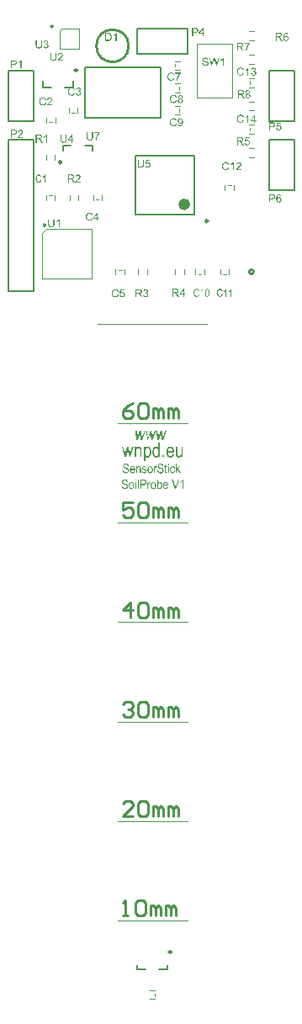
<source format=gto>
%FSLAX25Y25*%
%MOIN*%
G70*
G01*
G75*
%ADD10R,0.02362X0.03937*%
%ADD11R,0.03937X0.02756*%
%ADD12R,0.07480X0.03150*%
%ADD13R,0.03150X0.07480*%
%ADD14R,0.03150X0.09843*%
%ADD15R,0.02362X0.05906*%
%ADD16R,0.06299X0.01575*%
%ADD17R,0.02362X0.05118*%
%ADD18O,0.06496X0.02165*%
%ADD19O,0.02165X0.06496*%
%ADD20R,0.06299X0.07874*%
%ADD21R,0.02756X0.03937*%
%ADD22R,0.01969X0.03937*%
%ADD23C,0.00787*%
%ADD24C,0.05906*%
%ADD25R,0.05906X0.05906*%
%ADD26C,0.04724*%
%ADD27R,0.05906X0.05906*%
%ADD28C,0.07874*%
G04:AMPARAMS|DCode=29|XSize=78.74mil|YSize=78.74mil|CornerRadius=19.69mil|HoleSize=0mil|Usage=FLASHONLY|Rotation=270.000|XOffset=0mil|YOffset=0mil|HoleType=Round|Shape=RoundedRectangle|*
%AMROUNDEDRECTD29*
21,1,0.07874,0.03937,0,0,270.0*
21,1,0.03937,0.07874,0,0,270.0*
1,1,0.03937,-0.01969,-0.01969*
1,1,0.03937,-0.01969,0.01969*
1,1,0.03937,0.01969,0.01969*
1,1,0.03937,0.01969,-0.01969*
%
%ADD29ROUNDEDRECTD29*%
%ADD30C,0.02756*%
%ADD31R,0.04724X0.04724*%
%ADD32C,0.07874*%
%ADD33C,0.05906*%
%ADD34C,0.01000*%
%ADD35C,0.00984*%
%ADD36C,0.02362*%
%ADD37C,0.00394*%
G36*
X36120Y-42476D02*
X36116Y-42480D01*
X36108Y-42492D01*
X36092Y-42509D01*
X36067Y-42533D01*
X36042Y-42566D01*
X36009Y-42607D01*
X35973Y-42652D01*
X35932Y-42701D01*
X35886Y-42759D01*
X35841Y-42824D01*
X35792Y-42894D01*
X35739Y-42972D01*
X35686Y-43050D01*
X35632Y-43140D01*
X35579Y-43230D01*
X35522Y-43329D01*
X35517Y-43333D01*
X35509Y-43353D01*
X35493Y-43382D01*
X35472Y-43419D01*
X35448Y-43468D01*
X35423Y-43525D01*
X35390Y-43591D01*
X35358Y-43665D01*
X35321Y-43743D01*
X35284Y-43829D01*
X35247Y-43919D01*
X35210Y-44013D01*
X35136Y-44210D01*
X35071Y-44419D01*
Y-44423D01*
X35067Y-44436D01*
X35058Y-44460D01*
X35050Y-44489D01*
X35042Y-44526D01*
X35030Y-44571D01*
X35021Y-44620D01*
X35009Y-44678D01*
X34997Y-44739D01*
X34980Y-44805D01*
X34968Y-44879D01*
X34960Y-44952D01*
X34939Y-45112D01*
X34923Y-45284D01*
X34525D01*
Y-45280D01*
Y-45268D01*
Y-45248D01*
X34529Y-45219D01*
Y-45182D01*
X34534Y-45141D01*
X34538Y-45092D01*
X34546Y-45034D01*
X34554Y-44973D01*
X34562Y-44903D01*
X34574Y-44829D01*
X34587Y-44751D01*
X34603Y-44669D01*
X34624Y-44579D01*
X34644Y-44489D01*
X34669Y-44391D01*
Y-44382D01*
X34677Y-44366D01*
X34685Y-44337D01*
X34693Y-44300D01*
X34710Y-44251D01*
X34726Y-44198D01*
X34747Y-44136D01*
X34771Y-44067D01*
X34796Y-43989D01*
X34829Y-43911D01*
X34894Y-43739D01*
X34976Y-43558D01*
X35067Y-43374D01*
X35071Y-43370D01*
X35079Y-43353D01*
X35091Y-43325D01*
X35112Y-43292D01*
X35136Y-43251D01*
X35165Y-43202D01*
X35198Y-43144D01*
X35235Y-43087D01*
X35317Y-42956D01*
X35411Y-42816D01*
X35517Y-42677D01*
X35624Y-42546D01*
X34082D01*
Y-42173D01*
X36120D01*
Y-42476D01*
D02*
G37*
G36*
X33517Y-43956D02*
Y-43960D01*
Y-43977D01*
Y-44001D01*
Y-44034D01*
X33513Y-44075D01*
Y-44120D01*
X33509Y-44173D01*
X33504Y-44227D01*
X33488Y-44350D01*
X33472Y-44477D01*
X33443Y-44600D01*
X33426Y-44657D01*
X33406Y-44710D01*
Y-44714D01*
X33402Y-44723D01*
X33394Y-44739D01*
X33386Y-44756D01*
X33373Y-44780D01*
X33357Y-44809D01*
X33316Y-44870D01*
X33263Y-44944D01*
X33197Y-45018D01*
X33115Y-45096D01*
X33066Y-45133D01*
X33016Y-45166D01*
X33012D01*
X33004Y-45174D01*
X32988Y-45182D01*
X32967Y-45194D01*
X32939Y-45206D01*
X32906Y-45219D01*
X32865Y-45235D01*
X32820Y-45252D01*
X32770Y-45268D01*
X32713Y-45284D01*
X32656Y-45297D01*
X32590Y-45309D01*
X32520Y-45321D01*
X32447Y-45329D01*
X32365Y-45334D01*
X32283Y-45338D01*
X32242D01*
X32209Y-45334D01*
X32172D01*
X32127Y-45329D01*
X32078Y-45325D01*
X32024Y-45317D01*
X31909Y-45301D01*
X31791Y-45272D01*
X31668Y-45235D01*
X31557Y-45186D01*
X31553D01*
X31545Y-45178D01*
X31528Y-45170D01*
X31512Y-45157D01*
X31463Y-45125D01*
X31401Y-45075D01*
X31335Y-45014D01*
X31270Y-44936D01*
X31208Y-44850D01*
X31155Y-44747D01*
Y-44743D01*
X31151Y-44735D01*
X31143Y-44719D01*
X31139Y-44694D01*
X31126Y-44665D01*
X31118Y-44628D01*
X31106Y-44587D01*
X31098Y-44538D01*
X31085Y-44485D01*
X31073Y-44427D01*
X31065Y-44362D01*
X31057Y-44292D01*
X31049Y-44214D01*
X31040Y-44132D01*
X31036Y-44046D01*
Y-43956D01*
Y-42132D01*
X31454D01*
Y-43952D01*
Y-43956D01*
Y-43968D01*
Y-43993D01*
Y-44017D01*
X31459Y-44054D01*
Y-44091D01*
X31463Y-44136D01*
Y-44181D01*
X31471Y-44280D01*
X31487Y-44382D01*
X31504Y-44477D01*
X31516Y-44518D01*
X31528Y-44559D01*
Y-44563D01*
X31532Y-44567D01*
X31545Y-44592D01*
X31561Y-44624D01*
X31590Y-44669D01*
X31627Y-44714D01*
X31672Y-44768D01*
X31725Y-44813D01*
X31791Y-44858D01*
X31795D01*
X31799Y-44862D01*
X31823Y-44874D01*
X31864Y-44891D01*
X31918Y-44907D01*
X31983Y-44928D01*
X32061Y-44944D01*
X32147Y-44956D01*
X32246Y-44960D01*
X32291D01*
X32320Y-44956D01*
X32356Y-44952D01*
X32401Y-44948D01*
X32451Y-44944D01*
X32500Y-44936D01*
X32607Y-44911D01*
X32717Y-44874D01*
X32766Y-44850D01*
X32816Y-44821D01*
X32861Y-44792D01*
X32902Y-44756D01*
X32906Y-44751D01*
X32910Y-44743D01*
X32918Y-44731D01*
X32934Y-44714D01*
X32947Y-44690D01*
X32963Y-44657D01*
X32984Y-44620D01*
X33000Y-44575D01*
X33021Y-44526D01*
X33037Y-44469D01*
X33053Y-44403D01*
X33070Y-44329D01*
X33082Y-44247D01*
X33090Y-44157D01*
X33094Y-44058D01*
X33099Y-43952D01*
Y-42132D01*
X33517D01*
Y-43956D01*
D02*
G37*
G36*
X88380Y-107283D02*
X88069D01*
Y-104848D01*
X88065Y-104852D01*
X88048Y-104869D01*
X88024Y-104897D01*
X87991Y-104930D01*
X87950Y-104971D01*
X87897Y-105016D01*
X87839Y-105065D01*
X87774Y-105115D01*
X87765Y-105119D01*
X87745Y-105135D01*
X87708Y-105160D01*
X87663Y-105188D01*
X87614Y-105221D01*
X87556Y-105254D01*
X87499Y-105283D01*
X87441Y-105311D01*
Y-104942D01*
X87445D01*
X87454Y-104934D01*
X87466Y-104926D01*
X87486Y-104918D01*
X87507Y-104901D01*
X87532Y-104885D01*
X87597Y-104840D01*
X87667Y-104791D01*
X87741Y-104729D01*
X87819Y-104659D01*
X87897Y-104582D01*
X87901Y-104578D01*
X87905Y-104573D01*
X87917Y-104561D01*
X87929Y-104545D01*
X87966Y-104504D01*
X88007Y-104446D01*
X88052Y-104385D01*
X88097Y-104311D01*
X88143Y-104237D01*
X88175Y-104159D01*
X88380D01*
Y-107283D01*
D02*
G37*
G36*
X83944Y-104122D02*
X83977Y-104127D01*
X84014Y-104131D01*
X84055Y-104139D01*
X84100Y-104147D01*
X84198Y-104176D01*
X84252Y-104192D01*
X84305Y-104217D01*
X84362Y-104245D01*
X84416Y-104274D01*
X84469Y-104311D01*
X84518Y-104352D01*
X84522Y-104356D01*
X84530Y-104364D01*
X84543Y-104377D01*
X84563Y-104393D01*
X84584Y-104418D01*
X84608Y-104446D01*
X84637Y-104483D01*
X84666Y-104520D01*
X84694Y-104565D01*
X84727Y-104619D01*
X84756Y-104672D01*
X84789Y-104733D01*
X84817Y-104799D01*
X84846Y-104869D01*
X84871Y-104942D01*
X84891Y-105024D01*
X84559Y-105119D01*
Y-105111D01*
X84551Y-105090D01*
X84539Y-105057D01*
X84526Y-105016D01*
X84502Y-104967D01*
X84477Y-104914D01*
X84444Y-104856D01*
X84407Y-104795D01*
X84366Y-104733D01*
X84317Y-104676D01*
X84260Y-104623D01*
X84198Y-104573D01*
X84129Y-104532D01*
X84051Y-104500D01*
X83969Y-104479D01*
X83874Y-104471D01*
X83833D01*
X83784Y-104479D01*
X83723Y-104487D01*
X83653Y-104504D01*
X83579Y-104524D01*
X83505Y-104557D01*
X83432Y-104602D01*
X83423Y-104606D01*
X83403Y-104627D01*
X83366Y-104659D01*
X83325Y-104701D01*
X83280Y-104758D01*
X83231Y-104832D01*
X83182Y-104914D01*
X83136Y-105012D01*
Y-105016D01*
X83132Y-105024D01*
X83128Y-105041D01*
X83120Y-105061D01*
X83112Y-105090D01*
X83100Y-105123D01*
X83091Y-105160D01*
X83083Y-105201D01*
X83071Y-105250D01*
X83063Y-105303D01*
X83050Y-105361D01*
X83042Y-105422D01*
X83038Y-105488D01*
X83030Y-105557D01*
X83026Y-105709D01*
Y-105717D01*
Y-105738D01*
Y-105771D01*
X83030Y-105816D01*
X83034Y-105869D01*
X83038Y-105926D01*
X83046Y-105996D01*
X83054Y-106070D01*
X83079Y-106226D01*
X83120Y-106381D01*
X83145Y-106459D01*
X83173Y-106537D01*
X83210Y-106603D01*
X83247Y-106668D01*
X83251Y-106673D01*
X83259Y-106681D01*
X83272Y-106697D01*
X83288Y-106718D01*
X83313Y-106742D01*
X83337Y-106767D01*
X83370Y-106796D01*
X83407Y-106824D01*
X83448Y-106857D01*
X83493Y-106886D01*
X83542Y-106910D01*
X83596Y-106935D01*
X83653Y-106956D01*
X83714Y-106972D01*
X83776Y-106980D01*
X83846Y-106984D01*
X83874D01*
X83891Y-106980D01*
X83915D01*
X83944Y-106972D01*
X84010Y-106960D01*
X84083Y-106935D01*
X84161Y-106902D01*
X84243Y-106853D01*
X84284Y-106824D01*
X84321Y-106791D01*
X84325Y-106787D01*
X84329Y-106783D01*
X84342Y-106771D01*
X84354Y-106755D01*
X84370Y-106734D01*
X84387Y-106710D01*
X84407Y-106677D01*
X84432Y-106644D01*
X84452Y-106603D01*
X84477Y-106558D01*
X84498Y-106509D01*
X84522Y-106455D01*
X84543Y-106398D01*
X84559Y-106332D01*
X84575Y-106267D01*
X84592Y-106193D01*
X84932Y-106295D01*
Y-106299D01*
X84928Y-106320D01*
X84920Y-106345D01*
X84912Y-106381D01*
X84895Y-106427D01*
X84883Y-106476D01*
X84863Y-106533D01*
X84838Y-106591D01*
X84785Y-106722D01*
X84715Y-106849D01*
X84633Y-106976D01*
X84584Y-107029D01*
X84535Y-107083D01*
X84530Y-107087D01*
X84522Y-107095D01*
X84506Y-107107D01*
X84485Y-107124D01*
X84457Y-107140D01*
X84424Y-107165D01*
X84387Y-107185D01*
X84346Y-107210D01*
X84297Y-107234D01*
X84247Y-107255D01*
X84190Y-107279D01*
X84129Y-107296D01*
X84067Y-107312D01*
X83997Y-107325D01*
X83928Y-107333D01*
X83854Y-107337D01*
X83821D01*
X83792Y-107333D01*
X83764D01*
X83727Y-107329D01*
X83690Y-107320D01*
X83645Y-107316D01*
X83551Y-107296D01*
X83448Y-107263D01*
X83346Y-107222D01*
X83247Y-107165D01*
X83243Y-107160D01*
X83235Y-107156D01*
X83223Y-107144D01*
X83206Y-107132D01*
X83186Y-107111D01*
X83161Y-107091D01*
X83132Y-107062D01*
X83104Y-107029D01*
X83071Y-106992D01*
X83038Y-106956D01*
X83005Y-106906D01*
X82968Y-106857D01*
X82936Y-106804D01*
X82903Y-106742D01*
X82870Y-106681D01*
X82837Y-106611D01*
Y-106607D01*
X82829Y-106595D01*
X82821Y-106574D01*
X82812Y-106541D01*
X82800Y-106509D01*
X82788Y-106464D01*
X82771Y-106414D01*
X82759Y-106357D01*
X82743Y-106291D01*
X82726Y-106222D01*
X82714Y-106148D01*
X82702Y-106070D01*
X82694Y-105984D01*
X82685Y-105898D01*
X82677Y-105709D01*
Y-105705D01*
Y-105684D01*
Y-105660D01*
X82681Y-105623D01*
Y-105578D01*
X82685Y-105529D01*
X82689Y-105471D01*
X82698Y-105410D01*
X82706Y-105340D01*
X82718Y-105270D01*
X82743Y-105127D01*
X82784Y-104979D01*
X82837Y-104840D01*
Y-104836D01*
X82845Y-104824D01*
X82854Y-104807D01*
X82866Y-104782D01*
X82882Y-104750D01*
X82903Y-104717D01*
X82952Y-104639D01*
X83013Y-104553D01*
X83087Y-104463D01*
X83173Y-104377D01*
X83218Y-104340D01*
X83268Y-104303D01*
X83272Y-104299D01*
X83280Y-104295D01*
X83296Y-104286D01*
X83317Y-104274D01*
X83341Y-104262D01*
X83374Y-104245D01*
X83407Y-104229D01*
X83448Y-104209D01*
X83538Y-104176D01*
X83645Y-104147D01*
X83760Y-104127D01*
X83821Y-104118D01*
X83920D01*
X83944Y-104122D01*
D02*
G37*
G36*
X25315Y-45149D02*
X25741D01*
Y-45505D01*
X25315D01*
Y-46260D01*
X24929D01*
Y-45505D01*
X23560D01*
Y-45149D01*
X24999Y-43107D01*
X25315D01*
Y-45149D01*
D02*
G37*
G36*
X23150Y-44931D02*
Y-44936D01*
Y-44952D01*
Y-44976D01*
Y-45009D01*
X23146Y-45050D01*
Y-45095D01*
X23142Y-45149D01*
X23137Y-45202D01*
X23121Y-45325D01*
X23105Y-45452D01*
X23076Y-45575D01*
X23060Y-45632D01*
X23039Y-45686D01*
Y-45690D01*
X23035Y-45698D01*
X23027Y-45715D01*
X23019Y-45731D01*
X23006Y-45755D01*
X22990Y-45784D01*
X22949Y-45846D01*
X22896Y-45919D01*
X22830Y-45993D01*
X22748Y-46071D01*
X22699Y-46108D01*
X22650Y-46141D01*
X22646D01*
X22637Y-46149D01*
X22621Y-46157D01*
X22600Y-46170D01*
X22572Y-46182D01*
X22539Y-46194D01*
X22498Y-46211D01*
X22453Y-46227D01*
X22404Y-46243D01*
X22346Y-46260D01*
X22289Y-46272D01*
X22223Y-46284D01*
X22153Y-46297D01*
X22080Y-46305D01*
X21998Y-46309D01*
X21916Y-46313D01*
X21875D01*
X21842Y-46309D01*
X21805D01*
X21760Y-46305D01*
X21711Y-46301D01*
X21657Y-46293D01*
X21543Y-46276D01*
X21424Y-46248D01*
X21301Y-46211D01*
X21190Y-46161D01*
X21186D01*
X21178Y-46153D01*
X21161Y-46145D01*
X21145Y-46133D01*
X21096Y-46100D01*
X21034Y-46051D01*
X20969Y-45989D01*
X20903Y-45911D01*
X20842Y-45825D01*
X20788Y-45723D01*
Y-45719D01*
X20784Y-45710D01*
X20776Y-45694D01*
X20772Y-45669D01*
X20760Y-45641D01*
X20751Y-45604D01*
X20739Y-45563D01*
X20731Y-45514D01*
X20719Y-45460D01*
X20706Y-45403D01*
X20698Y-45337D01*
X20690Y-45268D01*
X20682Y-45190D01*
X20673Y-45108D01*
X20669Y-45022D01*
Y-44931D01*
Y-43107D01*
X21088D01*
Y-44927D01*
Y-44931D01*
Y-44944D01*
Y-44968D01*
Y-44993D01*
X21092Y-45030D01*
Y-45067D01*
X21096Y-45112D01*
Y-45157D01*
X21104Y-45255D01*
X21120Y-45358D01*
X21137Y-45452D01*
X21149Y-45493D01*
X21161Y-45534D01*
Y-45538D01*
X21165Y-45542D01*
X21178Y-45567D01*
X21194Y-45600D01*
X21223Y-45645D01*
X21260Y-45690D01*
X21305Y-45743D01*
X21358Y-45788D01*
X21424Y-45833D01*
X21428D01*
X21432Y-45838D01*
X21456Y-45850D01*
X21497Y-45866D01*
X21551Y-45883D01*
X21616Y-45903D01*
X21694Y-45919D01*
X21780Y-45932D01*
X21879Y-45936D01*
X21924D01*
X21953Y-45932D01*
X21990Y-45928D01*
X22035Y-45924D01*
X22084Y-45919D01*
X22133Y-45911D01*
X22240Y-45887D01*
X22350Y-45850D01*
X22400Y-45825D01*
X22449Y-45796D01*
X22494Y-45768D01*
X22535Y-45731D01*
X22539Y-45727D01*
X22543Y-45719D01*
X22551Y-45706D01*
X22568Y-45690D01*
X22580Y-45665D01*
X22596Y-45632D01*
X22617Y-45596D01*
X22633Y-45551D01*
X22654Y-45501D01*
X22670Y-45444D01*
X22686Y-45378D01*
X22703Y-45305D01*
X22715Y-45222D01*
X22723Y-45132D01*
X22727Y-45034D01*
X22732Y-44927D01*
Y-43107D01*
X23150D01*
Y-44931D01*
D02*
G37*
G36*
X20676Y-10616D02*
X20717Y-10620D01*
X20762Y-10624D01*
X20811Y-10633D01*
X20865Y-10645D01*
X20980Y-10673D01*
X21037Y-10694D01*
X21099Y-10719D01*
X21160Y-10747D01*
X21217Y-10784D01*
X21271Y-10821D01*
X21324Y-10866D01*
X21328Y-10870D01*
X21336Y-10879D01*
X21349Y-10891D01*
X21365Y-10911D01*
X21385Y-10936D01*
X21410Y-10965D01*
X21431Y-10997D01*
X21459Y-11038D01*
X21484Y-11079D01*
X21504Y-11129D01*
X21550Y-11235D01*
X21566Y-11293D01*
X21578Y-11354D01*
X21586Y-11420D01*
X21590Y-11489D01*
Y-11498D01*
Y-11522D01*
X21586Y-11559D01*
X21582Y-11608D01*
X21570Y-11662D01*
X21558Y-11727D01*
X21537Y-11793D01*
X21513Y-11863D01*
X21508Y-11871D01*
X21496Y-11895D01*
X21480Y-11932D01*
X21451Y-11977D01*
X21414Y-12035D01*
X21369Y-12100D01*
X21316Y-12174D01*
X21254Y-12248D01*
Y-12252D01*
X21246Y-12256D01*
X21234Y-12268D01*
X21222Y-12285D01*
X21201Y-12305D01*
X21176Y-12330D01*
X21148Y-12359D01*
X21111Y-12391D01*
X21074Y-12428D01*
X21029Y-12469D01*
X20980Y-12518D01*
X20926Y-12568D01*
X20865Y-12621D01*
X20803Y-12674D01*
X20730Y-12736D01*
X20656Y-12801D01*
X20652Y-12806D01*
X20639Y-12814D01*
X20623Y-12830D01*
X20598Y-12846D01*
X20574Y-12871D01*
X20541Y-12900D01*
X20471Y-12961D01*
X20393Y-13027D01*
X20320Y-13092D01*
X20287Y-13121D01*
X20258Y-13150D01*
X20229Y-13179D01*
X20209Y-13199D01*
X20205Y-13203D01*
X20192Y-13216D01*
X20176Y-13236D01*
X20151Y-13265D01*
X20127Y-13293D01*
X20098Y-13330D01*
X20045Y-13404D01*
X21595D01*
Y-13777D01*
X19508D01*
Y-13769D01*
Y-13753D01*
Y-13728D01*
X19512Y-13691D01*
X19516Y-13650D01*
X19524Y-13605D01*
X19536Y-13560D01*
X19553Y-13511D01*
Y-13507D01*
X19557Y-13502D01*
X19561Y-13490D01*
X19569Y-13474D01*
X19586Y-13433D01*
X19614Y-13379D01*
X19651Y-13314D01*
X19692Y-13244D01*
X19746Y-13170D01*
X19807Y-13092D01*
X19811Y-13088D01*
X19815Y-13084D01*
X19827Y-13072D01*
X19840Y-13056D01*
X19881Y-13011D01*
X19938Y-12953D01*
X20008Y-12883D01*
X20094Y-12801D01*
X20197Y-12711D01*
X20315Y-12613D01*
X20320Y-12609D01*
X20336Y-12592D01*
X20365Y-12572D01*
X20397Y-12543D01*
X20438Y-12506D01*
X20488Y-12465D01*
X20541Y-12420D01*
X20594Y-12371D01*
X20709Y-12264D01*
X20824Y-12154D01*
X20877Y-12096D01*
X20926Y-12043D01*
X20971Y-11994D01*
X21008Y-11945D01*
X21012Y-11940D01*
X21016Y-11932D01*
X21025Y-11920D01*
X21037Y-11903D01*
X21049Y-11879D01*
X21066Y-11854D01*
X21103Y-11793D01*
X21135Y-11723D01*
X21164Y-11645D01*
X21185Y-11559D01*
X21193Y-11518D01*
Y-11477D01*
Y-11473D01*
Y-11465D01*
Y-11457D01*
X21189Y-11440D01*
X21185Y-11395D01*
X21172Y-11342D01*
X21152Y-11280D01*
X21123Y-11219D01*
X21082Y-11153D01*
X21025Y-11092D01*
X21016Y-11084D01*
X20996Y-11067D01*
X20959Y-11043D01*
X20910Y-11010D01*
X20848Y-10981D01*
X20775Y-10956D01*
X20688Y-10940D01*
X20594Y-10932D01*
X20565D01*
X20549Y-10936D01*
X20525D01*
X20496Y-10940D01*
X20434Y-10952D01*
X20365Y-10973D01*
X20287Y-11001D01*
X20213Y-11043D01*
X20147Y-11100D01*
X20139Y-11108D01*
X20123Y-11129D01*
X20094Y-11170D01*
X20065Y-11219D01*
X20032Y-11288D01*
X20004Y-11366D01*
X19987Y-11457D01*
X19979Y-11563D01*
X19581Y-11522D01*
Y-11518D01*
X19586Y-11502D01*
Y-11481D01*
X19590Y-11448D01*
X19598Y-11411D01*
X19606Y-11371D01*
X19618Y-11321D01*
X19635Y-11272D01*
X19672Y-11161D01*
X19696Y-11104D01*
X19725Y-11051D01*
X19758Y-10993D01*
X19795Y-10940D01*
X19836Y-10891D01*
X19885Y-10846D01*
X19889Y-10842D01*
X19897Y-10837D01*
X19914Y-10825D01*
X19934Y-10809D01*
X19963Y-10792D01*
X19996Y-10772D01*
X20032Y-10751D01*
X20078Y-10727D01*
X20127Y-10706D01*
X20180Y-10686D01*
X20237Y-10665D01*
X20303Y-10649D01*
X20369Y-10633D01*
X20443Y-10620D01*
X20520Y-10616D01*
X20602Y-10612D01*
X20648D01*
X20676Y-10616D01*
D02*
G37*
G36*
X19024Y-12449D02*
Y-12453D01*
Y-12469D01*
Y-12494D01*
Y-12527D01*
X19020Y-12568D01*
Y-12613D01*
X19016Y-12666D01*
X19012Y-12719D01*
X18995Y-12842D01*
X18979Y-12969D01*
X18950Y-13092D01*
X18934Y-13150D01*
X18913Y-13203D01*
Y-13207D01*
X18909Y-13216D01*
X18901Y-13232D01*
X18893Y-13248D01*
X18880Y-13273D01*
X18864Y-13302D01*
X18823Y-13363D01*
X18770Y-13437D01*
X18704Y-13511D01*
X18622Y-13589D01*
X18573Y-13625D01*
X18524Y-13658D01*
X18520D01*
X18511Y-13667D01*
X18495Y-13675D01*
X18474Y-13687D01*
X18446Y-13699D01*
X18413Y-13712D01*
X18372Y-13728D01*
X18327Y-13744D01*
X18278Y-13761D01*
X18220Y-13777D01*
X18163Y-13790D01*
X18097Y-13802D01*
X18028Y-13814D01*
X17954Y-13822D01*
X17872Y-13826D01*
X17790Y-13830D01*
X17749D01*
X17716Y-13826D01*
X17679D01*
X17634Y-13822D01*
X17585Y-13818D01*
X17531Y-13810D01*
X17417Y-13794D01*
X17298Y-13765D01*
X17175Y-13728D01*
X17064Y-13679D01*
X17060D01*
X17052Y-13671D01*
X17035Y-13662D01*
X17019Y-13650D01*
X16970Y-13617D01*
X16908Y-13568D01*
X16843Y-13507D01*
X16777Y-13429D01*
X16716Y-13343D01*
X16662Y-13240D01*
Y-13236D01*
X16658Y-13228D01*
X16650Y-13211D01*
X16646Y-13187D01*
X16634Y-13158D01*
X16625Y-13121D01*
X16613Y-13080D01*
X16605Y-13031D01*
X16593Y-12978D01*
X16580Y-12920D01*
X16572Y-12855D01*
X16564Y-12785D01*
X16556Y-12707D01*
X16547Y-12625D01*
X16543Y-12539D01*
Y-12449D01*
Y-10624D01*
X16962D01*
Y-12445D01*
Y-12449D01*
Y-12461D01*
Y-12486D01*
Y-12510D01*
X16966Y-12547D01*
Y-12584D01*
X16970Y-12629D01*
Y-12674D01*
X16978Y-12773D01*
X16994Y-12875D01*
X17011Y-12969D01*
X17023Y-13011D01*
X17035Y-13051D01*
Y-13056D01*
X17040Y-13060D01*
X17052Y-13084D01*
X17068Y-13117D01*
X17097Y-13162D01*
X17134Y-13207D01*
X17179Y-13261D01*
X17232Y-13306D01*
X17298Y-13351D01*
X17302D01*
X17306Y-13355D01*
X17331Y-13367D01*
X17372Y-13384D01*
X17425Y-13400D01*
X17491Y-13420D01*
X17568Y-13437D01*
X17654Y-13449D01*
X17753Y-13453D01*
X17798D01*
X17827Y-13449D01*
X17864Y-13445D01*
X17909Y-13441D01*
X17958Y-13437D01*
X18007Y-13429D01*
X18114Y-13404D01*
X18224Y-13367D01*
X18274Y-13343D01*
X18323Y-13314D01*
X18368Y-13285D01*
X18409Y-13248D01*
X18413Y-13244D01*
X18417Y-13236D01*
X18425Y-13224D01*
X18442Y-13207D01*
X18454Y-13183D01*
X18470Y-13150D01*
X18491Y-13113D01*
X18507Y-13068D01*
X18528Y-13019D01*
X18544Y-12961D01*
X18561Y-12896D01*
X18577Y-12822D01*
X18589Y-12740D01*
X18598Y-12650D01*
X18602Y-12551D01*
X18606Y-12445D01*
Y-10624D01*
X19024D01*
Y-12449D01*
D02*
G37*
G36*
X14550Y-62008D02*
X14238D01*
Y-59572D01*
X14234Y-59577D01*
X14218Y-59593D01*
X14193Y-59622D01*
X14160Y-59654D01*
X14119Y-59696D01*
X14066Y-59741D01*
X14008Y-59790D01*
X13943Y-59839D01*
X13935Y-59843D01*
X13914Y-59860D01*
X13877Y-59884D01*
X13832Y-59913D01*
X13783Y-59946D01*
X13725Y-59978D01*
X13668Y-60007D01*
X13611Y-60036D01*
Y-59667D01*
X13615D01*
X13623Y-59659D01*
X13635Y-59650D01*
X13656Y-59642D01*
X13676Y-59626D01*
X13701Y-59609D01*
X13767Y-59564D01*
X13836Y-59515D01*
X13910Y-59454D01*
X13988Y-59384D01*
X14066Y-59306D01*
X14070Y-59302D01*
X14074Y-59298D01*
X14086Y-59285D01*
X14099Y-59269D01*
X14135Y-59228D01*
X14176Y-59171D01*
X14222Y-59109D01*
X14267Y-59035D01*
X14312Y-58962D01*
X14345Y-58884D01*
X14550D01*
Y-62008D01*
D02*
G37*
G36*
X12094Y-58847D02*
X12127Y-58851D01*
X12163Y-58855D01*
X12204Y-58863D01*
X12250Y-58871D01*
X12348Y-58900D01*
X12401Y-58916D01*
X12455Y-58941D01*
X12512Y-58970D01*
X12565Y-58999D01*
X12618Y-59035D01*
X12668Y-59076D01*
X12672Y-59080D01*
X12680Y-59089D01*
X12692Y-59101D01*
X12713Y-59117D01*
X12733Y-59142D01*
X12758Y-59171D01*
X12787Y-59208D01*
X12815Y-59245D01*
X12844Y-59290D01*
X12877Y-59343D01*
X12905Y-59396D01*
X12938Y-59458D01*
X12967Y-59523D01*
X12996Y-59593D01*
X13020Y-59667D01*
X13041Y-59749D01*
X12709Y-59843D01*
Y-59835D01*
X12700Y-59814D01*
X12688Y-59782D01*
X12676Y-59741D01*
X12651Y-59691D01*
X12627Y-59638D01*
X12594Y-59581D01*
X12557Y-59519D01*
X12516Y-59458D01*
X12467Y-59400D01*
X12409Y-59347D01*
X12348Y-59298D01*
X12278Y-59257D01*
X12200Y-59224D01*
X12118Y-59203D01*
X12024Y-59195D01*
X11983D01*
X11934Y-59203D01*
X11872Y-59212D01*
X11803Y-59228D01*
X11729Y-59249D01*
X11655Y-59281D01*
X11581Y-59326D01*
X11573Y-59331D01*
X11552Y-59351D01*
X11516Y-59384D01*
X11475Y-59425D01*
X11429Y-59482D01*
X11380Y-59556D01*
X11331Y-59638D01*
X11286Y-59737D01*
Y-59741D01*
X11282Y-59749D01*
X11278Y-59765D01*
X11270Y-59786D01*
X11261Y-59814D01*
X11249Y-59847D01*
X11241Y-59884D01*
X11233Y-59925D01*
X11220Y-59974D01*
X11212Y-60028D01*
X11200Y-60085D01*
X11192Y-60146D01*
X11188Y-60212D01*
X11179Y-60282D01*
X11175Y-60434D01*
Y-60442D01*
Y-60462D01*
Y-60495D01*
X11179Y-60540D01*
X11184Y-60593D01*
X11188Y-60651D01*
X11196Y-60720D01*
X11204Y-60794D01*
X11229Y-60950D01*
X11270Y-61106D01*
X11294Y-61184D01*
X11323Y-61262D01*
X11360Y-61327D01*
X11397Y-61393D01*
X11401Y-61397D01*
X11409Y-61405D01*
X11421Y-61422D01*
X11438Y-61442D01*
X11462Y-61467D01*
X11487Y-61491D01*
X11520Y-61520D01*
X11557Y-61549D01*
X11598Y-61581D01*
X11643Y-61610D01*
X11692Y-61635D01*
X11745Y-61659D01*
X11803Y-61680D01*
X11864Y-61696D01*
X11926Y-61704D01*
X11995Y-61709D01*
X12024D01*
X12040Y-61704D01*
X12065D01*
X12094Y-61696D01*
X12159Y-61684D01*
X12233Y-61659D01*
X12311Y-61627D01*
X12393Y-61577D01*
X12434Y-61549D01*
X12471Y-61516D01*
X12475Y-61512D01*
X12479Y-61508D01*
X12491Y-61495D01*
X12504Y-61479D01*
X12520Y-61458D01*
X12537Y-61434D01*
X12557Y-61401D01*
X12582Y-61368D01*
X12602Y-61327D01*
X12627Y-61282D01*
X12647Y-61233D01*
X12672Y-61180D01*
X12692Y-61122D01*
X12709Y-61057D01*
X12725Y-60991D01*
X12742Y-60917D01*
X13082Y-61020D01*
Y-61024D01*
X13078Y-61044D01*
X13070Y-61069D01*
X13061Y-61106D01*
X13045Y-61151D01*
X13033Y-61200D01*
X13012Y-61258D01*
X12988Y-61315D01*
X12934Y-61446D01*
X12865Y-61573D01*
X12783Y-61700D01*
X12733Y-61754D01*
X12684Y-61807D01*
X12680Y-61811D01*
X12672Y-61819D01*
X12655Y-61832D01*
X12635Y-61848D01*
X12606Y-61864D01*
X12573Y-61889D01*
X12537Y-61910D01*
X12495Y-61934D01*
X12446Y-61959D01*
X12397Y-61979D01*
X12340Y-62004D01*
X12278Y-62020D01*
X12217Y-62037D01*
X12147Y-62049D01*
X12077Y-62057D01*
X12004Y-62061D01*
X11971D01*
X11942Y-62057D01*
X11913D01*
X11876Y-62053D01*
X11840Y-62045D01*
X11794Y-62041D01*
X11700Y-62020D01*
X11598Y-61987D01*
X11495Y-61946D01*
X11397Y-61889D01*
X11393Y-61885D01*
X11384Y-61881D01*
X11372Y-61869D01*
X11356Y-61856D01*
X11335Y-61836D01*
X11311Y-61815D01*
X11282Y-61787D01*
X11253Y-61754D01*
X11220Y-61717D01*
X11188Y-61680D01*
X11155Y-61631D01*
X11118Y-61581D01*
X11085Y-61528D01*
X11052Y-61467D01*
X11020Y-61405D01*
X10987Y-61335D01*
Y-61331D01*
X10978Y-61319D01*
X10970Y-61299D01*
X10962Y-61266D01*
X10950Y-61233D01*
X10938Y-61188D01*
X10921Y-61139D01*
X10909Y-61081D01*
X10892Y-61016D01*
X10876Y-60946D01*
X10864Y-60872D01*
X10851Y-60794D01*
X10843Y-60708D01*
X10835Y-60622D01*
X10827Y-60434D01*
Y-60429D01*
Y-60409D01*
Y-60384D01*
X10831Y-60347D01*
Y-60302D01*
X10835Y-60253D01*
X10839Y-60196D01*
X10847Y-60134D01*
X10855Y-60065D01*
X10868Y-59995D01*
X10892Y-59851D01*
X10933Y-59704D01*
X10987Y-59564D01*
Y-59560D01*
X10995Y-59548D01*
X11003Y-59531D01*
X11015Y-59507D01*
X11032Y-59474D01*
X11052Y-59441D01*
X11101Y-59363D01*
X11163Y-59277D01*
X11237Y-59187D01*
X11323Y-59101D01*
X11368Y-59064D01*
X11417Y-59027D01*
X11421Y-59023D01*
X11429Y-59019D01*
X11446Y-59011D01*
X11466Y-58999D01*
X11491Y-58986D01*
X11524Y-58970D01*
X11557Y-58953D01*
X11598Y-58933D01*
X11688Y-58900D01*
X11794Y-58871D01*
X11909Y-58851D01*
X11971Y-58843D01*
X12069D01*
X12094Y-58847D01*
D02*
G37*
G36*
X57091Y-164173D02*
X56560D01*
X56449Y-162048D01*
Y-162035D01*
Y-162002D01*
X56442Y-161949D01*
Y-161864D01*
Y-161818D01*
Y-161759D01*
X56436Y-161700D01*
Y-161628D01*
Y-161549D01*
Y-161464D01*
Y-161372D01*
Y-161280D01*
X56429Y-161293D01*
X56422Y-161313D01*
X56416Y-161339D01*
X56403Y-161372D01*
X56389Y-161411D01*
X56357Y-161510D01*
X56317Y-161635D01*
X56271Y-161766D01*
X56219Y-161910D01*
X56160Y-162067D01*
X55379Y-164173D01*
X54841D01*
X54527Y-160546D01*
X55012D01*
X55150Y-162179D01*
Y-162186D01*
Y-162205D01*
X55156Y-162238D01*
Y-162284D01*
X55163Y-162336D01*
Y-162402D01*
X55169Y-162481D01*
X55176Y-162566D01*
X55182Y-162658D01*
X55189Y-162763D01*
X55196Y-162868D01*
X55202Y-162986D01*
X55209Y-163235D01*
X55222Y-163504D01*
Y-163498D01*
X55228Y-163478D01*
X55235Y-163452D01*
X55248Y-163412D01*
X55261Y-163366D01*
X55274Y-163307D01*
X55294Y-163242D01*
X55314Y-163170D01*
X55360Y-163005D01*
X55419Y-162828D01*
X55478Y-162638D01*
X55550Y-162441D01*
X56258Y-160546D01*
X56809D01*
X56908Y-162363D01*
Y-162369D01*
Y-162382D01*
Y-162402D01*
X56914Y-162435D01*
Y-162474D01*
Y-162520D01*
Y-162579D01*
X56921Y-162645D01*
Y-162717D01*
X56928Y-162802D01*
Y-162894D01*
Y-162992D01*
X56934Y-163097D01*
Y-163209D01*
X56941Y-163333D01*
Y-163458D01*
X56947Y-163445D01*
X56954Y-163419D01*
X56967Y-163380D01*
X56980Y-163333D01*
X57000Y-163275D01*
X57026Y-163209D01*
X57052Y-163137D01*
X57078Y-163051D01*
X57111Y-162953D01*
X57151Y-162848D01*
X57190Y-162737D01*
X57236Y-162612D01*
X57282Y-162487D01*
X57334Y-162343D01*
X57393Y-162199D01*
X58030Y-160546D01*
X58541D01*
X57091Y-164173D01*
D02*
G37*
G36*
X61231D02*
X60699D01*
X60588Y-162048D01*
Y-162035D01*
Y-162002D01*
X60581Y-161949D01*
Y-161864D01*
Y-161818D01*
Y-161759D01*
X60575Y-161700D01*
Y-161628D01*
Y-161549D01*
Y-161464D01*
Y-161372D01*
Y-161280D01*
X60568Y-161293D01*
X60562Y-161313D01*
X60555Y-161339D01*
X60542Y-161372D01*
X60529Y-161411D01*
X60496Y-161510D01*
X60457Y-161635D01*
X60411Y-161766D01*
X60358Y-161910D01*
X60299Y-162067D01*
X59519Y-164173D01*
X58981D01*
X58666Y-160546D01*
X59151D01*
X59289Y-162179D01*
Y-162186D01*
Y-162205D01*
X59296Y-162238D01*
Y-162284D01*
X59302Y-162336D01*
Y-162402D01*
X59309Y-162481D01*
X59315Y-162566D01*
X59322Y-162658D01*
X59328Y-162763D01*
X59335Y-162868D01*
X59342Y-162986D01*
X59348Y-163235D01*
X59361Y-163504D01*
Y-163498D01*
X59368Y-163478D01*
X59374Y-163452D01*
X59387Y-163412D01*
X59401Y-163366D01*
X59414Y-163307D01*
X59433Y-163242D01*
X59453Y-163170D01*
X59499Y-163005D01*
X59558Y-162828D01*
X59617Y-162638D01*
X59689Y-162441D01*
X60398Y-160546D01*
X60949D01*
X61047Y-162363D01*
Y-162369D01*
Y-162382D01*
Y-162402D01*
X61054Y-162435D01*
Y-162474D01*
Y-162520D01*
Y-162579D01*
X61060Y-162645D01*
Y-162717D01*
X61067Y-162802D01*
Y-162894D01*
Y-162992D01*
X61073Y-163097D01*
Y-163209D01*
X61080Y-163333D01*
Y-163458D01*
X61086Y-163445D01*
X61093Y-163419D01*
X61106Y-163380D01*
X61119Y-163333D01*
X61139Y-163275D01*
X61165Y-163209D01*
X61191Y-163137D01*
X61218Y-163051D01*
X61251Y-162953D01*
X61290Y-162848D01*
X61329Y-162737D01*
X61375Y-162612D01*
X61421Y-162487D01*
X61474Y-162343D01*
X61533Y-162199D01*
X62169Y-160546D01*
X62681D01*
X61231Y-164173D01*
D02*
G37*
G36*
X74698Y-104122D02*
X74731Y-104127D01*
X74768Y-104131D01*
X74809Y-104139D01*
X74854Y-104147D01*
X74952Y-104176D01*
X75005Y-104192D01*
X75059Y-104217D01*
X75116Y-104245D01*
X75169Y-104274D01*
X75223Y-104311D01*
X75272Y-104352D01*
X75276Y-104356D01*
X75284Y-104364D01*
X75296Y-104377D01*
X75317Y-104393D01*
X75337Y-104418D01*
X75362Y-104446D01*
X75391Y-104483D01*
X75419Y-104520D01*
X75448Y-104565D01*
X75481Y-104619D01*
X75510Y-104672D01*
X75542Y-104733D01*
X75571Y-104799D01*
X75600Y-104869D01*
X75625Y-104942D01*
X75645Y-105024D01*
X75313Y-105119D01*
Y-105111D01*
X75305Y-105090D01*
X75292Y-105057D01*
X75280Y-105016D01*
X75256Y-104967D01*
X75231Y-104914D01*
X75198Y-104856D01*
X75161Y-104795D01*
X75120Y-104733D01*
X75071Y-104676D01*
X75014Y-104623D01*
X74952Y-104573D01*
X74882Y-104532D01*
X74805Y-104500D01*
X74722Y-104479D01*
X74628Y-104471D01*
X74587D01*
X74538Y-104479D01*
X74476Y-104487D01*
X74407Y-104504D01*
X74333Y-104524D01*
X74259Y-104557D01*
X74185Y-104602D01*
X74177Y-104606D01*
X74157Y-104627D01*
X74120Y-104659D01*
X74079Y-104701D01*
X74034Y-104758D01*
X73984Y-104832D01*
X73935Y-104914D01*
X73890Y-105012D01*
Y-105016D01*
X73886Y-105024D01*
X73882Y-105041D01*
X73874Y-105061D01*
X73866Y-105090D01*
X73853Y-105123D01*
X73845Y-105160D01*
X73837Y-105201D01*
X73825Y-105250D01*
X73816Y-105303D01*
X73804Y-105361D01*
X73796Y-105422D01*
X73792Y-105488D01*
X73784Y-105557D01*
X73779Y-105709D01*
Y-105717D01*
Y-105738D01*
Y-105771D01*
X73784Y-105816D01*
X73788Y-105869D01*
X73792Y-105926D01*
X73800Y-105996D01*
X73808Y-106070D01*
X73833Y-106226D01*
X73874Y-106381D01*
X73898Y-106459D01*
X73927Y-106537D01*
X73964Y-106603D01*
X74001Y-106668D01*
X74005Y-106673D01*
X74013Y-106681D01*
X74025Y-106697D01*
X74042Y-106718D01*
X74067Y-106742D01*
X74091Y-106767D01*
X74124Y-106796D01*
X74161Y-106824D01*
X74202Y-106857D01*
X74247Y-106886D01*
X74296Y-106910D01*
X74349Y-106935D01*
X74407Y-106956D01*
X74468Y-106972D01*
X74530Y-106980D01*
X74599Y-106984D01*
X74628D01*
X74645Y-106980D01*
X74669D01*
X74698Y-106972D01*
X74764Y-106960D01*
X74837Y-106935D01*
X74915Y-106902D01*
X74997Y-106853D01*
X75038Y-106824D01*
X75075Y-106791D01*
X75079Y-106787D01*
X75083Y-106783D01*
X75096Y-106771D01*
X75108Y-106755D01*
X75124Y-106734D01*
X75141Y-106710D01*
X75161Y-106677D01*
X75186Y-106644D01*
X75206Y-106603D01*
X75231Y-106558D01*
X75251Y-106509D01*
X75276Y-106455D01*
X75296Y-106398D01*
X75313Y-106332D01*
X75329Y-106267D01*
X75346Y-106193D01*
X75686Y-106295D01*
Y-106299D01*
X75682Y-106320D01*
X75674Y-106345D01*
X75665Y-106381D01*
X75649Y-106427D01*
X75637Y-106476D01*
X75616Y-106533D01*
X75592Y-106591D01*
X75538Y-106722D01*
X75469Y-106849D01*
X75387Y-106976D01*
X75337Y-107029D01*
X75288Y-107083D01*
X75284Y-107087D01*
X75276Y-107095D01*
X75260Y-107107D01*
X75239Y-107124D01*
X75210Y-107140D01*
X75178Y-107165D01*
X75141Y-107185D01*
X75100Y-107210D01*
X75050Y-107234D01*
X75001Y-107255D01*
X74944Y-107279D01*
X74882Y-107296D01*
X74821Y-107312D01*
X74751Y-107325D01*
X74682Y-107333D01*
X74608Y-107337D01*
X74575D01*
X74546Y-107333D01*
X74518D01*
X74481Y-107329D01*
X74444Y-107320D01*
X74399Y-107316D01*
X74304Y-107296D01*
X74202Y-107263D01*
X74099Y-107222D01*
X74001Y-107165D01*
X73997Y-107160D01*
X73989Y-107156D01*
X73976Y-107144D01*
X73960Y-107132D01*
X73939Y-107111D01*
X73915Y-107091D01*
X73886Y-107062D01*
X73857Y-107029D01*
X73825Y-106992D01*
X73792Y-106956D01*
X73759Y-106906D01*
X73722Y-106857D01*
X73689Y-106804D01*
X73656Y-106742D01*
X73624Y-106681D01*
X73591Y-106611D01*
Y-106607D01*
X73583Y-106595D01*
X73575Y-106574D01*
X73566Y-106541D01*
X73554Y-106509D01*
X73542Y-106464D01*
X73525Y-106414D01*
X73513Y-106357D01*
X73497Y-106291D01*
X73480Y-106222D01*
X73468Y-106148D01*
X73456Y-106070D01*
X73447Y-105984D01*
X73439Y-105898D01*
X73431Y-105709D01*
Y-105705D01*
Y-105684D01*
Y-105660D01*
X73435Y-105623D01*
Y-105578D01*
X73439Y-105529D01*
X73443Y-105471D01*
X73452Y-105410D01*
X73460Y-105340D01*
X73472Y-105270D01*
X73497Y-105127D01*
X73538Y-104979D01*
X73591Y-104840D01*
Y-104836D01*
X73599Y-104824D01*
X73607Y-104807D01*
X73620Y-104782D01*
X73636Y-104750D01*
X73656Y-104717D01*
X73706Y-104639D01*
X73767Y-104553D01*
X73841Y-104463D01*
X73927Y-104377D01*
X73972Y-104340D01*
X74021Y-104303D01*
X74025Y-104299D01*
X74034Y-104295D01*
X74050Y-104286D01*
X74071Y-104274D01*
X74095Y-104262D01*
X74128Y-104245D01*
X74161Y-104229D01*
X74202Y-104209D01*
X74292Y-104176D01*
X74399Y-104147D01*
X74513Y-104127D01*
X74575Y-104118D01*
X74673D01*
X74698Y-104122D01*
D02*
G37*
G36*
X86400Y-107283D02*
X86088D01*
Y-104848D01*
X86084Y-104852D01*
X86068Y-104869D01*
X86043Y-104897D01*
X86010Y-104930D01*
X85970Y-104971D01*
X85916Y-105016D01*
X85859Y-105065D01*
X85793Y-105115D01*
X85785Y-105119D01*
X85764Y-105135D01*
X85728Y-105160D01*
X85682Y-105188D01*
X85633Y-105221D01*
X85576Y-105254D01*
X85518Y-105283D01*
X85461Y-105311D01*
Y-104942D01*
X85465D01*
X85473Y-104934D01*
X85486Y-104926D01*
X85506Y-104918D01*
X85527Y-104901D01*
X85551Y-104885D01*
X85617Y-104840D01*
X85687Y-104791D01*
X85760Y-104729D01*
X85838Y-104659D01*
X85916Y-104582D01*
X85920Y-104578D01*
X85924Y-104573D01*
X85937Y-104561D01*
X85949Y-104545D01*
X85986Y-104504D01*
X86027Y-104446D01*
X86072Y-104385D01*
X86117Y-104311D01*
X86162Y-104237D01*
X86195Y-104159D01*
X86400D01*
Y-107283D01*
D02*
G37*
G36*
X78851Y-104163D02*
X78880Y-104167D01*
X78917Y-104176D01*
X78999Y-104200D01*
X79040Y-104217D01*
X79089Y-104237D01*
X79138Y-104266D01*
X79183Y-104299D01*
X79233Y-104336D01*
X79278Y-104381D01*
X79323Y-104430D01*
X79364Y-104487D01*
X79368Y-104491D01*
X79376Y-104508D01*
X79388Y-104528D01*
X79405Y-104561D01*
X79421Y-104606D01*
X79446Y-104659D01*
X79466Y-104721D01*
X79491Y-104795D01*
X79515Y-104877D01*
X79536Y-104971D01*
X79561Y-105074D01*
X79577Y-105188D01*
X79593Y-105311D01*
X79606Y-105447D01*
X79614Y-105594D01*
X79618Y-105750D01*
Y-105754D01*
Y-105758D01*
Y-105771D01*
Y-105783D01*
Y-105824D01*
X79614Y-105877D01*
X79610Y-105943D01*
X79606Y-106017D01*
X79602Y-106103D01*
X79593Y-106189D01*
X79581Y-106283D01*
X79565Y-106381D01*
X79528Y-106578D01*
X79503Y-106677D01*
X79474Y-106767D01*
X79442Y-106853D01*
X79405Y-106935D01*
X79401Y-106939D01*
X79396Y-106951D01*
X79384Y-106972D01*
X79364Y-106997D01*
X79343Y-107029D01*
X79319Y-107062D01*
X79286Y-107099D01*
X79249Y-107136D01*
X79208Y-107173D01*
X79163Y-107210D01*
X79110Y-107243D01*
X79052Y-107275D01*
X78995Y-107300D01*
X78929Y-107320D01*
X78855Y-107333D01*
X78781Y-107337D01*
X78765D01*
X78749Y-107333D01*
X78720D01*
X78691Y-107325D01*
X78654Y-107316D01*
X78613Y-107308D01*
X78572Y-107292D01*
X78527Y-107275D01*
X78478Y-107251D01*
X78429Y-107222D01*
X78380Y-107189D01*
X78330Y-107148D01*
X78281Y-107099D01*
X78232Y-107046D01*
X78187Y-106984D01*
X78183Y-106980D01*
X78179Y-106968D01*
X78167Y-106947D01*
X78150Y-106914D01*
X78134Y-106874D01*
X78113Y-106824D01*
X78093Y-106767D01*
X78072Y-106697D01*
X78052Y-106615D01*
X78031Y-106525D01*
X78011Y-106427D01*
X77994Y-106312D01*
X77978Y-106189D01*
X77966Y-106053D01*
X77961Y-105910D01*
X77957Y-105750D01*
Y-105746D01*
Y-105742D01*
Y-105730D01*
Y-105717D01*
Y-105676D01*
X77961Y-105623D01*
X77966Y-105557D01*
X77970Y-105480D01*
X77974Y-105397D01*
X77982Y-105307D01*
X77994Y-105213D01*
X78007Y-105115D01*
X78048Y-104918D01*
X78068Y-104824D01*
X78097Y-104733D01*
X78130Y-104643D01*
X78167Y-104565D01*
X78171Y-104561D01*
X78175Y-104549D01*
X78187Y-104528D01*
X78207Y-104500D01*
X78228Y-104471D01*
X78253Y-104438D01*
X78285Y-104401D01*
X78322Y-104360D01*
X78363Y-104323D01*
X78412Y-104286D01*
X78462Y-104254D01*
X78519Y-104221D01*
X78576Y-104196D01*
X78646Y-104176D01*
X78716Y-104163D01*
X78790Y-104159D01*
X78822D01*
X78851Y-104163D01*
D02*
G37*
G36*
X77154Y-107283D02*
X76842D01*
Y-104848D01*
X76838Y-104852D01*
X76822Y-104869D01*
X76797Y-104897D01*
X76764Y-104930D01*
X76723Y-104971D01*
X76670Y-105016D01*
X76613Y-105065D01*
X76547Y-105115D01*
X76539Y-105119D01*
X76518Y-105135D01*
X76481Y-105160D01*
X76436Y-105188D01*
X76387Y-105221D01*
X76330Y-105254D01*
X76272Y-105283D01*
X76215Y-105311D01*
Y-104942D01*
X76219D01*
X76227Y-104934D01*
X76240Y-104926D01*
X76260Y-104918D01*
X76280Y-104901D01*
X76305Y-104885D01*
X76371Y-104840D01*
X76440Y-104791D01*
X76514Y-104729D01*
X76592Y-104659D01*
X76670Y-104582D01*
X76674Y-104578D01*
X76678Y-104573D01*
X76691Y-104561D01*
X76703Y-104545D01*
X76740Y-104504D01*
X76781Y-104446D01*
X76826Y-104385D01*
X76871Y-104311D01*
X76916Y-104237D01*
X76949Y-104159D01*
X77154D01*
Y-107283D01*
D02*
G37*
G36*
X95635Y-7034D02*
X95631Y-7038D01*
X95623Y-7050D01*
X95606Y-7067D01*
X95582Y-7091D01*
X95557Y-7124D01*
X95525Y-7165D01*
X95488Y-7210D01*
X95447Y-7260D01*
X95402Y-7317D01*
X95356Y-7383D01*
X95307Y-7452D01*
X95254Y-7530D01*
X95201Y-7608D01*
X95147Y-7698D01*
X95094Y-7788D01*
X95037Y-7887D01*
X95033Y-7891D01*
X95024Y-7911D01*
X95008Y-7940D01*
X94987Y-7977D01*
X94963Y-8026D01*
X94938Y-8084D01*
X94905Y-8149D01*
X94873Y-8223D01*
X94836Y-8301D01*
X94799Y-8387D01*
X94762Y-8477D01*
X94725Y-8572D01*
X94651Y-8768D01*
X94586Y-8977D01*
Y-8981D01*
X94582Y-8994D01*
X94573Y-9018D01*
X94565Y-9047D01*
X94557Y-9084D01*
X94545Y-9129D01*
X94536Y-9178D01*
X94524Y-9236D01*
X94512Y-9297D01*
X94495Y-9363D01*
X94483Y-9437D01*
X94475Y-9510D01*
X94454Y-9670D01*
X94438Y-9843D01*
X94040D01*
Y-9838D01*
Y-9826D01*
Y-9806D01*
X94044Y-9777D01*
Y-9740D01*
X94049Y-9699D01*
X94053Y-9650D01*
X94061Y-9592D01*
X94069Y-9531D01*
X94077Y-9461D01*
X94090Y-9387D01*
X94102Y-9309D01*
X94118Y-9228D01*
X94139Y-9137D01*
X94159Y-9047D01*
X94184Y-8949D01*
Y-8941D01*
X94192Y-8924D01*
X94200Y-8895D01*
X94208Y-8858D01*
X94225Y-8809D01*
X94241Y-8756D01*
X94262Y-8694D01*
X94286Y-8625D01*
X94311Y-8547D01*
X94344Y-8469D01*
X94409Y-8297D01*
X94491Y-8116D01*
X94582Y-7932D01*
X94586Y-7928D01*
X94594Y-7911D01*
X94606Y-7883D01*
X94627Y-7850D01*
X94651Y-7809D01*
X94680Y-7760D01*
X94713Y-7702D01*
X94750Y-7645D01*
X94832Y-7514D01*
X94926Y-7374D01*
X95033Y-7235D01*
X95139Y-7104D01*
X93598D01*
Y-6731D01*
X95635D01*
Y-7034D01*
D02*
G37*
G36*
X94966Y-25460D02*
X94999Y-25464D01*
X95040Y-25469D01*
X95085Y-25477D01*
X95134Y-25485D01*
X95240Y-25514D01*
X95294Y-25534D01*
X95351Y-25559D01*
X95404Y-25587D01*
X95462Y-25616D01*
X95511Y-25657D01*
X95560Y-25698D01*
X95564Y-25702D01*
X95573Y-25710D01*
X95585Y-25723D01*
X95601Y-25739D01*
X95618Y-25764D01*
X95642Y-25792D01*
X95663Y-25825D01*
X95687Y-25858D01*
X95732Y-25944D01*
X95774Y-26043D01*
X95790Y-26100D01*
X95802Y-26157D01*
X95810Y-26219D01*
X95815Y-26280D01*
Y-26284D01*
Y-26289D01*
Y-26301D01*
Y-26317D01*
X95810Y-26358D01*
X95798Y-26412D01*
X95786Y-26473D01*
X95765Y-26535D01*
X95737Y-26600D01*
X95696Y-26666D01*
X95692Y-26674D01*
X95675Y-26690D01*
X95646Y-26719D01*
X95609Y-26756D01*
X95560Y-26797D01*
X95499Y-26838D01*
X95429Y-26879D01*
X95347Y-26916D01*
X95351D01*
X95359Y-26920D01*
X95376Y-26924D01*
X95396Y-26932D01*
X95421Y-26945D01*
X95446Y-26957D01*
X95511Y-26990D01*
X95585Y-27031D01*
X95659Y-27084D01*
X95728Y-27145D01*
X95790Y-27219D01*
Y-27223D01*
X95798Y-27227D01*
X95802Y-27240D01*
X95815Y-27256D01*
X95827Y-27277D01*
X95839Y-27301D01*
X95868Y-27359D01*
X95892Y-27432D01*
X95917Y-27518D01*
X95933Y-27617D01*
X95942Y-27724D01*
Y-27728D01*
Y-27740D01*
Y-27760D01*
X95938Y-27789D01*
X95933Y-27826D01*
X95925Y-27867D01*
X95917Y-27908D01*
X95905Y-27957D01*
X95892Y-28010D01*
X95872Y-28064D01*
X95847Y-28121D01*
X95823Y-28179D01*
X95786Y-28236D01*
X95749Y-28293D01*
X95704Y-28347D01*
X95655Y-28400D01*
X95651Y-28404D01*
X95642Y-28412D01*
X95626Y-28425D01*
X95601Y-28441D01*
X95573Y-28466D01*
X95540Y-28486D01*
X95499Y-28511D01*
X95454Y-28535D01*
X95400Y-28564D01*
X95347Y-28589D01*
X95286Y-28609D01*
X95216Y-28630D01*
X95146Y-28650D01*
X95068Y-28662D01*
X94990Y-28671D01*
X94904Y-28675D01*
X94859D01*
X94826Y-28671D01*
X94785Y-28666D01*
X94740Y-28658D01*
X94691Y-28650D01*
X94634Y-28642D01*
X94515Y-28609D01*
X94453Y-28585D01*
X94388Y-28560D01*
X94326Y-28527D01*
X94265Y-28490D01*
X94207Y-28449D01*
X94150Y-28400D01*
X94146Y-28396D01*
X94138Y-28388D01*
X94125Y-28371D01*
X94105Y-28351D01*
X94084Y-28322D01*
X94060Y-28289D01*
X94035Y-28252D01*
X94011Y-28211D01*
X93982Y-28162D01*
X93957Y-28113D01*
X93933Y-28056D01*
X93912Y-27994D01*
X93892Y-27929D01*
X93879Y-27859D01*
X93871Y-27785D01*
X93867Y-27711D01*
Y-27707D01*
Y-27699D01*
Y-27683D01*
X93871Y-27658D01*
Y-27633D01*
X93875Y-27605D01*
X93888Y-27531D01*
X93904Y-27449D01*
X93933Y-27367D01*
X93970Y-27281D01*
X94023Y-27199D01*
Y-27195D01*
X94031Y-27191D01*
X94051Y-27166D01*
X94088Y-27129D01*
X94138Y-27084D01*
X94199Y-27039D01*
X94277Y-26990D01*
X94363Y-26949D01*
X94466Y-26916D01*
X94462D01*
X94453Y-26912D01*
X94441Y-26908D01*
X94425Y-26899D01*
X94384Y-26879D01*
X94330Y-26850D01*
X94273Y-26813D01*
X94211Y-26772D01*
X94158Y-26719D01*
X94109Y-26662D01*
X94105Y-26653D01*
X94093Y-26633D01*
X94072Y-26596D01*
X94051Y-26551D01*
X94031Y-26493D01*
X94011Y-26428D01*
X93998Y-26354D01*
X93994Y-26272D01*
Y-26268D01*
Y-26256D01*
Y-26239D01*
X93998Y-26215D01*
X94002Y-26186D01*
X94006Y-26149D01*
X94027Y-26071D01*
X94056Y-25981D01*
X94076Y-25932D01*
X94097Y-25883D01*
X94125Y-25833D01*
X94158Y-25784D01*
X94195Y-25739D01*
X94240Y-25694D01*
X94244Y-25690D01*
X94252Y-25682D01*
X94265Y-25673D01*
X94285Y-25657D01*
X94310Y-25641D01*
X94339Y-25620D01*
X94375Y-25596D01*
X94416Y-25575D01*
X94457Y-25555D01*
X94507Y-25530D01*
X94564Y-25510D01*
X94621Y-25493D01*
X94683Y-25477D01*
X94749Y-25464D01*
X94822Y-25460D01*
X94896Y-25456D01*
X94937D01*
X94966Y-25460D01*
D02*
G37*
G36*
X78088Y-12546D02*
X78121D01*
X78162Y-12550D01*
X78207Y-12554D01*
X78301Y-12571D01*
X78403Y-12591D01*
X78510Y-12620D01*
X78613Y-12657D01*
X78617D01*
X78625Y-12661D01*
X78637Y-12669D01*
X78658Y-12677D01*
X78707Y-12706D01*
X78764Y-12743D01*
X78834Y-12788D01*
X78900Y-12845D01*
X78969Y-12915D01*
X79027Y-12993D01*
Y-12997D01*
X79035Y-13001D01*
X79039Y-13013D01*
X79051Y-13030D01*
X79059Y-13050D01*
X79072Y-13075D01*
X79101Y-13136D01*
X79129Y-13210D01*
X79154Y-13292D01*
X79174Y-13386D01*
X79182Y-13485D01*
X78781Y-13513D01*
Y-13509D01*
Y-13501D01*
X78777Y-13485D01*
X78772Y-13464D01*
X78768Y-13440D01*
X78760Y-13411D01*
X78740Y-13345D01*
X78711Y-13276D01*
X78674Y-13202D01*
X78625Y-13128D01*
X78559Y-13067D01*
X78551Y-13058D01*
X78539Y-13054D01*
X78526Y-13042D01*
X78506Y-13030D01*
X78481Y-13017D01*
X78453Y-13005D01*
X78424Y-12989D01*
X78387Y-12976D01*
X78346Y-12964D01*
X78301Y-12952D01*
X78252Y-12939D01*
X78198Y-12927D01*
X78141Y-12923D01*
X78079Y-12915D01*
X77952D01*
X77920Y-12919D01*
X77887Y-12923D01*
X77805Y-12931D01*
X77715Y-12948D01*
X77624Y-12972D01*
X77538Y-13009D01*
X77497Y-13030D01*
X77464Y-13054D01*
X77456Y-13062D01*
X77436Y-13079D01*
X77411Y-13108D01*
X77378Y-13149D01*
X77346Y-13198D01*
X77321Y-13255D01*
X77301Y-13321D01*
X77292Y-13390D01*
Y-13399D01*
Y-13419D01*
X77301Y-13448D01*
X77309Y-13489D01*
X77321Y-13534D01*
X77342Y-13579D01*
X77370Y-13624D01*
X77411Y-13669D01*
X77419Y-13673D01*
X77428Y-13682D01*
X77440Y-13686D01*
X77456Y-13698D01*
X77477Y-13710D01*
X77506Y-13723D01*
X77534Y-13735D01*
X77575Y-13751D01*
X77620Y-13772D01*
X77670Y-13788D01*
X77727Y-13809D01*
X77793Y-13829D01*
X77866Y-13850D01*
X77948Y-13870D01*
X78039Y-13891D01*
X78043D01*
X78059Y-13895D01*
X78088Y-13903D01*
X78121Y-13911D01*
X78162Y-13919D01*
X78211Y-13932D01*
X78260Y-13944D01*
X78317Y-13960D01*
X78432Y-13989D01*
X78547Y-14022D01*
X78600Y-14042D01*
X78654Y-14059D01*
X78699Y-14075D01*
X78736Y-14092D01*
X78740D01*
X78748Y-14096D01*
X78760Y-14104D01*
X78781Y-14116D01*
X78830Y-14141D01*
X78891Y-14178D01*
X78957Y-14227D01*
X79023Y-14280D01*
X79088Y-14346D01*
X79141Y-14415D01*
Y-14420D01*
X79146Y-14424D01*
X79154Y-14436D01*
X79162Y-14448D01*
X79182Y-14489D01*
X79211Y-14543D01*
X79236Y-14608D01*
X79256Y-14686D01*
X79273Y-14768D01*
X79277Y-14862D01*
Y-14866D01*
Y-14875D01*
Y-14887D01*
X79273Y-14903D01*
Y-14928D01*
X79269Y-14953D01*
X79260Y-15014D01*
X79240Y-15088D01*
X79215Y-15166D01*
X79178Y-15252D01*
X79129Y-15334D01*
Y-15338D01*
X79121Y-15342D01*
X79113Y-15354D01*
X79105Y-15371D01*
X79068Y-15412D01*
X79023Y-15461D01*
X78965Y-15514D01*
X78895Y-15572D01*
X78809Y-15629D01*
X78715Y-15678D01*
X78711D01*
X78703Y-15682D01*
X78686Y-15691D01*
X78670Y-15699D01*
X78641Y-15707D01*
X78613Y-15715D01*
X78580Y-15728D01*
X78539Y-15740D01*
X78453Y-15760D01*
X78350Y-15781D01*
X78235Y-15797D01*
X78112Y-15801D01*
X78071D01*
X78043Y-15797D01*
X78006D01*
X77961Y-15793D01*
X77916Y-15789D01*
X77862Y-15785D01*
X77751Y-15773D01*
X77628Y-15748D01*
X77510Y-15719D01*
X77395Y-15678D01*
X77391D01*
X77383Y-15674D01*
X77366Y-15666D01*
X77346Y-15654D01*
X77325Y-15641D01*
X77297Y-15625D01*
X77231Y-15584D01*
X77157Y-15531D01*
X77083Y-15465D01*
X77009Y-15387D01*
X76944Y-15301D01*
Y-15297D01*
X76936Y-15289D01*
X76927Y-15277D01*
X76919Y-15256D01*
X76907Y-15231D01*
X76890Y-15207D01*
X76878Y-15174D01*
X76862Y-15137D01*
X76829Y-15051D01*
X76800Y-14957D01*
X76780Y-14846D01*
X76772Y-14731D01*
X77165Y-14698D01*
Y-14703D01*
Y-14711D01*
X77169Y-14723D01*
Y-14739D01*
X77178Y-14780D01*
X77190Y-14838D01*
X77206Y-14899D01*
X77231Y-14965D01*
X77260Y-15031D01*
X77292Y-15092D01*
X77297Y-15100D01*
X77313Y-15117D01*
X77337Y-15145D01*
X77370Y-15178D01*
X77415Y-15219D01*
X77469Y-15260D01*
X77534Y-15301D01*
X77608Y-15338D01*
X77612D01*
X77616Y-15342D01*
X77628Y-15346D01*
X77645Y-15350D01*
X77665Y-15359D01*
X77690Y-15367D01*
X77751Y-15383D01*
X77821Y-15400D01*
X77903Y-15416D01*
X77993Y-15424D01*
X78092Y-15428D01*
X78133D01*
X78178Y-15424D01*
X78235Y-15420D01*
X78297Y-15412D01*
X78371Y-15400D01*
X78440Y-15383D01*
X78510Y-15359D01*
X78514D01*
X78518Y-15354D01*
X78539Y-15346D01*
X78572Y-15330D01*
X78613Y-15309D01*
X78658Y-15281D01*
X78703Y-15248D01*
X78748Y-15211D01*
X78785Y-15166D01*
X78789Y-15162D01*
X78797Y-15145D01*
X78813Y-15117D01*
X78830Y-15084D01*
X78846Y-15043D01*
X78863Y-14998D01*
X78871Y-14949D01*
X78875Y-14895D01*
Y-14887D01*
Y-14871D01*
X78871Y-14842D01*
X78863Y-14809D01*
X78854Y-14768D01*
X78838Y-14723D01*
X78813Y-14678D01*
X78785Y-14637D01*
X78781Y-14633D01*
X78768Y-14616D01*
X78748Y-14596D01*
X78719Y-14571D01*
X78678Y-14543D01*
X78629Y-14514D01*
X78572Y-14481D01*
X78502Y-14452D01*
X78494Y-14448D01*
X78477Y-14444D01*
X78461Y-14436D01*
X78440Y-14432D01*
X78416Y-14424D01*
X78383Y-14415D01*
X78350Y-14403D01*
X78309Y-14395D01*
X78264Y-14383D01*
X78211Y-14366D01*
X78153Y-14354D01*
X78088Y-14338D01*
X78018Y-14321D01*
X77940Y-14301D01*
X77936D01*
X77920Y-14297D01*
X77899Y-14288D01*
X77871Y-14284D01*
X77834Y-14272D01*
X77797Y-14264D01*
X77702Y-14235D01*
X77604Y-14206D01*
X77501Y-14169D01*
X77411Y-14137D01*
X77370Y-14116D01*
X77333Y-14100D01*
X77329D01*
X77325Y-14096D01*
X77313Y-14087D01*
X77297Y-14079D01*
X77255Y-14055D01*
X77206Y-14018D01*
X77153Y-13977D01*
X77096Y-13928D01*
X77042Y-13870D01*
X76997Y-13809D01*
Y-13805D01*
X76993Y-13801D01*
X76981Y-13776D01*
X76964Y-13743D01*
X76944Y-13694D01*
X76923Y-13636D01*
X76907Y-13567D01*
X76895Y-13493D01*
X76890Y-13415D01*
Y-13411D01*
Y-13403D01*
Y-13390D01*
X76895Y-13374D01*
X76899Y-13329D01*
X76907Y-13268D01*
X76923Y-13198D01*
X76948Y-13124D01*
X76981Y-13046D01*
X77026Y-12968D01*
Y-12964D01*
X77034Y-12960D01*
X77051Y-12935D01*
X77083Y-12894D01*
X77124Y-12849D01*
X77182Y-12800D01*
X77247Y-12747D01*
X77329Y-12698D01*
X77419Y-12652D01*
X77424D01*
X77432Y-12648D01*
X77444Y-12640D01*
X77464Y-12636D01*
X77489Y-12628D01*
X77518Y-12616D01*
X77551Y-12607D01*
X77587Y-12595D01*
X77674Y-12579D01*
X77772Y-12558D01*
X77883Y-12546D01*
X77998Y-12542D01*
X78055D01*
X78088Y-12546D01*
D02*
G37*
G36*
X92056Y-6694D02*
X92093D01*
X92138Y-6698D01*
X92187Y-6702D01*
X92290Y-6710D01*
X92396Y-6726D01*
X92499Y-6747D01*
X92548Y-6759D01*
X92589Y-6776D01*
X92593D01*
X92597Y-6780D01*
X92609Y-6784D01*
X92626Y-6792D01*
X92667Y-6813D01*
X92716Y-6845D01*
X92773Y-6886D01*
X92831Y-6940D01*
X92888Y-7005D01*
X92941Y-7079D01*
Y-7083D01*
X92946Y-7087D01*
X92954Y-7100D01*
X92962Y-7116D01*
X92983Y-7161D01*
X93007Y-7219D01*
X93032Y-7288D01*
X93052Y-7370D01*
X93069Y-7460D01*
X93073Y-7555D01*
Y-7559D01*
Y-7571D01*
Y-7587D01*
X93069Y-7612D01*
X93064Y-7641D01*
X93060Y-7674D01*
X93044Y-7751D01*
X93019Y-7842D01*
X92983Y-7936D01*
X92958Y-7981D01*
X92929Y-8030D01*
X92892Y-8075D01*
X92855Y-8121D01*
X92851Y-8125D01*
X92847Y-8129D01*
X92831Y-8141D01*
X92814Y-8157D01*
X92790Y-8174D01*
X92761Y-8194D01*
X92728Y-8219D01*
X92691Y-8243D01*
X92646Y-8268D01*
X92597Y-8293D01*
X92540Y-8317D01*
X92478Y-8342D01*
X92413Y-8362D01*
X92343Y-8383D01*
X92265Y-8399D01*
X92183Y-8412D01*
X92191Y-8416D01*
X92212Y-8424D01*
X92240Y-8440D01*
X92277Y-8461D01*
X92359Y-8514D01*
X92396Y-8543D01*
X92433Y-8572D01*
X92437D01*
X92441Y-8580D01*
X92466Y-8600D01*
X92499Y-8637D01*
X92548Y-8686D01*
X92601Y-8744D01*
X92659Y-8817D01*
X92720Y-8900D01*
X92782Y-8990D01*
X93327Y-9843D01*
X92802D01*
X92388Y-9191D01*
Y-9187D01*
X92380Y-9178D01*
X92372Y-9162D01*
X92359Y-9145D01*
X92343Y-9121D01*
X92322Y-9092D01*
X92281Y-9031D01*
X92232Y-8961D01*
X92183Y-8891D01*
X92134Y-8822D01*
X92085Y-8760D01*
X92080Y-8752D01*
X92064Y-8736D01*
X92044Y-8707D01*
X92015Y-8678D01*
X91982Y-8641D01*
X91945Y-8604D01*
X91908Y-8576D01*
X91871Y-8547D01*
X91867Y-8543D01*
X91855Y-8539D01*
X91839Y-8526D01*
X91814Y-8514D01*
X91785Y-8498D01*
X91752Y-8485D01*
X91683Y-8461D01*
X91679D01*
X91671Y-8457D01*
X91654D01*
X91629Y-8453D01*
X91597Y-8449D01*
X91556D01*
X91511Y-8444D01*
X90969D01*
Y-9843D01*
X90551D01*
Y-6690D01*
X92019D01*
X92056Y-6694D01*
D02*
G37*
G36*
X27656Y-58847D02*
X27697Y-58851D01*
X27742Y-58855D01*
X27792Y-58863D01*
X27845Y-58876D01*
X27960Y-58904D01*
X28017Y-58925D01*
X28079Y-58949D01*
X28140Y-58978D01*
X28198Y-59015D01*
X28251Y-59052D01*
X28304Y-59097D01*
X28308Y-59101D01*
X28317Y-59109D01*
X28329Y-59122D01*
X28345Y-59142D01*
X28366Y-59167D01*
X28390Y-59195D01*
X28411Y-59228D01*
X28440Y-59269D01*
X28464Y-59310D01*
X28485Y-59359D01*
X28530Y-59466D01*
X28546Y-59523D01*
X28558Y-59585D01*
X28567Y-59650D01*
X28571Y-59720D01*
Y-59728D01*
Y-59753D01*
X28567Y-59790D01*
X28563Y-59839D01*
X28550Y-59892D01*
X28538Y-59958D01*
X28517Y-60023D01*
X28493Y-60093D01*
X28489Y-60101D01*
X28476Y-60126D01*
X28460Y-60163D01*
X28431Y-60208D01*
X28394Y-60265D01*
X28349Y-60331D01*
X28296Y-60405D01*
X28234Y-60479D01*
Y-60483D01*
X28226Y-60487D01*
X28214Y-60499D01*
X28202Y-60515D01*
X28181Y-60536D01*
X28157Y-60561D01*
X28128Y-60589D01*
X28091Y-60622D01*
X28054Y-60659D01*
X28009Y-60700D01*
X27960Y-60749D01*
X27907Y-60798D01*
X27845Y-60852D01*
X27784Y-60905D01*
X27710Y-60966D01*
X27636Y-61032D01*
X27632Y-61036D01*
X27619Y-61044D01*
X27603Y-61061D01*
X27578Y-61077D01*
X27554Y-61102D01*
X27521Y-61130D01*
X27451Y-61192D01*
X27373Y-61258D01*
X27300Y-61323D01*
X27267Y-61352D01*
X27238Y-61381D01*
X27209Y-61409D01*
X27189Y-61430D01*
X27185Y-61434D01*
X27173Y-61446D01*
X27156Y-61467D01*
X27132Y-61495D01*
X27107Y-61524D01*
X27078Y-61561D01*
X27025Y-61635D01*
X28575D01*
Y-62008D01*
X26488D01*
Y-62000D01*
Y-61983D01*
Y-61959D01*
X26492Y-61922D01*
X26496Y-61881D01*
X26504Y-61836D01*
X26517Y-61791D01*
X26533Y-61741D01*
Y-61737D01*
X26537Y-61733D01*
X26541Y-61721D01*
X26549Y-61704D01*
X26566Y-61664D01*
X26594Y-61610D01*
X26631Y-61545D01*
X26672Y-61475D01*
X26726Y-61401D01*
X26787Y-61323D01*
X26791Y-61319D01*
X26795Y-61315D01*
X26808Y-61303D01*
X26820Y-61286D01*
X26861Y-61241D01*
X26918Y-61184D01*
X26988Y-61114D01*
X27074Y-61032D01*
X27177Y-60942D01*
X27296Y-60843D01*
X27300Y-60839D01*
X27316Y-60823D01*
X27345Y-60803D01*
X27378Y-60774D01*
X27419Y-60737D01*
X27468Y-60696D01*
X27521Y-60651D01*
X27574Y-60602D01*
X27689Y-60495D01*
X27804Y-60384D01*
X27857Y-60327D01*
X27907Y-60274D01*
X27952Y-60224D01*
X27988Y-60175D01*
X27993Y-60171D01*
X27997Y-60163D01*
X28005Y-60151D01*
X28017Y-60134D01*
X28030Y-60110D01*
X28046Y-60085D01*
X28083Y-60023D01*
X28116Y-59954D01*
X28144Y-59876D01*
X28165Y-59790D01*
X28173Y-59749D01*
Y-59708D01*
Y-59704D01*
Y-59696D01*
Y-59687D01*
X28169Y-59671D01*
X28165Y-59626D01*
X28152Y-59572D01*
X28132Y-59511D01*
X28103Y-59449D01*
X28062Y-59384D01*
X28005Y-59322D01*
X27997Y-59314D01*
X27976Y-59298D01*
X27939Y-59273D01*
X27890Y-59240D01*
X27829Y-59212D01*
X27755Y-59187D01*
X27669Y-59171D01*
X27574Y-59162D01*
X27546D01*
X27529Y-59167D01*
X27505D01*
X27476Y-59171D01*
X27415Y-59183D01*
X27345Y-59203D01*
X27267Y-59232D01*
X27193Y-59273D01*
X27128Y-59331D01*
X27119Y-59339D01*
X27103Y-59359D01*
X27074Y-59400D01*
X27046Y-59449D01*
X27013Y-59519D01*
X26984Y-59597D01*
X26968Y-59687D01*
X26959Y-59794D01*
X26562Y-59753D01*
Y-59749D01*
X26566Y-59732D01*
Y-59712D01*
X26570Y-59679D01*
X26578Y-59642D01*
X26586Y-59601D01*
X26599Y-59552D01*
X26615Y-59503D01*
X26652Y-59392D01*
X26676Y-59335D01*
X26705Y-59281D01*
X26738Y-59224D01*
X26775Y-59171D01*
X26816Y-59122D01*
X26865Y-59076D01*
X26869Y-59072D01*
X26877Y-59068D01*
X26894Y-59056D01*
X26914Y-59039D01*
X26943Y-59023D01*
X26976Y-59003D01*
X27013Y-58982D01*
X27058Y-58957D01*
X27107Y-58937D01*
X27160Y-58916D01*
X27218Y-58896D01*
X27283Y-58880D01*
X27349Y-58863D01*
X27423Y-58851D01*
X27501Y-58847D01*
X27583Y-58843D01*
X27628D01*
X27656Y-58847D01*
D02*
G37*
G36*
X12331Y-43111D02*
X12368D01*
X12414Y-43115D01*
X12463Y-43119D01*
X12565Y-43127D01*
X12672Y-43144D01*
X12774Y-43164D01*
X12823Y-43177D01*
X12865Y-43193D01*
X12869D01*
X12873Y-43197D01*
X12885Y-43201D01*
X12901Y-43209D01*
X12942Y-43230D01*
X12992Y-43263D01*
X13049Y-43304D01*
X13106Y-43357D01*
X13164Y-43423D01*
X13217Y-43496D01*
Y-43501D01*
X13221Y-43505D01*
X13229Y-43517D01*
X13238Y-43533D01*
X13258Y-43578D01*
X13283Y-43636D01*
X13307Y-43705D01*
X13328Y-43788D01*
X13344Y-43878D01*
X13348Y-43972D01*
Y-43976D01*
Y-43988D01*
Y-44005D01*
X13344Y-44029D01*
X13340Y-44058D01*
X13336Y-44091D01*
X13320Y-44169D01*
X13295Y-44259D01*
X13258Y-44353D01*
X13234Y-44398D01*
X13205Y-44448D01*
X13168Y-44493D01*
X13131Y-44538D01*
X13127Y-44542D01*
X13123Y-44546D01*
X13106Y-44558D01*
X13090Y-44575D01*
X13065Y-44591D01*
X13037Y-44612D01*
X13004Y-44636D01*
X12967Y-44661D01*
X12922Y-44685D01*
X12873Y-44710D01*
X12815Y-44735D01*
X12754Y-44759D01*
X12688Y-44780D01*
X12618Y-44800D01*
X12541Y-44817D01*
X12459Y-44829D01*
X12467Y-44833D01*
X12487Y-44841D01*
X12516Y-44858D01*
X12553Y-44878D01*
X12635Y-44931D01*
X12672Y-44960D01*
X12709Y-44989D01*
X12713D01*
X12717Y-44997D01*
X12742Y-45017D01*
X12774Y-45054D01*
X12823Y-45104D01*
X12877Y-45161D01*
X12934Y-45235D01*
X12996Y-45317D01*
X13057Y-45407D01*
X13602Y-46260D01*
X13078D01*
X12664Y-45608D01*
Y-45604D01*
X12655Y-45596D01*
X12647Y-45579D01*
X12635Y-45563D01*
X12618Y-45538D01*
X12598Y-45509D01*
X12557Y-45448D01*
X12508Y-45378D01*
X12459Y-45309D01*
X12409Y-45239D01*
X12360Y-45177D01*
X12356Y-45169D01*
X12340Y-45153D01*
X12319Y-45124D01*
X12291Y-45095D01*
X12258Y-45059D01*
X12221Y-45022D01*
X12184Y-44993D01*
X12147Y-44964D01*
X12143Y-44960D01*
X12131Y-44956D01*
X12114Y-44944D01*
X12090Y-44931D01*
X12061Y-44915D01*
X12028Y-44903D01*
X11958Y-44878D01*
X11954D01*
X11946Y-44874D01*
X11930D01*
X11905Y-44870D01*
X11872Y-44866D01*
X11831D01*
X11786Y-44862D01*
X11245D01*
Y-46260D01*
X10827D01*
Y-43107D01*
X12295D01*
X12331Y-43111D01*
D02*
G37*
G36*
X92354Y-25473D02*
X92391D01*
X92436Y-25477D01*
X92485Y-25481D01*
X92588Y-25489D01*
X92694Y-25505D01*
X92797Y-25526D01*
X92846Y-25538D01*
X92887Y-25555D01*
X92891D01*
X92895Y-25559D01*
X92908Y-25563D01*
X92924Y-25571D01*
X92965Y-25591D01*
X93014Y-25624D01*
X93072Y-25665D01*
X93129Y-25719D01*
X93186Y-25784D01*
X93240Y-25858D01*
Y-25862D01*
X93244Y-25866D01*
X93252Y-25879D01*
X93260Y-25895D01*
X93281Y-25940D01*
X93305Y-25997D01*
X93330Y-26067D01*
X93350Y-26149D01*
X93367Y-26239D01*
X93371Y-26334D01*
Y-26338D01*
Y-26350D01*
Y-26366D01*
X93367Y-26391D01*
X93363Y-26420D01*
X93359Y-26452D01*
X93342Y-26530D01*
X93318Y-26621D01*
X93281Y-26715D01*
X93256Y-26760D01*
X93227Y-26809D01*
X93190Y-26854D01*
X93154Y-26899D01*
X93150Y-26904D01*
X93145Y-26908D01*
X93129Y-26920D01*
X93113Y-26936D01*
X93088Y-26953D01*
X93059Y-26973D01*
X93027Y-26998D01*
X92990Y-27022D01*
X92945Y-27047D01*
X92895Y-27072D01*
X92838Y-27096D01*
X92776Y-27121D01*
X92711Y-27141D01*
X92641Y-27162D01*
X92563Y-27178D01*
X92481Y-27191D01*
X92489Y-27195D01*
X92510Y-27203D01*
X92539Y-27219D01*
X92576Y-27240D01*
X92658Y-27293D01*
X92694Y-27322D01*
X92731Y-27350D01*
X92735D01*
X92739Y-27359D01*
X92764Y-27379D01*
X92797Y-27416D01*
X92846Y-27465D01*
X92899Y-27523D01*
X92957Y-27596D01*
X93018Y-27678D01*
X93080Y-27769D01*
X93625Y-28621D01*
X93100D01*
X92686Y-27970D01*
Y-27965D01*
X92678Y-27957D01*
X92670Y-27941D01*
X92658Y-27924D01*
X92641Y-27900D01*
X92621Y-27871D01*
X92580Y-27810D01*
X92530Y-27740D01*
X92481Y-27670D01*
X92432Y-27600D01*
X92383Y-27539D01*
X92379Y-27531D01*
X92362Y-27514D01*
X92342Y-27486D01*
X92313Y-27457D01*
X92280Y-27420D01*
X92243Y-27383D01*
X92207Y-27354D01*
X92170Y-27326D01*
X92165Y-27322D01*
X92153Y-27318D01*
X92137Y-27305D01*
X92112Y-27293D01*
X92084Y-27277D01*
X92051Y-27264D01*
X91981Y-27240D01*
X91977D01*
X91969Y-27236D01*
X91952D01*
X91928Y-27231D01*
X91895Y-27227D01*
X91854D01*
X91809Y-27223D01*
X91268D01*
Y-28621D01*
X90849D01*
Y-25469D01*
X92317D01*
X92354Y-25473D01*
D02*
G37*
G36*
X25028Y-58859D02*
X25065D01*
X25110Y-58863D01*
X25159Y-58867D01*
X25262Y-58876D01*
X25369Y-58892D01*
X25471Y-58912D01*
X25520Y-58925D01*
X25561Y-58941D01*
X25565D01*
X25569Y-58945D01*
X25582Y-58949D01*
X25598Y-58957D01*
X25639Y-58978D01*
X25688Y-59011D01*
X25746Y-59052D01*
X25803Y-59105D01*
X25861Y-59171D01*
X25914Y-59245D01*
Y-59249D01*
X25918Y-59253D01*
X25926Y-59265D01*
X25934Y-59281D01*
X25955Y-59326D01*
X25980Y-59384D01*
X26004Y-59454D01*
X26025Y-59536D01*
X26041Y-59626D01*
X26045Y-59720D01*
Y-59724D01*
Y-59737D01*
Y-59753D01*
X26041Y-59777D01*
X26037Y-59806D01*
X26033Y-59839D01*
X26016Y-59917D01*
X25992Y-60007D01*
X25955Y-60101D01*
X25930Y-60146D01*
X25902Y-60196D01*
X25865Y-60241D01*
X25828Y-60286D01*
X25824Y-60290D01*
X25820Y-60294D01*
X25803Y-60306D01*
X25787Y-60323D01*
X25762Y-60339D01*
X25734Y-60360D01*
X25701Y-60384D01*
X25664Y-60409D01*
X25619Y-60434D01*
X25569Y-60458D01*
X25512Y-60483D01*
X25451Y-60507D01*
X25385Y-60528D01*
X25315Y-60548D01*
X25237Y-60565D01*
X25155Y-60577D01*
X25164Y-60581D01*
X25184Y-60589D01*
X25213Y-60606D01*
X25250Y-60626D01*
X25332Y-60680D01*
X25369Y-60708D01*
X25405Y-60737D01*
X25410D01*
X25414Y-60745D01*
X25438Y-60766D01*
X25471Y-60803D01*
X25520Y-60852D01*
X25574Y-60909D01*
X25631Y-60983D01*
X25692Y-61065D01*
X25754Y-61155D01*
X26299Y-62008D01*
X25774D01*
X25360Y-61356D01*
Y-61352D01*
X25352Y-61344D01*
X25344Y-61327D01*
X25332Y-61311D01*
X25315Y-61286D01*
X25295Y-61258D01*
X25254Y-61196D01*
X25205Y-61126D01*
X25155Y-61057D01*
X25106Y-60987D01*
X25057Y-60926D01*
X25053Y-60917D01*
X25036Y-60901D01*
X25016Y-60872D01*
X24987Y-60843D01*
X24954Y-60807D01*
X24918Y-60770D01*
X24881Y-60741D01*
X24844Y-60712D01*
X24840Y-60708D01*
X24827Y-60704D01*
X24811Y-60692D01*
X24786Y-60680D01*
X24758Y-60663D01*
X24725Y-60651D01*
X24655Y-60626D01*
X24651D01*
X24643Y-60622D01*
X24626D01*
X24602Y-60618D01*
X24569Y-60614D01*
X24528D01*
X24483Y-60610D01*
X23942D01*
Y-62008D01*
X23524D01*
Y-58855D01*
X24991D01*
X25028Y-58859D01*
D02*
G37*
G36*
X20225Y-79724D02*
X19840D01*
Y-77260D01*
X19832Y-77264D01*
X19815Y-77281D01*
X19782Y-77310D01*
X19741Y-77342D01*
X19688Y-77383D01*
X19623Y-77428D01*
X19553Y-77478D01*
X19471Y-77527D01*
X19467D01*
X19463Y-77531D01*
X19450Y-77539D01*
X19434Y-77547D01*
X19389Y-77572D01*
X19335Y-77601D01*
X19274Y-77633D01*
X19204Y-77666D01*
X19135Y-77699D01*
X19065Y-77728D01*
Y-77350D01*
X19069D01*
X19081Y-77342D01*
X19098Y-77334D01*
X19118Y-77322D01*
X19147Y-77310D01*
X19180Y-77289D01*
X19258Y-77248D01*
X19344Y-77195D01*
X19442Y-77129D01*
X19536Y-77059D01*
X19631Y-76982D01*
X19635Y-76977D01*
X19643Y-76973D01*
X19655Y-76961D01*
X19672Y-76945D01*
X19713Y-76904D01*
X19766Y-76846D01*
X19819Y-76785D01*
X19877Y-76711D01*
X19930Y-76637D01*
X19975Y-76559D01*
X20225D01*
Y-79724D01*
D02*
G37*
G36*
X18228Y-78396D02*
Y-78400D01*
Y-78417D01*
Y-78441D01*
Y-78474D01*
X18224Y-78515D01*
Y-78560D01*
X18220Y-78613D01*
X18216Y-78667D01*
X18200Y-78790D01*
X18183Y-78917D01*
X18155Y-79040D01*
X18138Y-79097D01*
X18118Y-79150D01*
Y-79154D01*
X18114Y-79163D01*
X18105Y-79179D01*
X18097Y-79195D01*
X18085Y-79220D01*
X18069Y-79249D01*
X18028Y-79310D01*
X17974Y-79384D01*
X17909Y-79458D01*
X17827Y-79536D01*
X17777Y-79573D01*
X17728Y-79606D01*
X17724D01*
X17716Y-79614D01*
X17700Y-79622D01*
X17679Y-79634D01*
X17650Y-79646D01*
X17618Y-79659D01*
X17577Y-79675D01*
X17531Y-79692D01*
X17482Y-79708D01*
X17425Y-79724D01*
X17368Y-79737D01*
X17302Y-79749D01*
X17232Y-79761D01*
X17158Y-79769D01*
X17076Y-79774D01*
X16994Y-79778D01*
X16953D01*
X16921Y-79774D01*
X16884D01*
X16839Y-79769D01*
X16789Y-79765D01*
X16736Y-79757D01*
X16621Y-79741D01*
X16502Y-79712D01*
X16379Y-79675D01*
X16269Y-79626D01*
X16265D01*
X16256Y-79618D01*
X16240Y-79610D01*
X16224Y-79597D01*
X16174Y-79564D01*
X16113Y-79515D01*
X16047Y-79454D01*
X15982Y-79376D01*
X15920Y-79290D01*
X15867Y-79187D01*
Y-79183D01*
X15863Y-79175D01*
X15855Y-79159D01*
X15850Y-79134D01*
X15838Y-79105D01*
X15830Y-79068D01*
X15818Y-79027D01*
X15810Y-78978D01*
X15797Y-78925D01*
X15785Y-78868D01*
X15777Y-78802D01*
X15768Y-78732D01*
X15760Y-78654D01*
X15752Y-78572D01*
X15748Y-78486D01*
Y-78396D01*
Y-76572D01*
X16166D01*
Y-78392D01*
Y-78396D01*
Y-78408D01*
Y-78433D01*
Y-78457D01*
X16170Y-78494D01*
Y-78531D01*
X16174Y-78576D01*
Y-78622D01*
X16183Y-78720D01*
X16199Y-78822D01*
X16215Y-78917D01*
X16228Y-78958D01*
X16240Y-78999D01*
Y-79003D01*
X16244Y-79007D01*
X16256Y-79031D01*
X16273Y-79064D01*
X16301Y-79109D01*
X16338Y-79154D01*
X16384Y-79208D01*
X16437Y-79253D01*
X16502Y-79298D01*
X16507D01*
X16511Y-79302D01*
X16535Y-79314D01*
X16576Y-79331D01*
X16630Y-79347D01*
X16695Y-79368D01*
X16773Y-79384D01*
X16859Y-79396D01*
X16958Y-79400D01*
X17003D01*
X17031Y-79396D01*
X17068Y-79392D01*
X17113Y-79388D01*
X17163Y-79384D01*
X17212Y-79376D01*
X17318Y-79351D01*
X17429Y-79314D01*
X17478Y-79290D01*
X17527Y-79261D01*
X17572Y-79232D01*
X17614Y-79195D01*
X17618Y-79191D01*
X17622Y-79183D01*
X17630Y-79171D01*
X17646Y-79154D01*
X17659Y-79130D01*
X17675Y-79097D01*
X17695Y-79060D01*
X17712Y-79015D01*
X17732Y-78966D01*
X17749Y-78908D01*
X17765Y-78843D01*
X17782Y-78769D01*
X17794Y-78687D01*
X17802Y-78597D01*
X17806Y-78499D01*
X17810Y-78392D01*
Y-76572D01*
X18228D01*
Y-78396D01*
D02*
G37*
G36*
X13307Y-7530D02*
Y-7534D01*
Y-7550D01*
Y-7575D01*
Y-7608D01*
X13303Y-7649D01*
Y-7694D01*
X13299Y-7747D01*
X13295Y-7801D01*
X13279Y-7924D01*
X13262Y-8051D01*
X13234Y-8174D01*
X13217Y-8231D01*
X13197Y-8284D01*
Y-8288D01*
X13193Y-8297D01*
X13184Y-8313D01*
X13176Y-8329D01*
X13164Y-8354D01*
X13147Y-8383D01*
X13106Y-8444D01*
X13053Y-8518D01*
X12988Y-8592D01*
X12905Y-8670D01*
X12856Y-8707D01*
X12807Y-8739D01*
X12803D01*
X12795Y-8748D01*
X12778Y-8756D01*
X12758Y-8768D01*
X12729Y-8780D01*
X12696Y-8793D01*
X12655Y-8809D01*
X12610Y-8826D01*
X12561Y-8842D01*
X12504Y-8858D01*
X12446Y-8871D01*
X12381Y-8883D01*
X12311Y-8895D01*
X12237Y-8903D01*
X12155Y-8907D01*
X12073Y-8912D01*
X12032D01*
X11999Y-8907D01*
X11963D01*
X11917Y-8903D01*
X11868Y-8899D01*
X11815Y-8891D01*
X11700Y-8875D01*
X11581Y-8846D01*
X11458Y-8809D01*
X11348Y-8760D01*
X11343D01*
X11335Y-8752D01*
X11319Y-8743D01*
X11302Y-8731D01*
X11253Y-8698D01*
X11192Y-8649D01*
X11126Y-8588D01*
X11061Y-8510D01*
X10999Y-8424D01*
X10946Y-8321D01*
Y-8317D01*
X10942Y-8309D01*
X10933Y-8292D01*
X10929Y-8268D01*
X10917Y-8239D01*
X10909Y-8202D01*
X10897Y-8161D01*
X10888Y-8112D01*
X10876Y-8059D01*
X10864Y-8001D01*
X10855Y-7936D01*
X10847Y-7866D01*
X10839Y-7788D01*
X10831Y-7706D01*
X10827Y-7620D01*
Y-7530D01*
Y-5705D01*
X11245D01*
Y-7526D01*
Y-7530D01*
Y-7542D01*
Y-7567D01*
Y-7591D01*
X11249Y-7628D01*
Y-7665D01*
X11253Y-7710D01*
Y-7755D01*
X11261Y-7854D01*
X11278Y-7956D01*
X11294Y-8051D01*
X11306Y-8092D01*
X11319Y-8133D01*
Y-8137D01*
X11323Y-8141D01*
X11335Y-8165D01*
X11352Y-8198D01*
X11380Y-8243D01*
X11417Y-8288D01*
X11462Y-8342D01*
X11516Y-8387D01*
X11581Y-8432D01*
X11585D01*
X11589Y-8436D01*
X11614Y-8448D01*
X11655Y-8465D01*
X11708Y-8481D01*
X11774Y-8502D01*
X11852Y-8518D01*
X11938Y-8530D01*
X12036Y-8534D01*
X12081D01*
X12110Y-8530D01*
X12147Y-8526D01*
X12192Y-8522D01*
X12241Y-8518D01*
X12291Y-8510D01*
X12397Y-8485D01*
X12508Y-8448D01*
X12557Y-8424D01*
X12606Y-8395D01*
X12651Y-8366D01*
X12692Y-8329D01*
X12696Y-8325D01*
X12700Y-8317D01*
X12709Y-8305D01*
X12725Y-8288D01*
X12737Y-8264D01*
X12754Y-8231D01*
X12774Y-8194D01*
X12791Y-8149D01*
X12811Y-8100D01*
X12828Y-8042D01*
X12844Y-7977D01*
X12860Y-7903D01*
X12873Y-7821D01*
X12881Y-7731D01*
X12885Y-7632D01*
X12889Y-7526D01*
Y-5705D01*
X13307D01*
Y-7530D01*
D02*
G37*
G36*
X14898Y-5697D02*
X14927D01*
X14988Y-5705D01*
X15062Y-5722D01*
X15140Y-5738D01*
X15222Y-5767D01*
X15304Y-5804D01*
X15308D01*
X15312Y-5808D01*
X15325Y-5816D01*
X15341Y-5824D01*
X15378Y-5849D01*
X15427Y-5882D01*
X15480Y-5927D01*
X15538Y-5980D01*
X15591Y-6038D01*
X15636Y-6107D01*
Y-6111D01*
X15640Y-6115D01*
X15657Y-6140D01*
X15673Y-6181D01*
X15698Y-6230D01*
X15718Y-6292D01*
X15739Y-6361D01*
X15751Y-6435D01*
X15755Y-6513D01*
Y-6517D01*
Y-6521D01*
Y-6546D01*
X15751Y-6587D01*
X15743Y-6636D01*
X15726Y-6694D01*
X15710Y-6755D01*
X15681Y-6821D01*
X15644Y-6886D01*
X15640Y-6894D01*
X15624Y-6915D01*
X15599Y-6944D01*
X15562Y-6981D01*
X15517Y-7026D01*
X15460Y-7071D01*
X15394Y-7112D01*
X15320Y-7153D01*
X15325D01*
X15333Y-7157D01*
X15349Y-7161D01*
X15365Y-7165D01*
X15390Y-7173D01*
X15419Y-7186D01*
X15480Y-7210D01*
X15550Y-7247D01*
X15620Y-7296D01*
X15694Y-7354D01*
X15755Y-7423D01*
Y-7427D01*
X15763Y-7431D01*
X15771Y-7444D01*
X15780Y-7460D01*
X15792Y-7481D01*
X15804Y-7501D01*
X15833Y-7563D01*
X15862Y-7637D01*
X15886Y-7723D01*
X15903Y-7817D01*
X15911Y-7928D01*
Y-7932D01*
Y-7944D01*
Y-7969D01*
X15907Y-7997D01*
X15903Y-8034D01*
X15894Y-8075D01*
X15886Y-8120D01*
X15874Y-8169D01*
X15857Y-8223D01*
X15837Y-8280D01*
X15812Y-8338D01*
X15784Y-8399D01*
X15747Y-8456D01*
X15706Y-8518D01*
X15661Y-8575D01*
X15607Y-8629D01*
X15603Y-8633D01*
X15595Y-8641D01*
X15579Y-8653D01*
X15554Y-8674D01*
X15525Y-8694D01*
X15488Y-8719D01*
X15448Y-8743D01*
X15402Y-8768D01*
X15349Y-8797D01*
X15292Y-8821D01*
X15230Y-8846D01*
X15160Y-8867D01*
X15091Y-8887D01*
X15013Y-8899D01*
X14935Y-8907D01*
X14849Y-8912D01*
X14808D01*
X14779Y-8907D01*
X14746Y-8903D01*
X14705Y-8899D01*
X14656Y-8891D01*
X14607Y-8879D01*
X14500Y-8850D01*
X14443Y-8830D01*
X14386Y-8809D01*
X14324Y-8780D01*
X14267Y-8748D01*
X14213Y-8711D01*
X14160Y-8666D01*
X14156Y-8662D01*
X14148Y-8653D01*
X14135Y-8641D01*
X14115Y-8620D01*
X14095Y-8596D01*
X14070Y-8567D01*
X14045Y-8530D01*
X14017Y-8493D01*
X13992Y-8448D01*
X13963Y-8399D01*
X13939Y-8346D01*
X13914Y-8288D01*
X13890Y-8227D01*
X13873Y-8165D01*
X13857Y-8096D01*
X13848Y-8022D01*
X14234Y-7969D01*
Y-7973D01*
X14238Y-7985D01*
X14242Y-8001D01*
X14246Y-8022D01*
X14254Y-8051D01*
X14263Y-8079D01*
X14287Y-8153D01*
X14316Y-8231D01*
X14357Y-8309D01*
X14402Y-8387D01*
X14427Y-8420D01*
X14455Y-8448D01*
X14464Y-8452D01*
X14484Y-8469D01*
X14517Y-8493D01*
X14566Y-8518D01*
X14623Y-8547D01*
X14689Y-8567D01*
X14767Y-8584D01*
X14849Y-8592D01*
X14878D01*
X14894Y-8588D01*
X14919D01*
X14947Y-8584D01*
X15009Y-8567D01*
X15083Y-8547D01*
X15160Y-8514D01*
X15238Y-8465D01*
X15275Y-8436D01*
X15312Y-8403D01*
X15316Y-8399D01*
X15320Y-8395D01*
X15329Y-8383D01*
X15341Y-8370D01*
X15374Y-8329D01*
X15406Y-8272D01*
X15439Y-8206D01*
X15472Y-8124D01*
X15493Y-8034D01*
X15501Y-7985D01*
Y-7936D01*
Y-7932D01*
Y-7924D01*
Y-7911D01*
X15497Y-7891D01*
Y-7870D01*
X15493Y-7841D01*
X15480Y-7780D01*
X15460Y-7710D01*
X15427Y-7637D01*
X15382Y-7567D01*
X15357Y-7530D01*
X15325Y-7497D01*
X15316Y-7489D01*
X15292Y-7468D01*
X15255Y-7444D01*
X15206Y-7411D01*
X15140Y-7378D01*
X15066Y-7354D01*
X14980Y-7333D01*
X14882Y-7325D01*
X14837D01*
X14808Y-7329D01*
X14767Y-7333D01*
X14718Y-7341D01*
X14664Y-7354D01*
X14607Y-7366D01*
X14652Y-7026D01*
X14660D01*
X14673Y-7030D01*
X14693Y-7034D01*
X14738D01*
X14755Y-7030D01*
X14804Y-7026D01*
X14861Y-7017D01*
X14931Y-7001D01*
X15005Y-6981D01*
X15083Y-6948D01*
X15156Y-6907D01*
X15160D01*
X15165Y-6899D01*
X15189Y-6882D01*
X15222Y-6849D01*
X15259Y-6808D01*
X15296Y-6751D01*
X15325Y-6681D01*
X15349Y-6599D01*
X15353Y-6554D01*
X15357Y-6505D01*
Y-6501D01*
Y-6497D01*
X15353Y-6468D01*
X15349Y-6431D01*
X15341Y-6382D01*
X15320Y-6329D01*
X15296Y-6271D01*
X15259Y-6210D01*
X15210Y-6156D01*
X15202Y-6148D01*
X15185Y-6132D01*
X15152Y-6111D01*
X15111Y-6083D01*
X15058Y-6058D01*
X14992Y-6033D01*
X14923Y-6017D01*
X14841Y-6013D01*
X14820D01*
X14804Y-6017D01*
X14759Y-6021D01*
X14705Y-6029D01*
X14648Y-6050D01*
X14582Y-6074D01*
X14521Y-6107D01*
X14459Y-6156D01*
X14451Y-6165D01*
X14435Y-6181D01*
X14410Y-6214D01*
X14381Y-6263D01*
X14349Y-6320D01*
X14316Y-6394D01*
X14291Y-6480D01*
X14271Y-6579D01*
X13885Y-6509D01*
Y-6505D01*
X13890Y-6493D01*
X13894Y-6472D01*
X13902Y-6443D01*
X13910Y-6415D01*
X13922Y-6374D01*
X13935Y-6333D01*
X13951Y-6288D01*
X13996Y-6193D01*
X14049Y-6095D01*
X14119Y-5996D01*
X14160Y-5951D01*
X14205Y-5910D01*
X14209Y-5906D01*
X14218Y-5902D01*
X14230Y-5890D01*
X14250Y-5878D01*
X14275Y-5861D01*
X14304Y-5841D01*
X14341Y-5820D01*
X14377Y-5800D01*
X14423Y-5783D01*
X14468Y-5763D01*
X14574Y-5726D01*
X14697Y-5701D01*
X14763Y-5697D01*
X14832Y-5693D01*
X14878D01*
X14898Y-5697D01*
D02*
G37*
G36*
X85304Y-15748D02*
X84918D01*
Y-13284D01*
X84910Y-13288D01*
X84894Y-13304D01*
X84861Y-13333D01*
X84820Y-13366D01*
X84767Y-13407D01*
X84701Y-13452D01*
X84631Y-13501D01*
X84549Y-13550D01*
X84545D01*
X84541Y-13555D01*
X84529Y-13563D01*
X84513Y-13571D01*
X84467Y-13596D01*
X84414Y-13624D01*
X84352Y-13657D01*
X84283Y-13690D01*
X84213Y-13723D01*
X84143Y-13751D01*
Y-13374D01*
X84148D01*
X84160Y-13366D01*
X84176Y-13358D01*
X84197Y-13345D01*
X84225Y-13333D01*
X84258Y-13313D01*
X84336Y-13272D01*
X84422Y-13218D01*
X84521Y-13153D01*
X84615Y-13083D01*
X84709Y-13005D01*
X84713Y-13001D01*
X84722Y-12997D01*
X84734Y-12985D01*
X84750Y-12968D01*
X84791Y-12927D01*
X84845Y-12870D01*
X84898Y-12808D01*
X84955Y-12734D01*
X85009Y-12661D01*
X85054Y-12583D01*
X85304D01*
Y-15748D01*
D02*
G37*
G36*
X82749D02*
X82344D01*
X81683Y-13350D01*
Y-13345D01*
X81679Y-13337D01*
X81675Y-13321D01*
X81671Y-13300D01*
X81655Y-13251D01*
X81638Y-13190D01*
X81622Y-13124D01*
X81606Y-13062D01*
X81589Y-13013D01*
X81585Y-12993D01*
X81581Y-12976D01*
Y-12980D01*
X81577Y-12985D01*
Y-12997D01*
X81573Y-13013D01*
X81564Y-13054D01*
X81552Y-13104D01*
X81536Y-13161D01*
X81519Y-13227D01*
X81503Y-13288D01*
X81487Y-13350D01*
X80822Y-15748D01*
X80384D01*
X79560Y-12595D01*
X79990D01*
X80466Y-14666D01*
Y-14670D01*
X80470Y-14682D01*
X80474Y-14698D01*
X80478Y-14723D01*
X80486Y-14752D01*
X80494Y-14785D01*
X80503Y-14826D01*
X80511Y-14866D01*
X80531Y-14965D01*
X80556Y-15076D01*
X80576Y-15190D01*
X80597Y-15309D01*
Y-15305D01*
X80601Y-15289D01*
X80609Y-15260D01*
X80617Y-15227D01*
X80626Y-15190D01*
X80638Y-15145D01*
X80663Y-15047D01*
X80687Y-14944D01*
X80699Y-14895D01*
X80708Y-14850D01*
X80720Y-14809D01*
X80728Y-14776D01*
X80736Y-14748D01*
X80740Y-14727D01*
X81339Y-12595D01*
X81843D01*
X82290Y-14194D01*
X82294Y-14202D01*
X82298Y-14219D01*
X82307Y-14252D01*
X82319Y-14297D01*
X82331Y-14346D01*
X82348Y-14411D01*
X82368Y-14481D01*
X82385Y-14555D01*
X82405Y-14641D01*
X82425Y-14727D01*
X82446Y-14821D01*
X82467Y-14916D01*
X82508Y-15112D01*
X82540Y-15309D01*
Y-15305D01*
X82544Y-15297D01*
X82549Y-15281D01*
X82553Y-15256D01*
X82557Y-15227D01*
X82565Y-15194D01*
X82573Y-15154D01*
X82581Y-15112D01*
X82594Y-15063D01*
X82606Y-15010D01*
X82631Y-14895D01*
X82663Y-14764D01*
X82696Y-14625D01*
X83192Y-12595D01*
X83614D01*
X82749Y-15748D01*
D02*
G37*
G36*
X56142Y-53360D02*
X54883D01*
X54715Y-54212D01*
X54719Y-54208D01*
X54728Y-54204D01*
X54744Y-54192D01*
X54764Y-54180D01*
X54789Y-54167D01*
X54822Y-54147D01*
X54855Y-54130D01*
X54896Y-54110D01*
X54986Y-54073D01*
X55084Y-54044D01*
X55195Y-54020D01*
X55252Y-54015D01*
X55310Y-54011D01*
X55351D01*
X55379Y-54015D01*
X55412Y-54020D01*
X55453Y-54028D01*
X55498Y-54036D01*
X55552Y-54048D01*
X55605Y-54061D01*
X55658Y-54081D01*
X55716Y-54106D01*
X55777Y-54130D01*
X55835Y-54167D01*
X55892Y-54204D01*
X55949Y-54249D01*
X56003Y-54298D01*
X56007Y-54303D01*
X56015Y-54311D01*
X56027Y-54327D01*
X56048Y-54352D01*
X56068Y-54380D01*
X56093Y-54413D01*
X56122Y-54454D01*
X56146Y-54499D01*
X56175Y-54549D01*
X56200Y-54606D01*
X56224Y-54663D01*
X56245Y-54729D01*
X56265Y-54803D01*
X56277Y-54877D01*
X56286Y-54954D01*
X56290Y-55036D01*
Y-55041D01*
Y-55057D01*
Y-55077D01*
X56286Y-55106D01*
X56282Y-55143D01*
X56277Y-55188D01*
X56269Y-55237D01*
X56257Y-55287D01*
X56228Y-55405D01*
X56208Y-55467D01*
X56183Y-55528D01*
X56154Y-55590D01*
X56122Y-55651D01*
X56085Y-55713D01*
X56040Y-55774D01*
X56036Y-55778D01*
X56027Y-55791D01*
X56007Y-55811D01*
X55982Y-55832D01*
X55954Y-55865D01*
X55917Y-55893D01*
X55871Y-55930D01*
X55822Y-55963D01*
X55765Y-56000D01*
X55703Y-56037D01*
X55638Y-56065D01*
X55564Y-56094D01*
X55482Y-56119D01*
X55396Y-56139D01*
X55306Y-56152D01*
X55211Y-56156D01*
X55170D01*
X55142Y-56152D01*
X55105Y-56147D01*
X55060Y-56143D01*
X55015Y-56135D01*
X54961Y-56127D01*
X54851Y-56098D01*
X54793Y-56078D01*
X54736Y-56053D01*
X54674Y-56029D01*
X54617Y-55996D01*
X54564Y-55959D01*
X54510Y-55918D01*
X54506Y-55914D01*
X54498Y-55906D01*
X54486Y-55893D01*
X54469Y-55873D01*
X54445Y-55848D01*
X54424Y-55819D01*
X54396Y-55787D01*
X54371Y-55746D01*
X54342Y-55705D01*
X54318Y-55655D01*
X54289Y-55602D01*
X54268Y-55545D01*
X54244Y-55483D01*
X54227Y-55422D01*
X54211Y-55352D01*
X54203Y-55278D01*
X54609Y-55250D01*
Y-55254D01*
X54613Y-55262D01*
Y-55278D01*
X54617Y-55299D01*
X54625Y-55323D01*
X54633Y-55352D01*
X54650Y-55414D01*
X54678Y-55487D01*
X54715Y-55561D01*
X54760Y-55631D01*
X54814Y-55692D01*
X54822Y-55696D01*
X54842Y-55713D01*
X54879Y-55738D01*
X54924Y-55762D01*
X54982Y-55791D01*
X55051Y-55811D01*
X55125Y-55828D01*
X55211Y-55836D01*
X55240D01*
X55261Y-55832D01*
X55281Y-55828D01*
X55310Y-55824D01*
X55375Y-55811D01*
X55453Y-55787D01*
X55531Y-55746D01*
X55572Y-55725D01*
X55613Y-55696D01*
X55650Y-55664D01*
X55687Y-55627D01*
X55691Y-55623D01*
X55695Y-55619D01*
X55703Y-55606D01*
X55716Y-55590D01*
X55732Y-55569D01*
X55748Y-55541D01*
X55765Y-55512D01*
X55785Y-55479D01*
X55818Y-55397D01*
X55851Y-55303D01*
X55871Y-55192D01*
X55880Y-55135D01*
Y-55069D01*
Y-55065D01*
Y-55053D01*
Y-55036D01*
X55876Y-55016D01*
Y-54987D01*
X55871Y-54954D01*
X55855Y-54881D01*
X55835Y-54795D01*
X55802Y-54708D01*
X55757Y-54622D01*
X55728Y-54581D01*
X55695Y-54544D01*
Y-54540D01*
X55687Y-54536D01*
X55675Y-54528D01*
X55662Y-54516D01*
X55621Y-54483D01*
X55564Y-54446D01*
X55494Y-54413D01*
X55412Y-54380D01*
X55314Y-54360D01*
X55265Y-54352D01*
X55174D01*
X55142Y-54356D01*
X55093Y-54364D01*
X55043Y-54372D01*
X54986Y-54389D01*
X54924Y-54413D01*
X54867Y-54442D01*
X54859Y-54446D01*
X54842Y-54458D01*
X54818Y-54475D01*
X54785Y-54503D01*
X54748Y-54532D01*
X54707Y-54573D01*
X54670Y-54614D01*
X54637Y-54663D01*
X54273Y-54610D01*
X54576Y-52991D01*
X56142D01*
Y-53360D01*
D02*
G37*
G36*
X53662Y-54774D02*
Y-54778D01*
Y-54795D01*
Y-54819D01*
Y-54852D01*
X53658Y-54893D01*
Y-54938D01*
X53653Y-54991D01*
X53649Y-55045D01*
X53633Y-55168D01*
X53616Y-55295D01*
X53588Y-55418D01*
X53571Y-55475D01*
X53551Y-55528D01*
Y-55532D01*
X53547Y-55541D01*
X53539Y-55557D01*
X53530Y-55573D01*
X53518Y-55598D01*
X53502Y-55627D01*
X53461Y-55688D01*
X53407Y-55762D01*
X53342Y-55836D01*
X53260Y-55914D01*
X53211Y-55951D01*
X53161Y-55984D01*
X53157D01*
X53149Y-55992D01*
X53133Y-56000D01*
X53112Y-56012D01*
X53083Y-56024D01*
X53051Y-56037D01*
X53010Y-56053D01*
X52965Y-56070D01*
X52915Y-56086D01*
X52858Y-56102D01*
X52801Y-56115D01*
X52735Y-56127D01*
X52665Y-56139D01*
X52592Y-56147D01*
X52509Y-56152D01*
X52428Y-56156D01*
X52386D01*
X52354Y-56152D01*
X52317D01*
X52272Y-56147D01*
X52223Y-56143D01*
X52169Y-56135D01*
X52054Y-56119D01*
X51935Y-56090D01*
X51812Y-56053D01*
X51702Y-56004D01*
X51698D01*
X51689Y-55996D01*
X51673Y-55988D01*
X51657Y-55975D01*
X51608Y-55942D01*
X51546Y-55893D01*
X51480Y-55832D01*
X51415Y-55754D01*
X51353Y-55668D01*
X51300Y-55565D01*
Y-55561D01*
X51296Y-55553D01*
X51288Y-55537D01*
X51284Y-55512D01*
X51271Y-55483D01*
X51263Y-55446D01*
X51251Y-55405D01*
X51243Y-55356D01*
X51230Y-55303D01*
X51218Y-55246D01*
X51210Y-55180D01*
X51202Y-55110D01*
X51193Y-55032D01*
X51185Y-54950D01*
X51181Y-54864D01*
Y-54774D01*
Y-52950D01*
X51599D01*
Y-54770D01*
Y-54774D01*
Y-54786D01*
Y-54811D01*
Y-54835D01*
X51603Y-54872D01*
Y-54909D01*
X51608Y-54954D01*
Y-55000D01*
X51616Y-55098D01*
X51632Y-55200D01*
X51648Y-55295D01*
X51661Y-55336D01*
X51673Y-55377D01*
Y-55381D01*
X51677Y-55385D01*
X51689Y-55409D01*
X51706Y-55442D01*
X51735Y-55487D01*
X51771Y-55532D01*
X51817Y-55586D01*
X51870Y-55631D01*
X51935Y-55676D01*
X51940D01*
X51944Y-55680D01*
X51968Y-55692D01*
X52009Y-55709D01*
X52063Y-55725D01*
X52128Y-55746D01*
X52206Y-55762D01*
X52292Y-55774D01*
X52391Y-55778D01*
X52436D01*
X52464Y-55774D01*
X52501Y-55770D01*
X52546Y-55766D01*
X52596Y-55762D01*
X52645Y-55754D01*
X52751Y-55729D01*
X52862Y-55692D01*
X52911Y-55668D01*
X52960Y-55639D01*
X53006Y-55610D01*
X53047Y-55573D01*
X53051Y-55569D01*
X53055Y-55561D01*
X53063Y-55549D01*
X53079Y-55532D01*
X53092Y-55508D01*
X53108Y-55475D01*
X53129Y-55438D01*
X53145Y-55393D01*
X53166Y-55344D01*
X53182Y-55287D01*
X53198Y-55221D01*
X53215Y-55147D01*
X53227Y-55065D01*
X53235Y-54975D01*
X53239Y-54877D01*
X53243Y-54770D01*
Y-52950D01*
X53662D01*
Y-54774D01*
D02*
G37*
G36*
X60351Y-173310D02*
X60386D01*
X60466Y-173320D01*
X60561Y-173340D01*
X60661Y-173365D01*
X60766Y-173400D01*
X60866Y-173445D01*
X60871D01*
X60876Y-173450D01*
X60911Y-173470D01*
X60956Y-173500D01*
X61016Y-173545D01*
X61076Y-173600D01*
X61146Y-173670D01*
X61211Y-173750D01*
X61266Y-173840D01*
Y-173845D01*
X61271Y-173850D01*
X61281Y-173865D01*
X61291Y-173885D01*
X61301Y-173910D01*
X61311Y-173940D01*
X61341Y-174010D01*
X61371Y-174100D01*
X61396Y-174200D01*
X61416Y-174315D01*
X61426Y-174440D01*
X61036Y-174475D01*
Y-174470D01*
Y-174460D01*
X61031Y-174440D01*
X61026Y-174415D01*
X61021Y-174385D01*
X61016Y-174350D01*
X60996Y-174270D01*
X60966Y-174180D01*
X60926Y-174090D01*
X60876Y-174005D01*
X60811Y-173930D01*
X60801Y-173920D01*
X60776Y-173900D01*
X60731Y-173875D01*
X60671Y-173840D01*
X60596Y-173805D01*
X60506Y-173780D01*
X60396Y-173760D01*
X60276Y-173750D01*
X60216D01*
X60186Y-173755D01*
X60156Y-173760D01*
X60076Y-173770D01*
X59986Y-173790D01*
X59901Y-173815D01*
X59811Y-173855D01*
X59736Y-173910D01*
X59726Y-173915D01*
X59706Y-173940D01*
X59681Y-173970D01*
X59646Y-174020D01*
X59611Y-174075D01*
X59586Y-174145D01*
X59566Y-174225D01*
X59556Y-174315D01*
Y-174325D01*
Y-174350D01*
X59561Y-174395D01*
X59571Y-174445D01*
X59586Y-174500D01*
X59611Y-174560D01*
X59641Y-174615D01*
X59686Y-174670D01*
X59691Y-174675D01*
X59716Y-174690D01*
X59756Y-174715D01*
X59781Y-174730D01*
X59811Y-174750D01*
X59851Y-174765D01*
X59896Y-174785D01*
X59946Y-174810D01*
X60001Y-174830D01*
X60061Y-174855D01*
X60136Y-174875D01*
X60211Y-174900D01*
X60296Y-174925D01*
X60301D01*
X60316Y-174930D01*
X60341Y-174935D01*
X60371Y-174945D01*
X60406Y-174955D01*
X60451Y-174970D01*
X60551Y-175000D01*
X60656Y-175035D01*
X60761Y-175070D01*
X60861Y-175110D01*
X60901Y-175125D01*
X60941Y-175145D01*
X60946D01*
X60956Y-175150D01*
X60966Y-175160D01*
X60986Y-175170D01*
X61041Y-175205D01*
X61101Y-175245D01*
X61171Y-175305D01*
X61241Y-175370D01*
X61311Y-175445D01*
X61371Y-175530D01*
Y-175535D01*
X61376Y-175540D01*
X61386Y-175555D01*
X61396Y-175570D01*
X61421Y-175620D01*
X61446Y-175690D01*
X61476Y-175770D01*
X61496Y-175865D01*
X61516Y-175970D01*
X61521Y-176090D01*
Y-176095D01*
Y-176105D01*
Y-176120D01*
Y-176145D01*
X61516Y-176175D01*
X61511Y-176210D01*
X61501Y-176290D01*
X61481Y-176380D01*
X61456Y-176480D01*
X61416Y-176585D01*
X61366Y-176690D01*
Y-176695D01*
X61361Y-176700D01*
X61351Y-176715D01*
X61336Y-176735D01*
X61301Y-176780D01*
X61256Y-176840D01*
X61196Y-176905D01*
X61126Y-176970D01*
X61041Y-177035D01*
X60946Y-177095D01*
X60941D01*
X60936Y-177100D01*
X60921Y-177105D01*
X60901Y-177115D01*
X60876Y-177125D01*
X60846Y-177140D01*
X60771Y-177160D01*
X60676Y-177185D01*
X60571Y-177210D01*
X60451Y-177225D01*
X60316Y-177230D01*
X60261D01*
X60221Y-177225D01*
X60171Y-177220D01*
X60116Y-177210D01*
X60051Y-177200D01*
X59981Y-177185D01*
X59911Y-177170D01*
X59836Y-177145D01*
X59761Y-177120D01*
X59681Y-177085D01*
X59606Y-177045D01*
X59531Y-177000D01*
X59456Y-176945D01*
X59391Y-176885D01*
X59386Y-176880D01*
X59376Y-176870D01*
X59361Y-176850D01*
X59336Y-176820D01*
X59311Y-176785D01*
X59281Y-176740D01*
X59251Y-176690D01*
X59221Y-176635D01*
X59186Y-176570D01*
X59156Y-176500D01*
X59126Y-176420D01*
X59101Y-176335D01*
X59076Y-176245D01*
X59061Y-176150D01*
X59046Y-176045D01*
X59041Y-175935D01*
X59431Y-175900D01*
Y-175905D01*
Y-175915D01*
X59436Y-175930D01*
Y-175950D01*
X59446Y-176010D01*
X59461Y-176080D01*
X59481Y-176160D01*
X59501Y-176240D01*
X59536Y-176320D01*
X59571Y-176390D01*
X59576Y-176400D01*
X59591Y-176420D01*
X59616Y-176450D01*
X59651Y-176490D01*
X59696Y-176535D01*
X59746Y-176580D01*
X59811Y-176630D01*
X59881Y-176670D01*
X59891Y-176675D01*
X59916Y-176685D01*
X59961Y-176705D01*
X60016Y-176720D01*
X60086Y-176740D01*
X60166Y-176760D01*
X60251Y-176770D01*
X60346Y-176775D01*
X60381D01*
X60406Y-176770D01*
X60436D01*
X60471Y-176765D01*
X60556Y-176755D01*
X60646Y-176730D01*
X60741Y-176700D01*
X60831Y-176660D01*
X60916Y-176600D01*
X60926Y-176590D01*
X60946Y-176565D01*
X60981Y-176530D01*
X61021Y-176475D01*
X61056Y-176405D01*
X61091Y-176330D01*
X61111Y-176235D01*
X61121Y-176135D01*
Y-176125D01*
Y-176105D01*
X61116Y-176075D01*
X61111Y-176035D01*
X61101Y-175990D01*
X61091Y-175940D01*
X61071Y-175890D01*
X61046Y-175840D01*
X61041Y-175835D01*
X61031Y-175820D01*
X61016Y-175795D01*
X60991Y-175765D01*
X60956Y-175735D01*
X60921Y-175700D01*
X60876Y-175665D01*
X60821Y-175635D01*
X60816Y-175630D01*
X60791Y-175620D01*
X60771Y-175610D01*
X60746Y-175600D01*
X60721Y-175590D01*
X60686Y-175575D01*
X60646Y-175560D01*
X60596Y-175545D01*
X60546Y-175525D01*
X60486Y-175505D01*
X60421Y-175485D01*
X60346Y-175460D01*
X60266Y-175435D01*
X60176Y-175410D01*
X60171D01*
X60156Y-175405D01*
X60136Y-175395D01*
X60106Y-175385D01*
X60066Y-175375D01*
X60026Y-175360D01*
X59931Y-175330D01*
X59831Y-175290D01*
X59726Y-175245D01*
X59631Y-175200D01*
X59591Y-175175D01*
X59551Y-175150D01*
X59541Y-175145D01*
X59521Y-175125D01*
X59486Y-175095D01*
X59446Y-175055D01*
X59401Y-175010D01*
X59351Y-174950D01*
X59306Y-174885D01*
X59261Y-174815D01*
X59256Y-174805D01*
X59246Y-174780D01*
X59231Y-174735D01*
X59211Y-174680D01*
X59191Y-174610D01*
X59176Y-174535D01*
X59166Y-174450D01*
X59161Y-174355D01*
Y-174350D01*
Y-174335D01*
Y-174310D01*
X59166Y-174280D01*
X59171Y-174240D01*
X59176Y-174190D01*
X59186Y-174140D01*
X59196Y-174085D01*
X59231Y-173965D01*
X59256Y-173905D01*
X59286Y-173840D01*
X59321Y-173775D01*
X59361Y-173715D01*
X59406Y-173655D01*
X59456Y-173600D01*
X59461Y-173595D01*
X59471Y-173585D01*
X59486Y-173575D01*
X59511Y-173555D01*
X59541Y-173530D01*
X59576Y-173505D01*
X59621Y-173480D01*
X59671Y-173450D01*
X59726Y-173425D01*
X59786Y-173400D01*
X59851Y-173375D01*
X59921Y-173350D01*
X60001Y-173330D01*
X60081Y-173320D01*
X60171Y-173310D01*
X60261Y-173305D01*
X60321D01*
X60351Y-173310D01*
D02*
G37*
G36*
X63616Y-173905D02*
X63236D01*
Y-173370D01*
X63616D01*
Y-173905D01*
D02*
G37*
G36*
X51801Y-174360D02*
X51846Y-174365D01*
X51896Y-174375D01*
X51951Y-174385D01*
X52011Y-174405D01*
X52066Y-174430D01*
X52071Y-174435D01*
X52091Y-174445D01*
X52121Y-174460D01*
X52156Y-174480D01*
X52196Y-174505D01*
X52236Y-174535D01*
X52276Y-174575D01*
X52316Y-174615D01*
X52321Y-174620D01*
X52331Y-174635D01*
X52351Y-174660D01*
X52371Y-174695D01*
X52391Y-174740D01*
X52416Y-174790D01*
X52436Y-174850D01*
X52456Y-174915D01*
Y-174925D01*
X52466Y-174950D01*
X52471Y-174990D01*
X52481Y-175055D01*
X52491Y-175130D01*
X52496Y-175230D01*
X52506Y-175345D01*
Y-175480D01*
Y-177165D01*
X52126D01*
Y-175495D01*
Y-175490D01*
Y-175480D01*
Y-175465D01*
Y-175445D01*
X52121Y-175390D01*
Y-175325D01*
X52111Y-175250D01*
X52101Y-175180D01*
X52091Y-175110D01*
X52071Y-175050D01*
Y-175045D01*
X52061Y-175025D01*
X52051Y-175000D01*
X52031Y-174970D01*
X52011Y-174935D01*
X51981Y-174900D01*
X51951Y-174865D01*
X51911Y-174835D01*
X51906Y-174830D01*
X51891Y-174820D01*
X51871Y-174810D01*
X51836Y-174795D01*
X51801Y-174780D01*
X51756Y-174765D01*
X51711Y-174760D01*
X51656Y-174755D01*
X51631D01*
X51611Y-174760D01*
X51561Y-174765D01*
X51496Y-174780D01*
X51426Y-174805D01*
X51356Y-174840D01*
X51281Y-174890D01*
X51216Y-174960D01*
X51211Y-174970D01*
X51201Y-174980D01*
X51191Y-175000D01*
X51181Y-175025D01*
X51166Y-175050D01*
X51151Y-175085D01*
X51136Y-175125D01*
X51121Y-175170D01*
X51106Y-175220D01*
X51091Y-175280D01*
X51081Y-175345D01*
X51071Y-175415D01*
X51061Y-175490D01*
X51056Y-175575D01*
Y-175665D01*
Y-177165D01*
X50676D01*
Y-174415D01*
X51021D01*
Y-174800D01*
X51026Y-174795D01*
X51041Y-174770D01*
X51071Y-174730D01*
X51106Y-174680D01*
X51146Y-174625D01*
X51196Y-174570D01*
X51256Y-174515D01*
X51321Y-174470D01*
X51331Y-174465D01*
X51351Y-174450D01*
X51391Y-174435D01*
X51441Y-174410D01*
X51501Y-174390D01*
X51571Y-174375D01*
X51651Y-174360D01*
X51736Y-174355D01*
X51766D01*
X51801Y-174360D01*
D02*
G37*
G36*
X46586Y-173310D02*
X46621D01*
X46701Y-173320D01*
X46796Y-173340D01*
X46896Y-173365D01*
X47001Y-173400D01*
X47101Y-173445D01*
X47106D01*
X47111Y-173450D01*
X47146Y-173470D01*
X47191Y-173500D01*
X47251Y-173545D01*
X47311Y-173600D01*
X47381Y-173670D01*
X47446Y-173750D01*
X47501Y-173840D01*
Y-173845D01*
X47506Y-173850D01*
X47516Y-173865D01*
X47526Y-173885D01*
X47536Y-173910D01*
X47546Y-173940D01*
X47576Y-174010D01*
X47606Y-174100D01*
X47631Y-174200D01*
X47651Y-174315D01*
X47661Y-174440D01*
X47271Y-174475D01*
Y-174470D01*
Y-174460D01*
X47266Y-174440D01*
X47261Y-174415D01*
X47256Y-174385D01*
X47251Y-174350D01*
X47231Y-174270D01*
X47201Y-174180D01*
X47161Y-174090D01*
X47111Y-174005D01*
X47046Y-173930D01*
X47036Y-173920D01*
X47011Y-173900D01*
X46966Y-173875D01*
X46906Y-173840D01*
X46831Y-173805D01*
X46741Y-173780D01*
X46631Y-173760D01*
X46511Y-173750D01*
X46451D01*
X46421Y-173755D01*
X46391Y-173760D01*
X46311Y-173770D01*
X46221Y-173790D01*
X46136Y-173815D01*
X46046Y-173855D01*
X45971Y-173910D01*
X45961Y-173915D01*
X45941Y-173940D01*
X45916Y-173970D01*
X45881Y-174020D01*
X45846Y-174075D01*
X45821Y-174145D01*
X45801Y-174225D01*
X45791Y-174315D01*
Y-174325D01*
Y-174350D01*
X45796Y-174395D01*
X45806Y-174445D01*
X45821Y-174500D01*
X45846Y-174560D01*
X45876Y-174615D01*
X45921Y-174670D01*
X45926Y-174675D01*
X45951Y-174690D01*
X45991Y-174715D01*
X46016Y-174730D01*
X46046Y-174750D01*
X46086Y-174765D01*
X46131Y-174785D01*
X46181Y-174810D01*
X46236Y-174830D01*
X46296Y-174855D01*
X46371Y-174875D01*
X46446Y-174900D01*
X46531Y-174925D01*
X46536D01*
X46551Y-174930D01*
X46576Y-174935D01*
X46606Y-174945D01*
X46641Y-174955D01*
X46686Y-174970D01*
X46786Y-175000D01*
X46891Y-175035D01*
X46996Y-175070D01*
X47096Y-175110D01*
X47136Y-175125D01*
X47176Y-175145D01*
X47181D01*
X47191Y-175150D01*
X47201Y-175160D01*
X47221Y-175170D01*
X47276Y-175205D01*
X47336Y-175245D01*
X47406Y-175305D01*
X47476Y-175370D01*
X47546Y-175445D01*
X47606Y-175530D01*
Y-175535D01*
X47611Y-175540D01*
X47621Y-175555D01*
X47631Y-175570D01*
X47656Y-175620D01*
X47681Y-175690D01*
X47711Y-175770D01*
X47731Y-175865D01*
X47751Y-175970D01*
X47756Y-176090D01*
Y-176095D01*
Y-176105D01*
Y-176120D01*
Y-176145D01*
X47751Y-176175D01*
X47746Y-176210D01*
X47736Y-176290D01*
X47716Y-176380D01*
X47691Y-176480D01*
X47651Y-176585D01*
X47601Y-176690D01*
Y-176695D01*
X47596Y-176700D01*
X47586Y-176715D01*
X47571Y-176735D01*
X47536Y-176780D01*
X47491Y-176840D01*
X47431Y-176905D01*
X47361Y-176970D01*
X47276Y-177035D01*
X47181Y-177095D01*
X47176D01*
X47171Y-177100D01*
X47156Y-177105D01*
X47136Y-177115D01*
X47111Y-177125D01*
X47081Y-177140D01*
X47006Y-177160D01*
X46911Y-177185D01*
X46806Y-177210D01*
X46686Y-177225D01*
X46551Y-177230D01*
X46496D01*
X46456Y-177225D01*
X46406Y-177220D01*
X46351Y-177210D01*
X46286Y-177200D01*
X46216Y-177185D01*
X46146Y-177170D01*
X46071Y-177145D01*
X45996Y-177120D01*
X45916Y-177085D01*
X45841Y-177045D01*
X45766Y-177000D01*
X45691Y-176945D01*
X45626Y-176885D01*
X45621Y-176880D01*
X45611Y-176870D01*
X45596Y-176850D01*
X45571Y-176820D01*
X45546Y-176785D01*
X45516Y-176740D01*
X45486Y-176690D01*
X45456Y-176635D01*
X45421Y-176570D01*
X45391Y-176500D01*
X45361Y-176420D01*
X45336Y-176335D01*
X45311Y-176245D01*
X45296Y-176150D01*
X45281Y-176045D01*
X45276Y-175935D01*
X45666Y-175900D01*
Y-175905D01*
Y-175915D01*
X45671Y-175930D01*
Y-175950D01*
X45681Y-176010D01*
X45696Y-176080D01*
X45716Y-176160D01*
X45736Y-176240D01*
X45771Y-176320D01*
X45806Y-176390D01*
X45811Y-176400D01*
X45826Y-176420D01*
X45851Y-176450D01*
X45886Y-176490D01*
X45931Y-176535D01*
X45981Y-176580D01*
X46046Y-176630D01*
X46116Y-176670D01*
X46126Y-176675D01*
X46151Y-176685D01*
X46196Y-176705D01*
X46251Y-176720D01*
X46321Y-176740D01*
X46401Y-176760D01*
X46486Y-176770D01*
X46581Y-176775D01*
X46616D01*
X46641Y-176770D01*
X46671D01*
X46706Y-176765D01*
X46791Y-176755D01*
X46881Y-176730D01*
X46976Y-176700D01*
X47066Y-176660D01*
X47151Y-176600D01*
X47161Y-176590D01*
X47181Y-176565D01*
X47216Y-176530D01*
X47256Y-176475D01*
X47291Y-176405D01*
X47326Y-176330D01*
X47346Y-176235D01*
X47356Y-176135D01*
Y-176125D01*
Y-176105D01*
X47351Y-176075D01*
X47346Y-176035D01*
X47336Y-175990D01*
X47326Y-175940D01*
X47306Y-175890D01*
X47281Y-175840D01*
X47276Y-175835D01*
X47266Y-175820D01*
X47251Y-175795D01*
X47226Y-175765D01*
X47191Y-175735D01*
X47156Y-175700D01*
X47111Y-175665D01*
X47056Y-175635D01*
X47051Y-175630D01*
X47026Y-175620D01*
X47006Y-175610D01*
X46981Y-175600D01*
X46956Y-175590D01*
X46921Y-175575D01*
X46881Y-175560D01*
X46831Y-175545D01*
X46781Y-175525D01*
X46721Y-175505D01*
X46656Y-175485D01*
X46581Y-175460D01*
X46501Y-175435D01*
X46411Y-175410D01*
X46406D01*
X46391Y-175405D01*
X46371Y-175395D01*
X46341Y-175385D01*
X46301Y-175375D01*
X46261Y-175360D01*
X46166Y-175330D01*
X46066Y-175290D01*
X45961Y-175245D01*
X45866Y-175200D01*
X45826Y-175175D01*
X45786Y-175150D01*
X45776Y-175145D01*
X45756Y-175125D01*
X45721Y-175095D01*
X45681Y-175055D01*
X45636Y-175010D01*
X45586Y-174950D01*
X45541Y-174885D01*
X45496Y-174815D01*
X45491Y-174805D01*
X45481Y-174780D01*
X45466Y-174735D01*
X45446Y-174680D01*
X45426Y-174610D01*
X45411Y-174535D01*
X45401Y-174450D01*
X45396Y-174355D01*
Y-174350D01*
Y-174335D01*
Y-174310D01*
X45401Y-174280D01*
X45406Y-174240D01*
X45411Y-174190D01*
X45421Y-174140D01*
X45431Y-174085D01*
X45466Y-173965D01*
X45491Y-173905D01*
X45521Y-173840D01*
X45556Y-173775D01*
X45596Y-173715D01*
X45641Y-173655D01*
X45691Y-173600D01*
X45696Y-173595D01*
X45706Y-173585D01*
X45721Y-173575D01*
X45746Y-173555D01*
X45776Y-173530D01*
X45811Y-173505D01*
X45856Y-173480D01*
X45906Y-173450D01*
X45961Y-173425D01*
X46021Y-173400D01*
X46086Y-173375D01*
X46156Y-173350D01*
X46236Y-173330D01*
X46316Y-173320D01*
X46406Y-173310D01*
X46496Y-173305D01*
X46556D01*
X46586Y-173310D01*
D02*
G37*
G36*
X59357Y-181030D02*
X59362Y-181020D01*
X59377Y-181000D01*
X59402Y-180965D01*
X59437Y-180925D01*
X59477Y-180880D01*
X59522Y-180830D01*
X59572Y-180790D01*
X59627Y-180750D01*
X59632Y-180745D01*
X59652Y-180735D01*
X59687Y-180720D01*
X59727Y-180700D01*
X59782Y-180685D01*
X59837Y-180670D01*
X59902Y-180660D01*
X59972Y-180655D01*
X60017D01*
X60067Y-180665D01*
X60132Y-180675D01*
X60207Y-180695D01*
X60287Y-180720D01*
X60372Y-180760D01*
X60452Y-180815D01*
X60457D01*
X60462Y-180820D01*
X60487Y-180845D01*
X60527Y-180880D01*
X60577Y-180935D01*
X60632Y-181000D01*
X60687Y-181085D01*
X60747Y-181180D01*
X60797Y-181295D01*
Y-181300D01*
X60802Y-181310D01*
X60807Y-181325D01*
X60817Y-181350D01*
X60827Y-181385D01*
X60837Y-181420D01*
X60852Y-181465D01*
X60862Y-181510D01*
X60872Y-181565D01*
X60887Y-181625D01*
X60907Y-181760D01*
X60922Y-181910D01*
X60927Y-182075D01*
Y-182085D01*
Y-182105D01*
Y-182140D01*
X60922Y-182190D01*
X60917Y-182250D01*
X60912Y-182315D01*
X60902Y-182390D01*
X60892Y-182470D01*
X60857Y-182645D01*
X60832Y-182735D01*
X60802Y-182825D01*
X60767Y-182915D01*
X60732Y-183000D01*
X60682Y-183080D01*
X60632Y-183155D01*
X60627Y-183160D01*
X60617Y-183170D01*
X60602Y-183190D01*
X60582Y-183215D01*
X60552Y-183240D01*
X60517Y-183275D01*
X60482Y-183305D01*
X60437Y-183340D01*
X60337Y-183410D01*
X60217Y-183470D01*
X60157Y-183495D01*
X60087Y-183515D01*
X60017Y-183525D01*
X59947Y-183530D01*
X59912D01*
X59877Y-183525D01*
X59832Y-183515D01*
X59777Y-183505D01*
X59717Y-183490D01*
X59652Y-183465D01*
X59592Y-183430D01*
X59587Y-183425D01*
X59567Y-183410D01*
X59537Y-183385D01*
X59502Y-183350D01*
X59457Y-183310D01*
X59417Y-183255D01*
X59372Y-183195D01*
X59327Y-183125D01*
Y-183465D01*
X58972D01*
Y-179670D01*
X59357D01*
Y-181030D01*
D02*
G37*
G36*
X62387Y-180660D02*
X62422Y-180665D01*
X62467Y-180675D01*
X62512Y-180685D01*
X62567Y-180700D01*
X62622Y-180720D01*
X62682Y-180745D01*
X62742Y-180775D01*
X62802Y-180810D01*
X62862Y-180855D01*
X62922Y-180905D01*
X62982Y-180960D01*
X63037Y-181025D01*
X63042Y-181030D01*
X63052Y-181040D01*
X63062Y-181065D01*
X63082Y-181095D01*
X63107Y-181130D01*
X63132Y-181175D01*
X63157Y-181230D01*
X63187Y-181295D01*
X63212Y-181365D01*
X63237Y-181445D01*
X63262Y-181535D01*
X63287Y-181630D01*
X63307Y-181730D01*
X63317Y-181845D01*
X63327Y-181965D01*
X63332Y-182090D01*
Y-182210D01*
X61652D01*
Y-182215D01*
Y-182230D01*
X61657Y-182255D01*
Y-182285D01*
X61662Y-182325D01*
X61667Y-182370D01*
X61687Y-182470D01*
X61712Y-182585D01*
X61747Y-182700D01*
X61797Y-182810D01*
X61827Y-182865D01*
X61862Y-182910D01*
X61872Y-182920D01*
X61897Y-182945D01*
X61937Y-182985D01*
X61992Y-183025D01*
X62062Y-183070D01*
X62142Y-183110D01*
X62232Y-183135D01*
X62277Y-183140D01*
X62327Y-183145D01*
X62347D01*
X62367Y-183140D01*
X62397Y-183135D01*
X62432Y-183130D01*
X62472Y-183115D01*
X62517Y-183100D01*
X62562Y-183075D01*
X62612Y-183045D01*
X62662Y-183005D01*
X62712Y-182960D01*
X62762Y-182905D01*
X62807Y-182840D01*
X62852Y-182765D01*
X62892Y-182680D01*
X62927Y-182580D01*
X63322Y-182640D01*
Y-182645D01*
X63317Y-182660D01*
X63312Y-182680D01*
X63302Y-182715D01*
X63292Y-182750D01*
X63277Y-182795D01*
X63242Y-182890D01*
X63192Y-183000D01*
X63127Y-183110D01*
X63052Y-183215D01*
X63007Y-183265D01*
X62962Y-183310D01*
X62957D01*
X62952Y-183320D01*
X62937Y-183330D01*
X62917Y-183345D01*
X62892Y-183360D01*
X62862Y-183380D01*
X62787Y-183420D01*
X62697Y-183460D01*
X62587Y-183495D01*
X62462Y-183520D01*
X62397Y-183525D01*
X62327Y-183530D01*
X62307D01*
X62282Y-183525D01*
X62247D01*
X62207Y-183520D01*
X62162Y-183510D01*
X62107Y-183500D01*
X62052Y-183485D01*
X61992Y-183465D01*
X61927Y-183440D01*
X61862Y-183415D01*
X61797Y-183380D01*
X61732Y-183335D01*
X61672Y-183290D01*
X61607Y-183235D01*
X61552Y-183170D01*
X61547Y-183165D01*
X61537Y-183155D01*
X61527Y-183130D01*
X61507Y-183100D01*
X61482Y-183065D01*
X61457Y-183020D01*
X61432Y-182965D01*
X61407Y-182900D01*
X61377Y-182830D01*
X61352Y-182755D01*
X61327Y-182665D01*
X61302Y-182575D01*
X61282Y-182470D01*
X61272Y-182360D01*
X61262Y-182245D01*
X61257Y-182120D01*
Y-182110D01*
Y-182090D01*
Y-182050D01*
X61262Y-182000D01*
X61267Y-181945D01*
X61272Y-181875D01*
X61282Y-181800D01*
X61292Y-181715D01*
X61327Y-181540D01*
X61352Y-181450D01*
X61382Y-181360D01*
X61417Y-181270D01*
X61457Y-181185D01*
X61502Y-181105D01*
X61552Y-181030D01*
X61557Y-181025D01*
X61567Y-181015D01*
X61582Y-180995D01*
X61607Y-180970D01*
X61637Y-180945D01*
X61672Y-180910D01*
X61712Y-180875D01*
X61762Y-180840D01*
X61812Y-180805D01*
X61872Y-180775D01*
X61997Y-180715D01*
X62072Y-180690D01*
X62147Y-180670D01*
X62227Y-180660D01*
X62312Y-180655D01*
X62352D01*
X62387Y-180660D01*
D02*
G37*
G36*
X48852D02*
X48892Y-180665D01*
X48932Y-180675D01*
X48982Y-180685D01*
X49037Y-180700D01*
X49097Y-180720D01*
X49157Y-180745D01*
X49217Y-180775D01*
X49282Y-180810D01*
X49347Y-180850D01*
X49407Y-180900D01*
X49467Y-180955D01*
X49527Y-181020D01*
X49532Y-181025D01*
X49542Y-181035D01*
X49557Y-181060D01*
X49577Y-181085D01*
X49597Y-181125D01*
X49622Y-181170D01*
X49652Y-181225D01*
X49682Y-181285D01*
X49707Y-181355D01*
X49737Y-181435D01*
X49762Y-181520D01*
X49787Y-181615D01*
X49802Y-181715D01*
X49817Y-181825D01*
X49827Y-181940D01*
X49832Y-182065D01*
Y-182075D01*
Y-182095D01*
Y-182135D01*
X49827Y-182185D01*
X49822Y-182250D01*
X49817Y-182320D01*
X49807Y-182395D01*
X49797Y-182480D01*
X49757Y-182660D01*
X49737Y-182750D01*
X49707Y-182845D01*
X49672Y-182930D01*
X49632Y-183020D01*
X49587Y-183095D01*
X49532Y-183170D01*
X49527Y-183175D01*
X49517Y-183185D01*
X49502Y-183205D01*
X49477Y-183225D01*
X49452Y-183255D01*
X49417Y-183285D01*
X49372Y-183315D01*
X49327Y-183350D01*
X49277Y-183385D01*
X49217Y-183415D01*
X49157Y-183445D01*
X49087Y-183475D01*
X49017Y-183495D01*
X48942Y-183515D01*
X48862Y-183525D01*
X48777Y-183530D01*
X48757D01*
X48732Y-183525D01*
X48702D01*
X48662Y-183520D01*
X48617Y-183510D01*
X48567Y-183500D01*
X48512Y-183485D01*
X48452Y-183465D01*
X48392Y-183440D01*
X48332Y-183415D01*
X48267Y-183380D01*
X48202Y-183335D01*
X48142Y-183290D01*
X48082Y-183235D01*
X48022Y-183170D01*
X48017Y-183165D01*
X48007Y-183155D01*
X47992Y-183130D01*
X47977Y-183100D01*
X47952Y-183065D01*
X47927Y-183015D01*
X47902Y-182960D01*
X47872Y-182900D01*
X47842Y-182825D01*
X47817Y-182745D01*
X47792Y-182660D01*
X47767Y-182560D01*
X47752Y-182460D01*
X47737Y-182345D01*
X47727Y-182225D01*
X47722Y-182095D01*
Y-182085D01*
Y-182065D01*
Y-182025D01*
X47727Y-181980D01*
X47732Y-181920D01*
X47737Y-181850D01*
X47747Y-181775D01*
X47757Y-181695D01*
X47792Y-181520D01*
X47817Y-181430D01*
X47847Y-181340D01*
X47882Y-181255D01*
X47922Y-181170D01*
X47967Y-181090D01*
X48017Y-181020D01*
X48022Y-181015D01*
X48032Y-181005D01*
X48047Y-180985D01*
X48072Y-180965D01*
X48102Y-180935D01*
X48137Y-180905D01*
X48177Y-180870D01*
X48227Y-180835D01*
X48277Y-180805D01*
X48337Y-180770D01*
X48462Y-180710D01*
X48537Y-180690D01*
X48612Y-180670D01*
X48692Y-180660D01*
X48777Y-180655D01*
X48822D01*
X48852Y-180660D01*
D02*
G37*
G36*
X57542D02*
X57582Y-180665D01*
X57622Y-180675D01*
X57672Y-180685D01*
X57727Y-180700D01*
X57787Y-180720D01*
X57847Y-180745D01*
X57907Y-180775D01*
X57972Y-180810D01*
X58037Y-180850D01*
X58097Y-180900D01*
X58157Y-180955D01*
X58217Y-181020D01*
X58222Y-181025D01*
X58232Y-181035D01*
X58247Y-181060D01*
X58267Y-181085D01*
X58287Y-181125D01*
X58312Y-181170D01*
X58342Y-181225D01*
X58372Y-181285D01*
X58397Y-181355D01*
X58427Y-181435D01*
X58452Y-181520D01*
X58477Y-181615D01*
X58492Y-181715D01*
X58507Y-181825D01*
X58517Y-181940D01*
X58522Y-182065D01*
Y-182075D01*
Y-182095D01*
Y-182135D01*
X58517Y-182185D01*
X58512Y-182250D01*
X58507Y-182320D01*
X58497Y-182395D01*
X58487Y-182480D01*
X58447Y-182660D01*
X58427Y-182750D01*
X58397Y-182845D01*
X58362Y-182930D01*
X58322Y-183020D01*
X58277Y-183095D01*
X58222Y-183170D01*
X58217Y-183175D01*
X58207Y-183185D01*
X58192Y-183205D01*
X58167Y-183225D01*
X58142Y-183255D01*
X58107Y-183285D01*
X58062Y-183315D01*
X58017Y-183350D01*
X57967Y-183385D01*
X57907Y-183415D01*
X57847Y-183445D01*
X57777Y-183475D01*
X57707Y-183495D01*
X57632Y-183515D01*
X57552Y-183525D01*
X57467Y-183530D01*
X57447D01*
X57422Y-183525D01*
X57392D01*
X57352Y-183520D01*
X57307Y-183510D01*
X57257Y-183500D01*
X57202Y-183485D01*
X57142Y-183465D01*
X57082Y-183440D01*
X57022Y-183415D01*
X56957Y-183380D01*
X56892Y-183335D01*
X56832Y-183290D01*
X56772Y-183235D01*
X56712Y-183170D01*
X56707Y-183165D01*
X56697Y-183155D01*
X56682Y-183130D01*
X56667Y-183100D01*
X56642Y-183065D01*
X56617Y-183015D01*
X56592Y-182960D01*
X56562Y-182900D01*
X56532Y-182825D01*
X56507Y-182745D01*
X56482Y-182660D01*
X56457Y-182560D01*
X56442Y-182460D01*
X56427Y-182345D01*
X56417Y-182225D01*
X56412Y-182095D01*
Y-182085D01*
Y-182065D01*
Y-182025D01*
X56417Y-181980D01*
X56422Y-181920D01*
X56427Y-181850D01*
X56437Y-181775D01*
X56447Y-181695D01*
X56482Y-181520D01*
X56507Y-181430D01*
X56537Y-181340D01*
X56572Y-181255D01*
X56612Y-181170D01*
X56657Y-181090D01*
X56707Y-181020D01*
X56712Y-181015D01*
X56722Y-181005D01*
X56737Y-180985D01*
X56762Y-180965D01*
X56792Y-180935D01*
X56827Y-180905D01*
X56867Y-180870D01*
X56917Y-180835D01*
X56967Y-180805D01*
X57027Y-180770D01*
X57152Y-180710D01*
X57227Y-180690D01*
X57302Y-180670D01*
X57382Y-180660D01*
X57467Y-180655D01*
X57512D01*
X57542Y-180660D01*
D02*
G37*
G36*
X62491Y-174415D02*
X62876D01*
Y-174775D01*
X62491D01*
Y-176385D01*
Y-176395D01*
Y-176420D01*
Y-176460D01*
X62496Y-176505D01*
Y-176555D01*
X62506Y-176600D01*
X62511Y-176645D01*
X62521Y-176675D01*
X62526Y-176680D01*
X62531Y-176690D01*
X62546Y-176705D01*
X62561Y-176720D01*
X62586Y-176735D01*
X62621Y-176750D01*
X62661Y-176760D01*
X62706Y-176765D01*
X62751D01*
X62806Y-176760D01*
X62876Y-176750D01*
X62926Y-177160D01*
X62921D01*
X62901Y-177165D01*
X62871Y-177170D01*
X62831Y-177180D01*
X62786Y-177185D01*
X62736Y-177195D01*
X62641Y-177200D01*
X62606D01*
X62571Y-177195D01*
X62526Y-177190D01*
X62476Y-177180D01*
X62421Y-177170D01*
X62371Y-177150D01*
X62321Y-177125D01*
X62316Y-177120D01*
X62301Y-177110D01*
X62281Y-177090D01*
X62256Y-177070D01*
X62226Y-177035D01*
X62201Y-177000D01*
X62176Y-176960D01*
X62156Y-176910D01*
Y-176905D01*
X62151Y-176880D01*
X62141Y-176845D01*
X62136Y-176790D01*
X62131Y-176755D01*
X62126Y-176715D01*
X62121Y-176670D01*
X62116Y-176620D01*
Y-176565D01*
X62111Y-176500D01*
Y-176435D01*
Y-176360D01*
Y-174775D01*
X61831D01*
Y-174415D01*
X62111D01*
Y-173735D01*
X62491Y-173455D01*
Y-174415D01*
D02*
G37*
G36*
X63616Y-177165D02*
X63236D01*
Y-174415D01*
X63616D01*
Y-177165D01*
D02*
G37*
G36*
X49261Y-174360D02*
X49296Y-174365D01*
X49341Y-174375D01*
X49386Y-174385D01*
X49441Y-174400D01*
X49496Y-174420D01*
X49556Y-174445D01*
X49616Y-174475D01*
X49676Y-174510D01*
X49736Y-174555D01*
X49796Y-174605D01*
X49856Y-174660D01*
X49911Y-174725D01*
X49916Y-174730D01*
X49926Y-174740D01*
X49936Y-174765D01*
X49956Y-174795D01*
X49981Y-174830D01*
X50006Y-174875D01*
X50031Y-174930D01*
X50061Y-174995D01*
X50086Y-175065D01*
X50111Y-175145D01*
X50136Y-175235D01*
X50161Y-175330D01*
X50181Y-175430D01*
X50191Y-175545D01*
X50201Y-175665D01*
X50206Y-175790D01*
Y-175910D01*
X48526D01*
Y-175915D01*
Y-175930D01*
X48531Y-175955D01*
Y-175985D01*
X48536Y-176025D01*
X48541Y-176070D01*
X48561Y-176170D01*
X48586Y-176285D01*
X48621Y-176400D01*
X48671Y-176510D01*
X48701Y-176565D01*
X48736Y-176610D01*
X48746Y-176620D01*
X48771Y-176645D01*
X48811Y-176685D01*
X48866Y-176725D01*
X48936Y-176770D01*
X49016Y-176810D01*
X49106Y-176835D01*
X49151Y-176840D01*
X49201Y-176845D01*
X49221D01*
X49241Y-176840D01*
X49271Y-176835D01*
X49306Y-176830D01*
X49346Y-176815D01*
X49391Y-176800D01*
X49436Y-176775D01*
X49486Y-176745D01*
X49536Y-176705D01*
X49586Y-176660D01*
X49636Y-176605D01*
X49681Y-176540D01*
X49726Y-176465D01*
X49766Y-176380D01*
X49801Y-176280D01*
X50196Y-176340D01*
Y-176345D01*
X50191Y-176360D01*
X50186Y-176380D01*
X50176Y-176415D01*
X50166Y-176450D01*
X50151Y-176495D01*
X50116Y-176590D01*
X50066Y-176700D01*
X50001Y-176810D01*
X49926Y-176915D01*
X49881Y-176965D01*
X49836Y-177010D01*
X49831D01*
X49826Y-177020D01*
X49811Y-177030D01*
X49791Y-177045D01*
X49766Y-177060D01*
X49736Y-177080D01*
X49661Y-177120D01*
X49571Y-177160D01*
X49461Y-177195D01*
X49336Y-177220D01*
X49271Y-177225D01*
X49201Y-177230D01*
X49181D01*
X49156Y-177225D01*
X49121D01*
X49081Y-177220D01*
X49036Y-177210D01*
X48981Y-177200D01*
X48926Y-177185D01*
X48866Y-177165D01*
X48801Y-177140D01*
X48736Y-177115D01*
X48671Y-177080D01*
X48606Y-177035D01*
X48546Y-176990D01*
X48481Y-176935D01*
X48426Y-176870D01*
X48421Y-176865D01*
X48411Y-176855D01*
X48401Y-176830D01*
X48381Y-176800D01*
X48356Y-176765D01*
X48331Y-176720D01*
X48306Y-176665D01*
X48281Y-176600D01*
X48251Y-176530D01*
X48226Y-176455D01*
X48201Y-176365D01*
X48176Y-176275D01*
X48156Y-176170D01*
X48146Y-176060D01*
X48136Y-175945D01*
X48131Y-175820D01*
Y-175810D01*
Y-175790D01*
Y-175750D01*
X48136Y-175700D01*
X48141Y-175645D01*
X48146Y-175575D01*
X48156Y-175500D01*
X48166Y-175415D01*
X48201Y-175240D01*
X48226Y-175150D01*
X48256Y-175060D01*
X48291Y-174970D01*
X48331Y-174885D01*
X48376Y-174805D01*
X48426Y-174730D01*
X48431Y-174725D01*
X48441Y-174715D01*
X48456Y-174695D01*
X48481Y-174670D01*
X48511Y-174645D01*
X48546Y-174610D01*
X48586Y-174575D01*
X48636Y-174540D01*
X48686Y-174505D01*
X48746Y-174475D01*
X48871Y-174415D01*
X48946Y-174390D01*
X49021Y-174370D01*
X49101Y-174360D01*
X49186Y-174355D01*
X49226D01*
X49261Y-174360D01*
D02*
G37*
G36*
X56251D02*
X56291Y-174365D01*
X56331Y-174375D01*
X56381Y-174385D01*
X56436Y-174400D01*
X56496Y-174420D01*
X56556Y-174445D01*
X56616Y-174475D01*
X56681Y-174510D01*
X56746Y-174550D01*
X56806Y-174600D01*
X56866Y-174655D01*
X56926Y-174720D01*
X56931Y-174725D01*
X56941Y-174735D01*
X56956Y-174760D01*
X56976Y-174785D01*
X56996Y-174825D01*
X57021Y-174870D01*
X57051Y-174925D01*
X57081Y-174985D01*
X57106Y-175055D01*
X57136Y-175135D01*
X57161Y-175220D01*
X57186Y-175315D01*
X57201Y-175415D01*
X57216Y-175525D01*
X57226Y-175640D01*
X57231Y-175765D01*
Y-175775D01*
Y-175795D01*
Y-175835D01*
X57226Y-175885D01*
X57221Y-175950D01*
X57216Y-176020D01*
X57206Y-176095D01*
X57196Y-176180D01*
X57156Y-176360D01*
X57136Y-176450D01*
X57106Y-176545D01*
X57071Y-176630D01*
X57031Y-176720D01*
X56986Y-176795D01*
X56931Y-176870D01*
X56926Y-176875D01*
X56916Y-176885D01*
X56901Y-176905D01*
X56876Y-176925D01*
X56851Y-176955D01*
X56816Y-176985D01*
X56771Y-177015D01*
X56726Y-177050D01*
X56676Y-177085D01*
X56616Y-177115D01*
X56556Y-177145D01*
X56486Y-177175D01*
X56416Y-177195D01*
X56341Y-177215D01*
X56261Y-177225D01*
X56176Y-177230D01*
X56156D01*
X56131Y-177225D01*
X56101D01*
X56061Y-177220D01*
X56016Y-177210D01*
X55966Y-177200D01*
X55911Y-177185D01*
X55851Y-177165D01*
X55791Y-177140D01*
X55731Y-177115D01*
X55666Y-177080D01*
X55601Y-177035D01*
X55541Y-176990D01*
X55481Y-176935D01*
X55421Y-176870D01*
X55416Y-176865D01*
X55406Y-176855D01*
X55391Y-176830D01*
X55376Y-176800D01*
X55351Y-176765D01*
X55326Y-176715D01*
X55301Y-176660D01*
X55271Y-176600D01*
X55241Y-176525D01*
X55216Y-176445D01*
X55191Y-176360D01*
X55166Y-176260D01*
X55151Y-176160D01*
X55136Y-176045D01*
X55126Y-175925D01*
X55121Y-175795D01*
Y-175785D01*
Y-175765D01*
Y-175725D01*
X55126Y-175680D01*
X55131Y-175620D01*
X55136Y-175550D01*
X55146Y-175475D01*
X55156Y-175395D01*
X55191Y-175220D01*
X55216Y-175130D01*
X55246Y-175040D01*
X55281Y-174955D01*
X55321Y-174870D01*
X55366Y-174790D01*
X55416Y-174720D01*
X55421Y-174715D01*
X55431Y-174705D01*
X55446Y-174685D01*
X55471Y-174665D01*
X55501Y-174635D01*
X55536Y-174605D01*
X55576Y-174570D01*
X55626Y-174535D01*
X55676Y-174505D01*
X55736Y-174470D01*
X55861Y-174410D01*
X55936Y-174390D01*
X56011Y-174370D01*
X56091Y-174360D01*
X56176Y-174355D01*
X56221D01*
X56251Y-174360D01*
D02*
G37*
G36*
X53946D02*
X54006Y-174365D01*
X54071Y-174380D01*
X54146Y-174395D01*
X54221Y-174420D01*
X54296Y-174450D01*
X54306Y-174455D01*
X54326Y-174465D01*
X54361Y-174485D01*
X54406Y-174515D01*
X54451Y-174550D01*
X54501Y-174590D01*
X54546Y-174640D01*
X54586Y-174695D01*
X54591Y-174700D01*
X54601Y-174725D01*
X54621Y-174755D01*
X54646Y-174805D01*
X54666Y-174865D01*
X54691Y-174940D01*
X54711Y-175025D01*
X54731Y-175125D01*
X54356Y-175190D01*
Y-175185D01*
X54351Y-175170D01*
X54346Y-175150D01*
X54341Y-175120D01*
X54331Y-175085D01*
X54316Y-175045D01*
X54296Y-175005D01*
X54276Y-174965D01*
X54246Y-174925D01*
X54211Y-174880D01*
X54171Y-174845D01*
X54126Y-174810D01*
X54071Y-174780D01*
X54011Y-174760D01*
X53941Y-174745D01*
X53866Y-174740D01*
X53826D01*
X53781Y-174745D01*
X53726Y-174750D01*
X53666Y-174765D01*
X53606Y-174780D01*
X53546Y-174805D01*
X53496Y-174840D01*
X53491Y-174845D01*
X53476Y-174860D01*
X53456Y-174880D01*
X53436Y-174910D01*
X53416Y-174945D01*
X53396Y-174990D01*
X53381Y-175040D01*
X53376Y-175095D01*
Y-175100D01*
Y-175120D01*
X53381Y-175145D01*
X53391Y-175180D01*
X53406Y-175220D01*
X53426Y-175260D01*
X53451Y-175300D01*
X53491Y-175335D01*
X53496D01*
X53506Y-175345D01*
X53531Y-175355D01*
X53571Y-175375D01*
X53621Y-175395D01*
X53656Y-175410D01*
X53696Y-175425D01*
X53741Y-175440D01*
X53791Y-175460D01*
X53846Y-175480D01*
X53906Y-175500D01*
X53911D01*
X53926Y-175505D01*
X53951Y-175515D01*
X53981Y-175525D01*
X54021Y-175535D01*
X54066Y-175550D01*
X54161Y-175585D01*
X54266Y-175625D01*
X54366Y-175665D01*
X54411Y-175685D01*
X54456Y-175705D01*
X54491Y-175720D01*
X54521Y-175740D01*
X54526Y-175745D01*
X54546Y-175755D01*
X54571Y-175775D01*
X54601Y-175805D01*
X54636Y-175840D01*
X54671Y-175880D01*
X54706Y-175930D01*
X54736Y-175985D01*
X54741Y-175990D01*
X54751Y-176010D01*
X54761Y-176045D01*
X54776Y-176085D01*
X54791Y-176140D01*
X54806Y-176200D01*
X54811Y-176270D01*
X54816Y-176350D01*
Y-176355D01*
Y-176365D01*
Y-176390D01*
X54811Y-176415D01*
Y-176450D01*
X54801Y-176490D01*
X54786Y-176580D01*
X54756Y-176680D01*
X54711Y-176785D01*
X54681Y-176840D01*
X54651Y-176890D01*
X54611Y-176940D01*
X54566Y-176990D01*
X54561Y-176995D01*
X54556Y-177000D01*
X54541Y-177010D01*
X54521Y-177025D01*
X54496Y-177045D01*
X54466Y-177065D01*
X54426Y-177085D01*
X54386Y-177110D01*
X54341Y-177130D01*
X54291Y-177155D01*
X54171Y-177190D01*
X54036Y-177220D01*
X53961Y-177225D01*
X53881Y-177230D01*
X53846D01*
X53806Y-177225D01*
X53751Y-177215D01*
X53691Y-177205D01*
X53616Y-177185D01*
X53541Y-177155D01*
X53461Y-177120D01*
X53376Y-177070D01*
X53296Y-177015D01*
X53216Y-176940D01*
X53146Y-176855D01*
X53081Y-176755D01*
X53021Y-176635D01*
X52976Y-176500D01*
X52961Y-176425D01*
X52946Y-176345D01*
X53326Y-176280D01*
Y-176285D01*
Y-176295D01*
X53331Y-176310D01*
Y-176325D01*
X53346Y-176380D01*
X53361Y-176440D01*
X53381Y-176510D01*
X53416Y-176585D01*
X53456Y-176650D01*
X53506Y-176710D01*
X53511Y-176715D01*
X53536Y-176730D01*
X53566Y-176755D01*
X53611Y-176775D01*
X53671Y-176800D01*
X53736Y-176825D01*
X53816Y-176840D01*
X53906Y-176845D01*
X53946D01*
X53991Y-176840D01*
X54046Y-176830D01*
X54106Y-176815D01*
X54171Y-176795D01*
X54231Y-176765D01*
X54286Y-176725D01*
X54291Y-176720D01*
X54306Y-176700D01*
X54331Y-176675D01*
X54356Y-176640D01*
X54381Y-176595D01*
X54406Y-176540D01*
X54421Y-176480D01*
X54426Y-176415D01*
Y-176410D01*
Y-176390D01*
X54421Y-176360D01*
X54411Y-176320D01*
X54396Y-176280D01*
X54376Y-176240D01*
X54346Y-176195D01*
X54306Y-176160D01*
X54301Y-176155D01*
X54291Y-176150D01*
X54266Y-176135D01*
X54226Y-176115D01*
X54176Y-176095D01*
X54111Y-176065D01*
X54026Y-176035D01*
X53976Y-176020D01*
X53921Y-176005D01*
X53916D01*
X53901Y-176000D01*
X53881Y-175990D01*
X53851Y-175980D01*
X53811Y-175970D01*
X53771Y-175955D01*
X53681Y-175925D01*
X53581Y-175885D01*
X53481Y-175845D01*
X53396Y-175805D01*
X53356Y-175790D01*
X53326Y-175770D01*
X53321Y-175765D01*
X53301Y-175750D01*
X53276Y-175730D01*
X53241Y-175700D01*
X53201Y-175665D01*
X53166Y-175620D01*
X53126Y-175570D01*
X53091Y-175515D01*
X53086Y-175510D01*
X53081Y-175485D01*
X53066Y-175455D01*
X53051Y-175410D01*
X53036Y-175355D01*
X53026Y-175295D01*
X53016Y-175225D01*
X53011Y-175150D01*
Y-175145D01*
Y-175135D01*
Y-175115D01*
X53016Y-175090D01*
Y-175060D01*
X53021Y-175025D01*
X53041Y-174945D01*
X53066Y-174855D01*
X53106Y-174760D01*
X53161Y-174665D01*
X53196Y-174620D01*
X53236Y-174580D01*
X53241Y-174575D01*
X53246Y-174570D01*
X53261Y-174560D01*
X53276Y-174545D01*
X53326Y-174510D01*
X53396Y-174465D01*
X53486Y-174425D01*
X53591Y-174390D01*
X53716Y-174365D01*
X53786Y-174355D01*
X53896D01*
X53946Y-174360D01*
D02*
G37*
G36*
X58581Y-174365D02*
X58636Y-174375D01*
X58691Y-174390D01*
X58761Y-174420D01*
X58831Y-174455D01*
X58906Y-174505D01*
X58776Y-174935D01*
X58771Y-174930D01*
X58751Y-174920D01*
X58721Y-174905D01*
X58686Y-174885D01*
X58646Y-174865D01*
X58596Y-174850D01*
X58546Y-174840D01*
X58496Y-174835D01*
X58476D01*
X58451Y-174840D01*
X58421Y-174845D01*
X58386Y-174855D01*
X58351Y-174875D01*
X58311Y-174895D01*
X58271Y-174925D01*
X58266Y-174930D01*
X58256Y-174940D01*
X58236Y-174960D01*
X58216Y-174985D01*
X58191Y-175020D01*
X58171Y-175060D01*
X58151Y-175105D01*
X58131Y-175160D01*
Y-175165D01*
X58126Y-175170D01*
Y-175185D01*
X58121Y-175205D01*
X58111Y-175260D01*
X58096Y-175330D01*
X58081Y-175420D01*
X58071Y-175515D01*
X58066Y-175620D01*
X58061Y-175730D01*
Y-177165D01*
X57681D01*
Y-174415D01*
X58026D01*
Y-174830D01*
X58031Y-174820D01*
X58041Y-174805D01*
X58046Y-174790D01*
X58071Y-174740D01*
X58106Y-174680D01*
X58141Y-174615D01*
X58181Y-174550D01*
X58226Y-174495D01*
X58266Y-174450D01*
X58271Y-174445D01*
X58286Y-174435D01*
X58306Y-174420D01*
X58336Y-174400D01*
X58376Y-174385D01*
X58416Y-174370D01*
X58461Y-174360D01*
X58511Y-174355D01*
X58546D01*
X58581Y-174365D01*
D02*
G37*
G36*
X66766Y-175530D02*
X67661Y-174415D01*
X68166D01*
X67301Y-175440D01*
X68251Y-177165D01*
X67781D01*
X67031Y-175760D01*
X66766Y-176075D01*
Y-177165D01*
X66386D01*
Y-173370D01*
X66766D01*
Y-175530D01*
D02*
G37*
G36*
X65176Y-174360D02*
X65206D01*
X65241Y-174365D01*
X65321Y-174380D01*
X65416Y-174410D01*
X65511Y-174450D01*
X65611Y-174500D01*
X65661Y-174535D01*
X65706Y-174575D01*
X65711D01*
X65716Y-174585D01*
X65731Y-174600D01*
X65746Y-174615D01*
X65766Y-174640D01*
X65786Y-174665D01*
X65811Y-174700D01*
X65836Y-174735D01*
X65861Y-174780D01*
X65886Y-174830D01*
X65911Y-174880D01*
X65936Y-174940D01*
X65961Y-175005D01*
X65981Y-175070D01*
X66001Y-175145D01*
X66016Y-175225D01*
X65646Y-175290D01*
Y-175285D01*
Y-175280D01*
X65641Y-175265D01*
X65636Y-175245D01*
X65621Y-175195D01*
X65601Y-175135D01*
X65576Y-175070D01*
X65541Y-175000D01*
X65501Y-174935D01*
X65456Y-174880D01*
X65451Y-174875D01*
X65431Y-174860D01*
X65401Y-174835D01*
X65366Y-174810D01*
X65316Y-174785D01*
X65261Y-174760D01*
X65201Y-174745D01*
X65131Y-174740D01*
X65106D01*
X65086Y-174745D01*
X65031Y-174755D01*
X64966Y-174770D01*
X64896Y-174800D01*
X64816Y-174845D01*
X64776Y-174875D01*
X64741Y-174905D01*
X64701Y-174945D01*
X64666Y-174990D01*
Y-174995D01*
X64656Y-175000D01*
X64651Y-175015D01*
X64636Y-175035D01*
X64621Y-175065D01*
X64606Y-175100D01*
X64591Y-175135D01*
X64576Y-175185D01*
X64556Y-175235D01*
X64541Y-175295D01*
X64526Y-175360D01*
X64511Y-175430D01*
X64496Y-175510D01*
X64491Y-175595D01*
X64481Y-175685D01*
Y-175785D01*
Y-175790D01*
Y-175810D01*
Y-175840D01*
X64486Y-175875D01*
Y-175920D01*
X64491Y-175975D01*
X64496Y-176035D01*
X64501Y-176095D01*
X64526Y-176230D01*
X64556Y-176365D01*
X64596Y-176490D01*
X64626Y-176545D01*
X64656Y-176595D01*
Y-176600D01*
X64666Y-176605D01*
X64686Y-176635D01*
X64726Y-176675D01*
X64776Y-176720D01*
X64841Y-176765D01*
X64921Y-176805D01*
X65006Y-176835D01*
X65056Y-176840D01*
X65106Y-176845D01*
X65116D01*
X65141Y-176840D01*
X65186Y-176835D01*
X65236Y-176825D01*
X65291Y-176805D01*
X65356Y-176775D01*
X65416Y-176735D01*
X65476Y-176680D01*
X65481Y-176670D01*
X65501Y-176650D01*
X65526Y-176610D01*
X65561Y-176555D01*
X65591Y-176480D01*
X65626Y-176390D01*
X65656Y-176285D01*
X65676Y-176160D01*
X66056Y-176220D01*
Y-176225D01*
X66051Y-176240D01*
X66046Y-176265D01*
X66041Y-176300D01*
X66031Y-176345D01*
X66021Y-176390D01*
X66006Y-176445D01*
X65991Y-176500D01*
X65946Y-176620D01*
X65891Y-176745D01*
X65816Y-176870D01*
X65776Y-176925D01*
X65726Y-176975D01*
X65721Y-176980D01*
X65716Y-176985D01*
X65701Y-177000D01*
X65681Y-177015D01*
X65656Y-177035D01*
X65626Y-177055D01*
X65551Y-177100D01*
X65461Y-177150D01*
X65351Y-177190D01*
X65231Y-177220D01*
X65166Y-177225D01*
X65101Y-177230D01*
X65081D01*
X65061Y-177225D01*
X65026D01*
X64991Y-177220D01*
X64946Y-177210D01*
X64896Y-177200D01*
X64846Y-177185D01*
X64791Y-177165D01*
X64731Y-177140D01*
X64671Y-177115D01*
X64611Y-177080D01*
X64551Y-177035D01*
X64491Y-176990D01*
X64431Y-176935D01*
X64376Y-176870D01*
X64371Y-176865D01*
X64366Y-176855D01*
X64351Y-176830D01*
X64331Y-176800D01*
X64311Y-176765D01*
X64286Y-176715D01*
X64261Y-176660D01*
X64236Y-176600D01*
X64206Y-176525D01*
X64181Y-176445D01*
X64156Y-176355D01*
X64136Y-176260D01*
X64116Y-176155D01*
X64101Y-176040D01*
X64096Y-175920D01*
X64091Y-175790D01*
Y-175780D01*
Y-175760D01*
Y-175720D01*
X64096Y-175670D01*
X64101Y-175615D01*
X64106Y-175545D01*
X64116Y-175470D01*
X64126Y-175385D01*
X64161Y-175215D01*
X64186Y-175125D01*
X64211Y-175035D01*
X64246Y-174950D01*
X64281Y-174865D01*
X64326Y-174785D01*
X64376Y-174715D01*
X64381Y-174710D01*
X64391Y-174700D01*
X64406Y-174680D01*
X64431Y-174660D01*
X64456Y-174630D01*
X64491Y-174600D01*
X64531Y-174570D01*
X64576Y-174535D01*
X64626Y-174500D01*
X64686Y-174470D01*
X64811Y-174410D01*
X64881Y-174390D01*
X64956Y-174370D01*
X65036Y-174360D01*
X65116Y-174355D01*
X65151D01*
X65176Y-174360D01*
D02*
G37*
G36*
X69153Y-170866D02*
X68640D01*
Y-170271D01*
X68633Y-170286D01*
X68603Y-170331D01*
X68565Y-170391D01*
X68505Y-170466D01*
X68437Y-170549D01*
X68354Y-170632D01*
X68263Y-170715D01*
X68165Y-170791D01*
X68150Y-170798D01*
X68120Y-170821D01*
X68067Y-170844D01*
X67992Y-170874D01*
X67901Y-170911D01*
X67804Y-170934D01*
X67683Y-170957D01*
X67562Y-170964D01*
X67494D01*
X67419Y-170949D01*
X67321Y-170934D01*
X67215Y-170911D01*
X67095Y-170874D01*
X66982Y-170821D01*
X66869Y-170753D01*
X66853Y-170746D01*
X66823Y-170715D01*
X66778Y-170663D01*
X66718Y-170602D01*
X66657Y-170519D01*
X66589Y-170429D01*
X66537Y-170323D01*
X66492Y-170203D01*
Y-170195D01*
Y-170188D01*
X66476Y-170142D01*
X66461Y-170067D01*
X66446Y-169961D01*
X66431Y-169833D01*
X66416Y-169682D01*
X66409Y-169501D01*
X66401Y-169298D01*
Y-166719D01*
X66974D01*
Y-169026D01*
Y-169034D01*
Y-169056D01*
Y-169087D01*
Y-169132D01*
Y-169185D01*
Y-169237D01*
X66982Y-169373D01*
X66989Y-169517D01*
X66997Y-169660D01*
X67012Y-169788D01*
X67027Y-169841D01*
X67034Y-169886D01*
Y-169894D01*
X67049Y-169924D01*
X67065Y-169961D01*
X67087Y-170014D01*
X67125Y-170067D01*
X67163Y-170127D01*
X67215Y-170180D01*
X67276Y-170233D01*
X67283Y-170240D01*
X67306Y-170255D01*
X67344Y-170271D01*
X67389Y-170293D01*
X67449Y-170323D01*
X67517Y-170338D01*
X67585Y-170353D01*
X67668Y-170361D01*
X67706D01*
X67736Y-170353D01*
X67811Y-170346D01*
X67909Y-170316D01*
X68015Y-170278D01*
X68128Y-170218D01*
X68241Y-170135D01*
X68294Y-170082D01*
X68346Y-170022D01*
X68354Y-170007D01*
X68369Y-169992D01*
X68384Y-169961D01*
X68399Y-169931D01*
X68422Y-169886D01*
X68444Y-169833D01*
X68467Y-169780D01*
X68482Y-169705D01*
X68505Y-169630D01*
X68527Y-169547D01*
X68542Y-169449D01*
X68558Y-169335D01*
X68573Y-169222D01*
X68580Y-169094D01*
Y-168951D01*
Y-166719D01*
X69153D01*
Y-170866D01*
D02*
G37*
G36*
X48486D02*
X47883D01*
X47340Y-168386D01*
X47212Y-167677D01*
X46533Y-170866D01*
X45915D01*
X44882Y-166719D01*
X45478D01*
X46020Y-169117D01*
X46216Y-170007D01*
X46397Y-169155D01*
X46925Y-166719D01*
X47536D01*
X48034Y-169132D01*
X48207Y-169924D01*
X48403Y-169124D01*
X48984Y-166719D01*
X49549D01*
X48486Y-170866D01*
D02*
G37*
G36*
X64282Y-166636D02*
X64335Y-166644D01*
X64403Y-166659D01*
X64471Y-166674D01*
X64554Y-166697D01*
X64637Y-166727D01*
X64727Y-166764D01*
X64818Y-166810D01*
X64908Y-166862D01*
X64999Y-166930D01*
X65089Y-167006D01*
X65180Y-167089D01*
X65263Y-167187D01*
X65270Y-167194D01*
X65285Y-167209D01*
X65300Y-167247D01*
X65330Y-167292D01*
X65368Y-167345D01*
X65406Y-167413D01*
X65443Y-167496D01*
X65489Y-167594D01*
X65526Y-167699D01*
X65564Y-167820D01*
X65602Y-167956D01*
X65640Y-168099D01*
X65670Y-168250D01*
X65685Y-168423D01*
X65700Y-168604D01*
X65707Y-168793D01*
Y-168974D01*
X63174D01*
Y-168981D01*
Y-169004D01*
X63182Y-169042D01*
Y-169087D01*
X63189Y-169147D01*
X63197Y-169215D01*
X63227Y-169366D01*
X63264Y-169539D01*
X63317Y-169712D01*
X63393Y-169878D01*
X63438Y-169961D01*
X63491Y-170029D01*
X63506Y-170044D01*
X63543Y-170082D01*
X63604Y-170142D01*
X63687Y-170203D01*
X63792Y-170271D01*
X63913Y-170331D01*
X64049Y-170369D01*
X64116Y-170376D01*
X64192Y-170384D01*
X64222D01*
X64252Y-170376D01*
X64297Y-170369D01*
X64350Y-170361D01*
X64411Y-170338D01*
X64478Y-170316D01*
X64546Y-170278D01*
X64622Y-170233D01*
X64697Y-170173D01*
X64772Y-170105D01*
X64848Y-170022D01*
X64916Y-169924D01*
X64983Y-169810D01*
X65044Y-169682D01*
X65097Y-169532D01*
X65692Y-169622D01*
Y-169630D01*
X65685Y-169652D01*
X65677Y-169682D01*
X65662Y-169735D01*
X65647Y-169788D01*
X65624Y-169856D01*
X65572Y-169999D01*
X65496Y-170165D01*
X65398Y-170331D01*
X65285Y-170489D01*
X65217Y-170565D01*
X65149Y-170632D01*
X65142D01*
X65134Y-170648D01*
X65112Y-170663D01*
X65082Y-170685D01*
X65044Y-170708D01*
X64999Y-170738D01*
X64885Y-170798D01*
X64750Y-170859D01*
X64584Y-170911D01*
X64395Y-170949D01*
X64297Y-170957D01*
X64192Y-170964D01*
X64162D01*
X64124Y-170957D01*
X64071D01*
X64011Y-170949D01*
X63943Y-170934D01*
X63860Y-170919D01*
X63777Y-170896D01*
X63687Y-170866D01*
X63589Y-170828D01*
X63491Y-170791D01*
X63393Y-170738D01*
X63295Y-170670D01*
X63204Y-170602D01*
X63106Y-170519D01*
X63023Y-170421D01*
X63016Y-170414D01*
X63001Y-170399D01*
X62985Y-170361D01*
X62955Y-170316D01*
X62918Y-170263D01*
X62880Y-170195D01*
X62842Y-170112D01*
X62805Y-170014D01*
X62759Y-169909D01*
X62722Y-169796D01*
X62684Y-169660D01*
X62646Y-169524D01*
X62616Y-169366D01*
X62601Y-169200D01*
X62586Y-169026D01*
X62578Y-168838D01*
Y-168823D01*
Y-168793D01*
Y-168732D01*
X62586Y-168657D01*
X62593Y-168574D01*
X62601Y-168468D01*
X62616Y-168355D01*
X62631Y-168227D01*
X62684Y-167963D01*
X62722Y-167827D01*
X62767Y-167692D01*
X62820Y-167556D01*
X62880Y-167428D01*
X62948Y-167307D01*
X63023Y-167194D01*
X63031Y-167187D01*
X63046Y-167172D01*
X63068Y-167141D01*
X63106Y-167104D01*
X63151Y-167066D01*
X63204Y-167013D01*
X63264Y-166960D01*
X63340Y-166908D01*
X63415Y-166855D01*
X63506Y-166810D01*
X63694Y-166719D01*
X63807Y-166681D01*
X63920Y-166651D01*
X64041Y-166636D01*
X64169Y-166629D01*
X64230D01*
X64282Y-166636D01*
D02*
G37*
G36*
X61787Y-170866D02*
X61131D01*
Y-170067D01*
X61787D01*
Y-170866D01*
D02*
G37*
G36*
X60045D02*
X59509D01*
Y-170346D01*
X59502Y-170361D01*
X59479Y-170399D01*
X59449Y-170451D01*
X59396Y-170519D01*
X59344Y-170587D01*
X59268Y-170670D01*
X59193Y-170738D01*
X59102Y-170806D01*
X59095Y-170813D01*
X59057Y-170828D01*
X59012Y-170859D01*
X58944Y-170881D01*
X58869Y-170911D01*
X58778Y-170942D01*
X58680Y-170957D01*
X58574Y-170964D01*
X58544D01*
X58514Y-170957D01*
X58477D01*
X58424Y-170949D01*
X58363Y-170934D01*
X58220Y-170896D01*
X58137Y-170866D01*
X58054Y-170828D01*
X57971Y-170783D01*
X57881Y-170723D01*
X57790Y-170663D01*
X57707Y-170587D01*
X57617Y-170497D01*
X57534Y-170399D01*
X57526Y-170391D01*
X57519Y-170369D01*
X57496Y-170338D01*
X57466Y-170293D01*
X57436Y-170233D01*
X57398Y-170165D01*
X57353Y-170082D01*
X57315Y-169984D01*
X57278Y-169878D01*
X57232Y-169758D01*
X57195Y-169630D01*
X57165Y-169486D01*
X57134Y-169328D01*
X57119Y-169162D01*
X57104Y-168989D01*
X57097Y-168800D01*
Y-168793D01*
Y-168770D01*
Y-168732D01*
Y-168679D01*
X57104Y-168619D01*
Y-168551D01*
X57112Y-168468D01*
X57119Y-168386D01*
X57142Y-168197D01*
X57180Y-167993D01*
X57225Y-167790D01*
X57285Y-167601D01*
Y-167594D01*
X57293Y-167579D01*
X57308Y-167556D01*
X57323Y-167518D01*
X57368Y-167435D01*
X57421Y-167322D01*
X57496Y-167209D01*
X57587Y-167089D01*
X57692Y-166968D01*
X57805Y-166870D01*
X57813D01*
X57820Y-166862D01*
X57866Y-166832D01*
X57926Y-166795D01*
X58017Y-166749D01*
X58122Y-166704D01*
X58250Y-166666D01*
X58386Y-166636D01*
X58529Y-166629D01*
X58574D01*
X58635Y-166636D01*
X58703Y-166651D01*
X58786Y-166666D01*
X58876Y-166697D01*
X58967Y-166734D01*
X59057Y-166787D01*
X59065Y-166795D01*
X59095Y-166817D01*
X59140Y-166847D01*
X59200Y-166893D01*
X59261Y-166953D01*
X59329Y-167028D01*
X59396Y-167111D01*
X59464Y-167202D01*
Y-165143D01*
X60045D01*
Y-170866D01*
D02*
G37*
G36*
X52952Y-164173D02*
X52421D01*
X52309Y-162048D01*
Y-162035D01*
Y-162002D01*
X52303Y-161949D01*
Y-161864D01*
Y-161818D01*
Y-161759D01*
X52296Y-161700D01*
Y-161628D01*
Y-161549D01*
Y-161464D01*
Y-161372D01*
Y-161280D01*
X52289Y-161293D01*
X52283Y-161313D01*
X52276Y-161339D01*
X52263Y-161372D01*
X52250Y-161411D01*
X52217Y-161510D01*
X52178Y-161635D01*
X52132Y-161766D01*
X52080Y-161910D01*
X52021Y-162067D01*
X51240Y-164173D01*
X50702D01*
X50387Y-160546D01*
X50873D01*
X51010Y-162179D01*
Y-162186D01*
Y-162205D01*
X51017Y-162238D01*
Y-162284D01*
X51024Y-162336D01*
Y-162402D01*
X51030Y-162481D01*
X51037Y-162566D01*
X51043Y-162658D01*
X51050Y-162763D01*
X51056Y-162868D01*
X51063Y-162986D01*
X51069Y-163235D01*
X51082Y-163504D01*
Y-163498D01*
X51089Y-163478D01*
X51096Y-163452D01*
X51109Y-163412D01*
X51122Y-163366D01*
X51135Y-163307D01*
X51155Y-163242D01*
X51174Y-163170D01*
X51220Y-163005D01*
X51279Y-162828D01*
X51338Y-162638D01*
X51411Y-162441D01*
X52119Y-160546D01*
X52670D01*
X52768Y-162363D01*
Y-162369D01*
Y-162382D01*
Y-162402D01*
X52775Y-162435D01*
Y-162474D01*
Y-162520D01*
Y-162579D01*
X52781Y-162645D01*
Y-162717D01*
X52788Y-162802D01*
Y-162894D01*
Y-162992D01*
X52795Y-163097D01*
Y-163209D01*
X52801Y-163333D01*
Y-163458D01*
X52808Y-163445D01*
X52814Y-163419D01*
X52828Y-163380D01*
X52841Y-163333D01*
X52860Y-163275D01*
X52886Y-163209D01*
X52913Y-163137D01*
X52939Y-163051D01*
X52972Y-162953D01*
X53011Y-162848D01*
X53051Y-162737D01*
X53096Y-162612D01*
X53142Y-162487D01*
X53195Y-162343D01*
X53254Y-162199D01*
X53890Y-160546D01*
X54402D01*
X52952Y-164173D01*
D02*
G37*
G36*
X51721Y-166636D02*
X51789Y-166644D01*
X51864Y-166659D01*
X51947Y-166674D01*
X52037Y-166704D01*
X52120Y-166742D01*
X52128Y-166749D01*
X52158Y-166764D01*
X52203Y-166787D01*
X52256Y-166817D01*
X52316Y-166855D01*
X52377Y-166900D01*
X52437Y-166960D01*
X52497Y-167021D01*
X52505Y-167028D01*
X52520Y-167051D01*
X52550Y-167089D01*
X52580Y-167141D01*
X52610Y-167209D01*
X52648Y-167285D01*
X52678Y-167375D01*
X52708Y-167473D01*
Y-167488D01*
X52723Y-167526D01*
X52731Y-167586D01*
X52746Y-167684D01*
X52761Y-167797D01*
X52769Y-167948D01*
X52784Y-168122D01*
Y-168325D01*
Y-170866D01*
X52211D01*
Y-168348D01*
Y-168340D01*
Y-168325D01*
Y-168303D01*
Y-168272D01*
X52203Y-168190D01*
Y-168091D01*
X52188Y-167978D01*
X52173Y-167873D01*
X52158Y-167767D01*
X52128Y-167677D01*
Y-167669D01*
X52113Y-167639D01*
X52098Y-167601D01*
X52068Y-167556D01*
X52037Y-167503D01*
X51992Y-167450D01*
X51947Y-167398D01*
X51886Y-167352D01*
X51879Y-167345D01*
X51856Y-167330D01*
X51826Y-167315D01*
X51774Y-167292D01*
X51721Y-167270D01*
X51653Y-167247D01*
X51585Y-167239D01*
X51502Y-167232D01*
X51464D01*
X51434Y-167239D01*
X51359Y-167247D01*
X51261Y-167270D01*
X51155Y-167307D01*
X51050Y-167360D01*
X50937Y-167435D01*
X50839Y-167541D01*
X50831Y-167556D01*
X50816Y-167571D01*
X50801Y-167601D01*
X50786Y-167639D01*
X50763Y-167677D01*
X50740Y-167729D01*
X50718Y-167790D01*
X50695Y-167858D01*
X50673Y-167933D01*
X50650Y-168024D01*
X50635Y-168122D01*
X50620Y-168227D01*
X50605Y-168340D01*
X50597Y-168468D01*
Y-168604D01*
Y-170866D01*
X50024D01*
Y-166719D01*
X50544D01*
Y-167300D01*
X50552Y-167292D01*
X50575Y-167254D01*
X50620Y-167194D01*
X50673Y-167119D01*
X50733Y-167036D01*
X50808Y-166953D01*
X50899Y-166870D01*
X50997Y-166802D01*
X51012Y-166795D01*
X51042Y-166772D01*
X51102Y-166749D01*
X51178Y-166712D01*
X51268Y-166681D01*
X51374Y-166659D01*
X51494Y-166636D01*
X51623Y-166629D01*
X51668D01*
X51721Y-166636D01*
D02*
G37*
G36*
X55310Y-166644D02*
X55408Y-166659D01*
X55521Y-166689D01*
X55642Y-166727D01*
X55770Y-166787D01*
X55890Y-166870D01*
X55898D01*
X55905Y-166877D01*
X55943Y-166915D01*
X56003Y-166975D01*
X56079Y-167051D01*
X56162Y-167157D01*
X56245Y-167277D01*
X56335Y-167428D01*
X56411Y-167601D01*
Y-167609D01*
X56418Y-167624D01*
X56433Y-167647D01*
X56441Y-167684D01*
X56456Y-167737D01*
X56478Y-167790D01*
X56494Y-167858D01*
X56516Y-167926D01*
X56531Y-168008D01*
X56546Y-168099D01*
X56584Y-168295D01*
X56607Y-168521D01*
X56614Y-168763D01*
Y-168778D01*
Y-168808D01*
Y-168860D01*
X56607Y-168936D01*
X56599Y-169026D01*
X56591Y-169132D01*
X56576Y-169245D01*
X56561Y-169366D01*
X56509Y-169630D01*
X56471Y-169765D01*
X56426Y-169901D01*
X56373Y-170037D01*
X56320Y-170165D01*
X56245Y-170286D01*
X56169Y-170399D01*
X56162Y-170406D01*
X56147Y-170421D01*
X56124Y-170451D01*
X56094Y-170489D01*
X56049Y-170527D01*
X55996Y-170580D01*
X55936Y-170625D01*
X55875Y-170678D01*
X55717Y-170783D01*
X55543Y-170874D01*
X55445Y-170911D01*
X55347Y-170942D01*
X55242Y-170957D01*
X55129Y-170964D01*
X55084D01*
X55031Y-170957D01*
X54970Y-170949D01*
X54895Y-170934D01*
X54804Y-170904D01*
X54722Y-170874D01*
X54631Y-170828D01*
X54624Y-170821D01*
X54593Y-170806D01*
X54548Y-170776D01*
X54495Y-170730D01*
X54435Y-170678D01*
X54367Y-170610D01*
X54307Y-170534D01*
X54239Y-170444D01*
Y-172457D01*
X53666D01*
Y-166719D01*
X54194D01*
Y-167254D01*
X54201Y-167247D01*
X54224Y-167209D01*
X54269Y-167149D01*
X54314Y-167074D01*
X54382Y-166998D01*
X54450Y-166915D01*
X54533Y-166840D01*
X54616Y-166779D01*
X54624Y-166772D01*
X54661Y-166757D01*
X54707Y-166734D01*
X54774Y-166704D01*
X54857Y-166674D01*
X54948Y-166651D01*
X55053Y-166636D01*
X55166Y-166629D01*
X55234D01*
X55310Y-166644D01*
D02*
G37*
G36*
X53577Y-179675D02*
X53667Y-179680D01*
X53767Y-179690D01*
X53872Y-179700D01*
X53967Y-179720D01*
X54007Y-179730D01*
X54047Y-179745D01*
X54052D01*
X54057Y-179750D01*
X54072Y-179755D01*
X54092Y-179765D01*
X54142Y-179790D01*
X54202Y-179830D01*
X54272Y-179880D01*
X54342Y-179940D01*
X54412Y-180020D01*
X54477Y-180110D01*
Y-180115D01*
X54482Y-180120D01*
X54492Y-180135D01*
X54502Y-180155D01*
X54517Y-180185D01*
X54527Y-180215D01*
X54562Y-180290D01*
X54592Y-180385D01*
X54617Y-180500D01*
X54637Y-180625D01*
X54642Y-180765D01*
Y-180770D01*
Y-180790D01*
Y-180815D01*
X54637Y-180850D01*
X54632Y-180895D01*
X54627Y-180945D01*
X54622Y-181000D01*
X54607Y-181065D01*
X54577Y-181195D01*
X54532Y-181335D01*
X54502Y-181405D01*
X54467Y-181475D01*
X54422Y-181540D01*
X54377Y-181605D01*
X54372Y-181610D01*
X54367Y-181620D01*
X54347Y-181635D01*
X54327Y-181655D01*
X54297Y-181680D01*
X54262Y-181705D01*
X54217Y-181735D01*
X54167Y-181765D01*
X54107Y-181795D01*
X54042Y-181825D01*
X53967Y-181850D01*
X53887Y-181875D01*
X53797Y-181895D01*
X53697Y-181910D01*
X53587Y-181920D01*
X53472Y-181925D01*
X52677D01*
Y-183465D01*
X52267D01*
Y-179670D01*
X53537D01*
X53577Y-179675D01*
D02*
G37*
G36*
X69242Y-183465D02*
X68862D01*
Y-180495D01*
X68857Y-180500D01*
X68837Y-180520D01*
X68807Y-180555D01*
X68767Y-180595D01*
X68717Y-180645D01*
X68652Y-180700D01*
X68582Y-180760D01*
X68502Y-180820D01*
X68492Y-180825D01*
X68467Y-180845D01*
X68422Y-180875D01*
X68367Y-180910D01*
X68307Y-180950D01*
X68237Y-180990D01*
X68167Y-181025D01*
X68097Y-181060D01*
Y-180610D01*
X68102D01*
X68112Y-180600D01*
X68127Y-180590D01*
X68152Y-180580D01*
X68177Y-180560D01*
X68207Y-180540D01*
X68287Y-180485D01*
X68372Y-180425D01*
X68462Y-180350D01*
X68557Y-180265D01*
X68652Y-180170D01*
X68657Y-180165D01*
X68662Y-180160D01*
X68677Y-180145D01*
X68692Y-180125D01*
X68737Y-180075D01*
X68787Y-180005D01*
X68842Y-179930D01*
X68897Y-179840D01*
X68952Y-179750D01*
X68992Y-179655D01*
X69242D01*
Y-183465D01*
D02*
G37*
G36*
X50662D02*
X50282D01*
Y-180715D01*
X50662D01*
Y-183465D01*
D02*
G37*
G36*
X51617D02*
X51237D01*
Y-179670D01*
X51617D01*
Y-183465D01*
D02*
G37*
G36*
X46192Y-179610D02*
X46227D01*
X46307Y-179620D01*
X46402Y-179640D01*
X46502Y-179665D01*
X46607Y-179700D01*
X46707Y-179745D01*
X46712D01*
X46717Y-179750D01*
X46752Y-179770D01*
X46797Y-179800D01*
X46857Y-179845D01*
X46917Y-179900D01*
X46987Y-179970D01*
X47052Y-180050D01*
X47107Y-180140D01*
Y-180145D01*
X47112Y-180150D01*
X47122Y-180165D01*
X47132Y-180185D01*
X47142Y-180210D01*
X47152Y-180240D01*
X47182Y-180310D01*
X47212Y-180400D01*
X47237Y-180500D01*
X47257Y-180615D01*
X47267Y-180740D01*
X46877Y-180775D01*
Y-180770D01*
Y-180760D01*
X46872Y-180740D01*
X46867Y-180715D01*
X46862Y-180685D01*
X46857Y-180650D01*
X46837Y-180570D01*
X46807Y-180480D01*
X46767Y-180390D01*
X46717Y-180305D01*
X46652Y-180230D01*
X46642Y-180220D01*
X46617Y-180200D01*
X46572Y-180175D01*
X46512Y-180140D01*
X46437Y-180105D01*
X46347Y-180080D01*
X46237Y-180060D01*
X46117Y-180050D01*
X46057D01*
X46027Y-180055D01*
X45997Y-180060D01*
X45917Y-180070D01*
X45827Y-180090D01*
X45742Y-180115D01*
X45652Y-180155D01*
X45577Y-180210D01*
X45567Y-180215D01*
X45547Y-180240D01*
X45522Y-180270D01*
X45487Y-180320D01*
X45452Y-180375D01*
X45427Y-180445D01*
X45407Y-180525D01*
X45397Y-180615D01*
Y-180625D01*
Y-180650D01*
X45402Y-180695D01*
X45412Y-180745D01*
X45427Y-180800D01*
X45452Y-180860D01*
X45482Y-180915D01*
X45527Y-180970D01*
X45532Y-180975D01*
X45557Y-180990D01*
X45597Y-181015D01*
X45622Y-181030D01*
X45652Y-181050D01*
X45692Y-181065D01*
X45737Y-181085D01*
X45787Y-181110D01*
X45842Y-181130D01*
X45902Y-181155D01*
X45977Y-181175D01*
X46052Y-181200D01*
X46137Y-181225D01*
X46142D01*
X46157Y-181230D01*
X46182Y-181235D01*
X46212Y-181245D01*
X46247Y-181255D01*
X46292Y-181270D01*
X46392Y-181300D01*
X46497Y-181335D01*
X46602Y-181370D01*
X46702Y-181410D01*
X46742Y-181425D01*
X46782Y-181445D01*
X46787D01*
X46797Y-181450D01*
X46807Y-181460D01*
X46827Y-181470D01*
X46882Y-181505D01*
X46942Y-181545D01*
X47012Y-181605D01*
X47082Y-181670D01*
X47152Y-181745D01*
X47212Y-181830D01*
Y-181835D01*
X47217Y-181840D01*
X47227Y-181855D01*
X47237Y-181870D01*
X47262Y-181920D01*
X47287Y-181990D01*
X47317Y-182070D01*
X47337Y-182165D01*
X47357Y-182270D01*
X47362Y-182390D01*
Y-182395D01*
Y-182405D01*
Y-182420D01*
Y-182445D01*
X47357Y-182475D01*
X47352Y-182510D01*
X47342Y-182590D01*
X47322Y-182680D01*
X47297Y-182780D01*
X47257Y-182885D01*
X47207Y-182990D01*
Y-182995D01*
X47202Y-183000D01*
X47192Y-183015D01*
X47177Y-183035D01*
X47142Y-183080D01*
X47097Y-183140D01*
X47037Y-183205D01*
X46967Y-183270D01*
X46882Y-183335D01*
X46787Y-183395D01*
X46782D01*
X46777Y-183400D01*
X46762Y-183405D01*
X46742Y-183415D01*
X46717Y-183425D01*
X46687Y-183440D01*
X46612Y-183460D01*
X46517Y-183485D01*
X46412Y-183510D01*
X46292Y-183525D01*
X46157Y-183530D01*
X46102D01*
X46062Y-183525D01*
X46012Y-183520D01*
X45957Y-183510D01*
X45892Y-183500D01*
X45822Y-183485D01*
X45752Y-183470D01*
X45677Y-183445D01*
X45602Y-183420D01*
X45522Y-183385D01*
X45447Y-183345D01*
X45372Y-183300D01*
X45297Y-183245D01*
X45232Y-183185D01*
X45227Y-183180D01*
X45217Y-183170D01*
X45202Y-183150D01*
X45177Y-183120D01*
X45152Y-183085D01*
X45122Y-183040D01*
X45092Y-182990D01*
X45062Y-182935D01*
X45027Y-182870D01*
X44997Y-182800D01*
X44967Y-182720D01*
X44942Y-182635D01*
X44917Y-182545D01*
X44902Y-182450D01*
X44887Y-182345D01*
X44882Y-182235D01*
X45272Y-182200D01*
Y-182205D01*
Y-182215D01*
X45277Y-182230D01*
Y-182250D01*
X45287Y-182310D01*
X45302Y-182380D01*
X45322Y-182460D01*
X45342Y-182540D01*
X45377Y-182620D01*
X45412Y-182690D01*
X45417Y-182700D01*
X45432Y-182720D01*
X45457Y-182750D01*
X45492Y-182790D01*
X45537Y-182835D01*
X45587Y-182880D01*
X45652Y-182930D01*
X45722Y-182970D01*
X45732Y-182975D01*
X45757Y-182985D01*
X45802Y-183005D01*
X45857Y-183020D01*
X45927Y-183040D01*
X46007Y-183060D01*
X46092Y-183070D01*
X46187Y-183075D01*
X46222D01*
X46247Y-183070D01*
X46277D01*
X46312Y-183065D01*
X46397Y-183055D01*
X46487Y-183030D01*
X46582Y-183000D01*
X46672Y-182960D01*
X46757Y-182900D01*
X46767Y-182890D01*
X46787Y-182865D01*
X46822Y-182830D01*
X46862Y-182775D01*
X46897Y-182705D01*
X46932Y-182630D01*
X46952Y-182535D01*
X46962Y-182435D01*
Y-182425D01*
Y-182405D01*
X46957Y-182375D01*
X46952Y-182335D01*
X46942Y-182290D01*
X46932Y-182240D01*
X46912Y-182190D01*
X46887Y-182140D01*
X46882Y-182135D01*
X46872Y-182120D01*
X46857Y-182095D01*
X46832Y-182065D01*
X46797Y-182035D01*
X46762Y-182000D01*
X46717Y-181965D01*
X46662Y-181935D01*
X46657Y-181930D01*
X46632Y-181920D01*
X46612Y-181910D01*
X46587Y-181900D01*
X46562Y-181890D01*
X46527Y-181875D01*
X46487Y-181860D01*
X46437Y-181845D01*
X46387Y-181825D01*
X46327Y-181805D01*
X46262Y-181785D01*
X46187Y-181760D01*
X46107Y-181735D01*
X46017Y-181710D01*
X46012D01*
X45997Y-181705D01*
X45977Y-181695D01*
X45947Y-181685D01*
X45907Y-181675D01*
X45867Y-181660D01*
X45772Y-181630D01*
X45672Y-181590D01*
X45567Y-181545D01*
X45472Y-181500D01*
X45432Y-181475D01*
X45392Y-181450D01*
X45382Y-181445D01*
X45362Y-181425D01*
X45327Y-181395D01*
X45287Y-181355D01*
X45242Y-181310D01*
X45192Y-181250D01*
X45147Y-181185D01*
X45102Y-181115D01*
X45097Y-181105D01*
X45087Y-181080D01*
X45072Y-181035D01*
X45052Y-180980D01*
X45032Y-180910D01*
X45017Y-180835D01*
X45007Y-180750D01*
X45002Y-180655D01*
Y-180650D01*
Y-180635D01*
Y-180610D01*
X45007Y-180580D01*
X45012Y-180540D01*
X45017Y-180490D01*
X45027Y-180440D01*
X45037Y-180385D01*
X45072Y-180265D01*
X45097Y-180205D01*
X45127Y-180140D01*
X45162Y-180075D01*
X45202Y-180015D01*
X45247Y-179955D01*
X45297Y-179900D01*
X45302Y-179895D01*
X45312Y-179885D01*
X45327Y-179875D01*
X45352Y-179855D01*
X45382Y-179830D01*
X45417Y-179805D01*
X45462Y-179780D01*
X45512Y-179750D01*
X45567Y-179725D01*
X45627Y-179700D01*
X45692Y-179675D01*
X45762Y-179650D01*
X45842Y-179630D01*
X45922Y-179620D01*
X46012Y-179610D01*
X46102Y-179605D01*
X46162D01*
X46192Y-179610D01*
D02*
G37*
G36*
X50662Y-180205D02*
X50282D01*
Y-179670D01*
X50662D01*
Y-180205D01*
D02*
G37*
G36*
X66377Y-183465D02*
X65952D01*
X64747Y-179670D01*
X65197D01*
X66002Y-182430D01*
Y-182435D01*
X66007Y-182445D01*
X66012Y-182460D01*
X66017Y-182485D01*
X66027Y-182515D01*
X66037Y-182545D01*
X66057Y-182625D01*
X66082Y-182720D01*
X66112Y-182825D01*
X66142Y-182935D01*
X66167Y-183050D01*
Y-183045D01*
X66172Y-183035D01*
X66177Y-183020D01*
X66182Y-182995D01*
X66187Y-182970D01*
X66197Y-182935D01*
X66217Y-182855D01*
X66242Y-182760D01*
X66267Y-182655D01*
X66297Y-182545D01*
X66332Y-182430D01*
X67177Y-179670D01*
X67592D01*
X66377Y-183465D01*
D02*
G37*
G36*
X56012Y-180665D02*
X56067Y-180675D01*
X56122Y-180690D01*
X56192Y-180720D01*
X56262Y-180755D01*
X56337Y-180805D01*
X56207Y-181235D01*
X56202Y-181230D01*
X56182Y-181220D01*
X56152Y-181205D01*
X56117Y-181185D01*
X56077Y-181165D01*
X56027Y-181150D01*
X55977Y-181140D01*
X55927Y-181135D01*
X55907D01*
X55882Y-181140D01*
X55852Y-181145D01*
X55817Y-181155D01*
X55782Y-181175D01*
X55742Y-181195D01*
X55702Y-181225D01*
X55697Y-181230D01*
X55687Y-181240D01*
X55667Y-181260D01*
X55647Y-181285D01*
X55622Y-181320D01*
X55602Y-181360D01*
X55582Y-181405D01*
X55562Y-181460D01*
Y-181465D01*
X55557Y-181470D01*
Y-181485D01*
X55552Y-181505D01*
X55542Y-181560D01*
X55527Y-181630D01*
X55512Y-181720D01*
X55502Y-181815D01*
X55497Y-181920D01*
X55492Y-182030D01*
Y-183465D01*
X55112D01*
Y-180715D01*
X55457D01*
Y-181130D01*
X55462Y-181120D01*
X55472Y-181105D01*
X55477Y-181090D01*
X55502Y-181040D01*
X55537Y-180980D01*
X55572Y-180915D01*
X55612Y-180850D01*
X55657Y-180795D01*
X55697Y-180750D01*
X55702Y-180745D01*
X55717Y-180735D01*
X55737Y-180720D01*
X55767Y-180700D01*
X55807Y-180685D01*
X55847Y-180670D01*
X55892Y-180660D01*
X55942Y-180655D01*
X55977D01*
X56012Y-180665D01*
D02*
G37*
G36*
X13771Y-28294D02*
X13812Y-28298D01*
X13861Y-28302D01*
X13914Y-28310D01*
X13972Y-28319D01*
X14095Y-28347D01*
X14160Y-28368D01*
X14230Y-28392D01*
X14296Y-28421D01*
X14361Y-28450D01*
X14427Y-28491D01*
X14488Y-28532D01*
X14492Y-28536D01*
X14501Y-28544D01*
X14521Y-28556D01*
X14542Y-28577D01*
X14566Y-28602D01*
X14599Y-28630D01*
X14632Y-28667D01*
X14669Y-28708D01*
X14706Y-28753D01*
X14743Y-28802D01*
X14780Y-28860D01*
X14816Y-28917D01*
X14853Y-28983D01*
X14886Y-29052D01*
X14919Y-29130D01*
X14943Y-29208D01*
X14534Y-29307D01*
Y-29303D01*
X14529Y-29290D01*
X14521Y-29274D01*
X14513Y-29249D01*
X14501Y-29221D01*
X14488Y-29188D01*
X14451Y-29114D01*
X14406Y-29032D01*
X14353Y-28950D01*
X14288Y-28872D01*
X14251Y-28839D01*
X14214Y-28806D01*
X14210D01*
X14206Y-28798D01*
X14193Y-28790D01*
X14177Y-28782D01*
X14156Y-28770D01*
X14132Y-28757D01*
X14070Y-28725D01*
X13992Y-28696D01*
X13902Y-28671D01*
X13800Y-28655D01*
X13685Y-28647D01*
X13648D01*
X13623Y-28651D01*
X13595D01*
X13558Y-28655D01*
X13517Y-28663D01*
X13472Y-28667D01*
X13377Y-28688D01*
X13275Y-28720D01*
X13172Y-28765D01*
X13123Y-28790D01*
X13074Y-28823D01*
X13070D01*
X13062Y-28831D01*
X13049Y-28839D01*
X13033Y-28856D01*
X12992Y-28893D01*
X12943Y-28946D01*
X12885Y-29011D01*
X12828Y-29094D01*
X12775Y-29184D01*
X12734Y-29290D01*
Y-29294D01*
X12730Y-29303D01*
X12725Y-29319D01*
X12717Y-29340D01*
X12709Y-29368D01*
X12701Y-29401D01*
X12693Y-29438D01*
X12684Y-29475D01*
X12668Y-29569D01*
X12652Y-29672D01*
X12639Y-29782D01*
X12635Y-29897D01*
Y-29901D01*
Y-29913D01*
Y-29934D01*
Y-29963D01*
X12639Y-30000D01*
X12643Y-30041D01*
Y-30086D01*
X12652Y-30135D01*
X12664Y-30246D01*
X12684Y-30360D01*
X12713Y-30483D01*
X12750Y-30598D01*
Y-30602D01*
X12754Y-30610D01*
X12762Y-30627D01*
X12775Y-30647D01*
X12787Y-30672D01*
X12799Y-30701D01*
X12840Y-30766D01*
X12893Y-30840D01*
X12955Y-30914D01*
X13029Y-30984D01*
X13115Y-31045D01*
X13119D01*
X13127Y-31053D01*
X13139Y-31057D01*
X13160Y-31070D01*
X13181Y-31078D01*
X13209Y-31090D01*
X13275Y-31119D01*
X13357Y-31148D01*
X13447Y-31168D01*
X13545Y-31185D01*
X13652Y-31193D01*
X13685D01*
X13709Y-31189D01*
X13742Y-31185D01*
X13775Y-31180D01*
X13816Y-31176D01*
X13857Y-31168D01*
X13951Y-31144D01*
X14050Y-31107D01*
X14103Y-31086D01*
X14152Y-31057D01*
X14201Y-31029D01*
X14246Y-30992D01*
X14251Y-30988D01*
X14259Y-30984D01*
X14271Y-30971D01*
X14288Y-30955D01*
X14304Y-30934D01*
X14329Y-30906D01*
X14353Y-30877D01*
X14378Y-30840D01*
X14406Y-30803D01*
X14435Y-30758D01*
X14460Y-30709D01*
X14488Y-30656D01*
X14513Y-30594D01*
X14538Y-30533D01*
X14558Y-30467D01*
X14579Y-30393D01*
X14997Y-30500D01*
Y-30504D01*
X14989Y-30520D01*
X14980Y-30549D01*
X14972Y-30586D01*
X14956Y-30627D01*
X14935Y-30676D01*
X14915Y-30729D01*
X14886Y-30791D01*
X14857Y-30852D01*
X14820Y-30918D01*
X14784Y-30979D01*
X14739Y-31045D01*
X14693Y-31111D01*
X14640Y-31172D01*
X14583Y-31230D01*
X14521Y-31283D01*
X14517Y-31287D01*
X14505Y-31295D01*
X14488Y-31308D01*
X14460Y-31324D01*
X14427Y-31344D01*
X14386Y-31369D01*
X14341Y-31389D01*
X14292Y-31414D01*
X14230Y-31443D01*
X14169Y-31463D01*
X14099Y-31488D01*
X14025Y-31508D01*
X13947Y-31525D01*
X13865Y-31537D01*
X13779Y-31545D01*
X13689Y-31549D01*
X13640D01*
X13603Y-31545D01*
X13562Y-31541D01*
X13509Y-31537D01*
X13455Y-31533D01*
X13394Y-31525D01*
X13262Y-31500D01*
X13123Y-31463D01*
X13053Y-31439D01*
X12984Y-31410D01*
X12918Y-31381D01*
X12857Y-31344D01*
X12853Y-31340D01*
X12844Y-31336D01*
X12828Y-31324D01*
X12803Y-31303D01*
X12779Y-31283D01*
X12746Y-31258D01*
X12713Y-31225D01*
X12676Y-31189D01*
X12635Y-31152D01*
X12598Y-31107D01*
X12557Y-31057D01*
X12516Y-31000D01*
X12475Y-30943D01*
X12438Y-30881D01*
X12402Y-30811D01*
X12369Y-30742D01*
Y-30738D01*
X12360Y-30725D01*
X12352Y-30701D01*
X12344Y-30672D01*
X12332Y-30635D01*
X12315Y-30594D01*
X12303Y-30545D01*
X12287Y-30487D01*
X12270Y-30426D01*
X12258Y-30360D01*
X12242Y-30291D01*
X12229Y-30221D01*
X12213Y-30061D01*
X12205Y-29897D01*
Y-29893D01*
Y-29877D01*
Y-29848D01*
X12209Y-29815D01*
Y-29770D01*
X12213Y-29721D01*
X12221Y-29667D01*
X12229Y-29606D01*
X12237Y-29540D01*
X12250Y-29471D01*
X12283Y-29327D01*
X12328Y-29184D01*
X12356Y-29110D01*
X12389Y-29040D01*
X12393Y-29036D01*
X12397Y-29024D01*
X12410Y-29003D01*
X12426Y-28979D01*
X12443Y-28950D01*
X12467Y-28913D01*
X12496Y-28876D01*
X12529Y-28831D01*
X12602Y-28741D01*
X12697Y-28651D01*
X12803Y-28561D01*
X12865Y-28519D01*
X12926Y-28483D01*
X12930Y-28479D01*
X12943Y-28474D01*
X12963Y-28466D01*
X12988Y-28454D01*
X13021Y-28438D01*
X13058Y-28421D01*
X13103Y-28405D01*
X13152Y-28384D01*
X13209Y-28368D01*
X13267Y-28351D01*
X13398Y-28319D01*
X13541Y-28298D01*
X13615Y-28290D01*
X13738D01*
X13771Y-28294D01*
D02*
G37*
G36*
X16465Y-28335D02*
X16506Y-28339D01*
X16551Y-28343D01*
X16600Y-28351D01*
X16653Y-28364D01*
X16768Y-28392D01*
X16825Y-28413D01*
X16887Y-28438D01*
X16948Y-28466D01*
X17006Y-28503D01*
X17059Y-28540D01*
X17112Y-28585D01*
X17117Y-28589D01*
X17125Y-28597D01*
X17137Y-28610D01*
X17153Y-28630D01*
X17174Y-28655D01*
X17199Y-28684D01*
X17219Y-28716D01*
X17248Y-28757D01*
X17272Y-28798D01*
X17293Y-28848D01*
X17338Y-28954D01*
X17354Y-29011D01*
X17367Y-29073D01*
X17375Y-29139D01*
X17379Y-29208D01*
Y-29217D01*
Y-29241D01*
X17375Y-29278D01*
X17371Y-29327D01*
X17358Y-29381D01*
X17346Y-29446D01*
X17326Y-29512D01*
X17301Y-29581D01*
X17297Y-29590D01*
X17285Y-29614D01*
X17268Y-29651D01*
X17240Y-29696D01*
X17203Y-29754D01*
X17157Y-29819D01*
X17104Y-29893D01*
X17043Y-29967D01*
Y-29971D01*
X17034Y-29975D01*
X17022Y-29987D01*
X17010Y-30004D01*
X16989Y-30024D01*
X16965Y-30049D01*
X16936Y-30077D01*
X16899Y-30110D01*
X16862Y-30147D01*
X16817Y-30188D01*
X16768Y-30237D01*
X16715Y-30287D01*
X16653Y-30340D01*
X16592Y-30393D01*
X16518Y-30455D01*
X16444Y-30520D01*
X16440Y-30524D01*
X16428Y-30533D01*
X16411Y-30549D01*
X16387Y-30565D01*
X16362Y-30590D01*
X16329Y-30619D01*
X16260Y-30680D01*
X16182Y-30746D01*
X16108Y-30811D01*
X16075Y-30840D01*
X16046Y-30869D01*
X16018Y-30898D01*
X15997Y-30918D01*
X15993Y-30922D01*
X15981Y-30934D01*
X15964Y-30955D01*
X15940Y-30984D01*
X15915Y-31012D01*
X15887Y-31049D01*
X15833Y-31123D01*
X17383D01*
Y-31496D01*
X15296D01*
Y-31488D01*
Y-31471D01*
Y-31447D01*
X15300Y-31410D01*
X15304Y-31369D01*
X15313Y-31324D01*
X15325Y-31279D01*
X15341Y-31230D01*
Y-31225D01*
X15345Y-31221D01*
X15349Y-31209D01*
X15358Y-31193D01*
X15374Y-31152D01*
X15403Y-31098D01*
X15440Y-31033D01*
X15481Y-30963D01*
X15534Y-30889D01*
X15595Y-30811D01*
X15599Y-30807D01*
X15604Y-30803D01*
X15616Y-30791D01*
X15628Y-30775D01*
X15669Y-30729D01*
X15727Y-30672D01*
X15796Y-30602D01*
X15882Y-30520D01*
X15985Y-30430D01*
X16104Y-30332D01*
X16108Y-30328D01*
X16124Y-30311D01*
X16153Y-30291D01*
X16186Y-30262D01*
X16227Y-30225D01*
X16276Y-30184D01*
X16329Y-30139D01*
X16383Y-30090D01*
X16497Y-29983D01*
X16612Y-29873D01*
X16666Y-29815D01*
X16715Y-29762D01*
X16760Y-29713D01*
X16797Y-29663D01*
X16801Y-29659D01*
X16805Y-29651D01*
X16813Y-29639D01*
X16825Y-29622D01*
X16838Y-29598D01*
X16854Y-29573D01*
X16891Y-29512D01*
X16924Y-29442D01*
X16952Y-29364D01*
X16973Y-29278D01*
X16981Y-29237D01*
Y-29196D01*
Y-29192D01*
Y-29184D01*
Y-29175D01*
X16977Y-29159D01*
X16973Y-29114D01*
X16961Y-29061D01*
X16940Y-28999D01*
X16912Y-28938D01*
X16871Y-28872D01*
X16813Y-28811D01*
X16805Y-28802D01*
X16784Y-28786D01*
X16748Y-28761D01*
X16698Y-28729D01*
X16637Y-28700D01*
X16563Y-28675D01*
X16477Y-28659D01*
X16383Y-28651D01*
X16354D01*
X16338Y-28655D01*
X16313D01*
X16284Y-28659D01*
X16223Y-28671D01*
X16153Y-28692D01*
X16075Y-28720D01*
X16001Y-28761D01*
X15936Y-28819D01*
X15927Y-28827D01*
X15911Y-28848D01*
X15882Y-28888D01*
X15854Y-28938D01*
X15821Y-29007D01*
X15792Y-29085D01*
X15776Y-29175D01*
X15768Y-29282D01*
X15370Y-29241D01*
Y-29237D01*
X15374Y-29221D01*
Y-29200D01*
X15378Y-29167D01*
X15386Y-29130D01*
X15394Y-29089D01*
X15407Y-29040D01*
X15423Y-28991D01*
X15460Y-28880D01*
X15485Y-28823D01*
X15513Y-28770D01*
X15546Y-28712D01*
X15583Y-28659D01*
X15624Y-28610D01*
X15673Y-28565D01*
X15677Y-28561D01*
X15686Y-28556D01*
X15702Y-28544D01*
X15722Y-28528D01*
X15751Y-28511D01*
X15784Y-28491D01*
X15821Y-28470D01*
X15866Y-28446D01*
X15915Y-28425D01*
X15969Y-28405D01*
X16026Y-28384D01*
X16092Y-28368D01*
X16157Y-28351D01*
X16231Y-28339D01*
X16309Y-28335D01*
X16391Y-28331D01*
X16436D01*
X16465Y-28335D01*
D02*
G37*
G36*
X64558Y-18451D02*
X64599Y-18455D01*
X64648Y-18460D01*
X64702Y-18468D01*
X64759Y-18476D01*
X64882Y-18505D01*
X64948Y-18525D01*
X65017Y-18550D01*
X65083Y-18578D01*
X65149Y-18607D01*
X65214Y-18648D01*
X65276Y-18689D01*
X65280Y-18693D01*
X65288Y-18701D01*
X65309Y-18714D01*
X65329Y-18734D01*
X65354Y-18759D01*
X65386Y-18788D01*
X65419Y-18824D01*
X65456Y-18866D01*
X65493Y-18911D01*
X65530Y-18960D01*
X65567Y-19017D01*
X65604Y-19075D01*
X65641Y-19140D01*
X65674Y-19210D01*
X65706Y-19288D01*
X65731Y-19366D01*
X65321Y-19464D01*
Y-19460D01*
X65317Y-19448D01*
X65309Y-19431D01*
X65300Y-19407D01*
X65288Y-19378D01*
X65276Y-19345D01*
X65239Y-19271D01*
X65194Y-19189D01*
X65140Y-19107D01*
X65075Y-19029D01*
X65038Y-18997D01*
X65001Y-18964D01*
X64997D01*
X64993Y-18956D01*
X64981Y-18947D01*
X64964Y-18939D01*
X64944Y-18927D01*
X64919Y-18915D01*
X64858Y-18882D01*
X64780Y-18853D01*
X64689Y-18829D01*
X64587Y-18812D01*
X64472Y-18804D01*
X64435D01*
X64411Y-18808D01*
X64382D01*
X64345Y-18812D01*
X64304Y-18820D01*
X64259Y-18824D01*
X64165Y-18845D01*
X64062Y-18878D01*
X63960Y-18923D01*
X63911Y-18947D01*
X63861Y-18980D01*
X63857D01*
X63849Y-18989D01*
X63837Y-18997D01*
X63820Y-19013D01*
X63779Y-19050D01*
X63730Y-19103D01*
X63673Y-19169D01*
X63615Y-19251D01*
X63562Y-19341D01*
X63521Y-19448D01*
Y-19452D01*
X63517Y-19460D01*
X63513Y-19476D01*
X63505Y-19497D01*
X63496Y-19526D01*
X63488Y-19558D01*
X63480Y-19595D01*
X63472Y-19632D01*
X63455Y-19726D01*
X63439Y-19829D01*
X63427Y-19940D01*
X63423Y-20054D01*
Y-20059D01*
Y-20071D01*
Y-20091D01*
Y-20120D01*
X63427Y-20157D01*
X63431Y-20198D01*
Y-20243D01*
X63439Y-20292D01*
X63451Y-20403D01*
X63472Y-20518D01*
X63500Y-20641D01*
X63537Y-20756D01*
Y-20760D01*
X63542Y-20768D01*
X63550Y-20784D01*
X63562Y-20805D01*
X63574Y-20829D01*
X63587Y-20858D01*
X63628Y-20924D01*
X63681Y-20998D01*
X63742Y-21071D01*
X63816Y-21141D01*
X63902Y-21203D01*
X63906D01*
X63915Y-21211D01*
X63927Y-21215D01*
X63947Y-21227D01*
X63968Y-21235D01*
X63997Y-21248D01*
X64062Y-21276D01*
X64144Y-21305D01*
X64234Y-21326D01*
X64333Y-21342D01*
X64439Y-21350D01*
X64472D01*
X64497Y-21346D01*
X64530Y-21342D01*
X64562Y-21338D01*
X64603Y-21334D01*
X64644Y-21326D01*
X64739Y-21301D01*
X64837Y-21264D01*
X64890Y-21244D01*
X64940Y-21215D01*
X64989Y-21186D01*
X65034Y-21149D01*
X65038Y-21145D01*
X65046Y-21141D01*
X65058Y-21129D01*
X65075Y-21112D01*
X65091Y-21092D01*
X65116Y-21063D01*
X65140Y-21034D01*
X65165Y-20998D01*
X65194Y-20961D01*
X65223Y-20915D01*
X65247Y-20866D01*
X65276Y-20813D01*
X65300Y-20752D01*
X65325Y-20690D01*
X65346Y-20624D01*
X65366Y-20551D01*
X65784Y-20657D01*
Y-20661D01*
X65776Y-20678D01*
X65768Y-20706D01*
X65760Y-20743D01*
X65743Y-20784D01*
X65723Y-20833D01*
X65702Y-20887D01*
X65674Y-20948D01*
X65645Y-21010D01*
X65608Y-21075D01*
X65571Y-21137D01*
X65526Y-21203D01*
X65481Y-21268D01*
X65428Y-21330D01*
X65370Y-21387D01*
X65309Y-21440D01*
X65304Y-21444D01*
X65292Y-21453D01*
X65276Y-21465D01*
X65247Y-21481D01*
X65214Y-21502D01*
X65173Y-21526D01*
X65128Y-21547D01*
X65079Y-21572D01*
X65017Y-21600D01*
X64956Y-21621D01*
X64886Y-21645D01*
X64812Y-21666D01*
X64735Y-21682D01*
X64653Y-21695D01*
X64566Y-21703D01*
X64476Y-21707D01*
X64427D01*
X64390Y-21703D01*
X64349Y-21699D01*
X64296Y-21695D01*
X64243Y-21690D01*
X64181Y-21682D01*
X64050Y-21658D01*
X63911Y-21621D01*
X63841Y-21596D01*
X63771Y-21567D01*
X63705Y-21539D01*
X63644Y-21502D01*
X63640Y-21498D01*
X63632Y-21494D01*
X63615Y-21481D01*
X63591Y-21461D01*
X63566Y-21440D01*
X63533Y-21416D01*
X63500Y-21383D01*
X63464Y-21346D01*
X63423Y-21309D01*
X63386Y-21264D01*
X63345Y-21215D01*
X63304Y-21157D01*
X63263Y-21100D01*
X63226Y-21038D01*
X63189Y-20969D01*
X63156Y-20899D01*
Y-20895D01*
X63148Y-20883D01*
X63140Y-20858D01*
X63131Y-20829D01*
X63119Y-20793D01*
X63103Y-20752D01*
X63090Y-20702D01*
X63074Y-20645D01*
X63058Y-20583D01*
X63045Y-20518D01*
X63029Y-20448D01*
X63017Y-20378D01*
X63000Y-20219D01*
X62992Y-20054D01*
Y-20050D01*
Y-20034D01*
Y-20005D01*
X62996Y-19973D01*
Y-19927D01*
X63000Y-19878D01*
X63008Y-19825D01*
X63017Y-19763D01*
X63025Y-19698D01*
X63037Y-19628D01*
X63070Y-19485D01*
X63115Y-19341D01*
X63144Y-19267D01*
X63177Y-19198D01*
X63181Y-19194D01*
X63185Y-19181D01*
X63197Y-19161D01*
X63213Y-19136D01*
X63230Y-19107D01*
X63254Y-19071D01*
X63283Y-19034D01*
X63316Y-18989D01*
X63390Y-18898D01*
X63484Y-18808D01*
X63591Y-18718D01*
X63652Y-18677D01*
X63714Y-18640D01*
X63718Y-18636D01*
X63730Y-18632D01*
X63751Y-18624D01*
X63775Y-18611D01*
X63808Y-18595D01*
X63845Y-18578D01*
X63890Y-18562D01*
X63939Y-18542D01*
X63997Y-18525D01*
X64054Y-18509D01*
X64185Y-18476D01*
X64329Y-18455D01*
X64403Y-18447D01*
X64526D01*
X64558Y-18451D01*
D02*
G37*
G36*
X27820Y-24398D02*
X27849D01*
X27911Y-24406D01*
X27984Y-24423D01*
X28062Y-24439D01*
X28144Y-24468D01*
X28226Y-24505D01*
X28231D01*
X28235Y-24509D01*
X28247Y-24517D01*
X28263Y-24525D01*
X28300Y-24550D01*
X28349Y-24582D01*
X28403Y-24628D01*
X28460Y-24681D01*
X28513Y-24738D01*
X28558Y-24808D01*
Y-24812D01*
X28563Y-24816D01*
X28579Y-24841D01*
X28595Y-24882D01*
X28620Y-24931D01*
X28640Y-24993D01*
X28661Y-25062D01*
X28673Y-25136D01*
X28677Y-25214D01*
Y-25218D01*
Y-25222D01*
Y-25247D01*
X28673Y-25288D01*
X28665Y-25337D01*
X28649Y-25394D01*
X28632Y-25456D01*
X28604Y-25521D01*
X28567Y-25587D01*
X28563Y-25595D01*
X28546Y-25616D01*
X28522Y-25644D01*
X28485Y-25681D01*
X28440Y-25726D01*
X28382Y-25771D01*
X28317Y-25813D01*
X28243Y-25853D01*
X28247D01*
X28255Y-25858D01*
X28271Y-25862D01*
X28288Y-25866D01*
X28313Y-25874D01*
X28341Y-25886D01*
X28403Y-25911D01*
X28472Y-25948D01*
X28542Y-25997D01*
X28616Y-26054D01*
X28677Y-26124D01*
Y-26128D01*
X28686Y-26132D01*
X28694Y-26145D01*
X28702Y-26161D01*
X28714Y-26182D01*
X28727Y-26202D01*
X28755Y-26263D01*
X28784Y-26337D01*
X28809Y-26423D01*
X28825Y-26518D01*
X28833Y-26628D01*
Y-26632D01*
Y-26645D01*
Y-26669D01*
X28829Y-26698D01*
X28825Y-26735D01*
X28817Y-26776D01*
X28809Y-26821D01*
X28796Y-26870D01*
X28780Y-26924D01*
X28759Y-26981D01*
X28735Y-27038D01*
X28706Y-27100D01*
X28669Y-27157D01*
X28628Y-27219D01*
X28583Y-27276D01*
X28530Y-27329D01*
X28526Y-27334D01*
X28517Y-27342D01*
X28501Y-27354D01*
X28476Y-27375D01*
X28448Y-27395D01*
X28411Y-27420D01*
X28370Y-27444D01*
X28325Y-27469D01*
X28271Y-27498D01*
X28214Y-27522D01*
X28153Y-27547D01*
X28083Y-27567D01*
X28013Y-27588D01*
X27935Y-27600D01*
X27857Y-27608D01*
X27771Y-27612D01*
X27730D01*
X27702Y-27608D01*
X27669Y-27604D01*
X27628Y-27600D01*
X27579Y-27592D01*
X27529Y-27580D01*
X27423Y-27551D01*
X27365Y-27530D01*
X27308Y-27510D01*
X27246Y-27481D01*
X27189Y-27448D01*
X27136Y-27411D01*
X27082Y-27366D01*
X27078Y-27362D01*
X27070Y-27354D01*
X27058Y-27342D01*
X27037Y-27321D01*
X27017Y-27297D01*
X26992Y-27268D01*
X26968Y-27231D01*
X26939Y-27194D01*
X26914Y-27149D01*
X26886Y-27100D01*
X26861Y-27047D01*
X26836Y-26989D01*
X26812Y-26928D01*
X26795Y-26866D01*
X26779Y-26796D01*
X26771Y-26723D01*
X27156Y-26669D01*
Y-26673D01*
X27160Y-26686D01*
X27164Y-26702D01*
X27169Y-26723D01*
X27177Y-26751D01*
X27185Y-26780D01*
X27210Y-26854D01*
X27238Y-26932D01*
X27279Y-27010D01*
X27324Y-27088D01*
X27349Y-27120D01*
X27378Y-27149D01*
X27386Y-27153D01*
X27406Y-27170D01*
X27439Y-27194D01*
X27488Y-27219D01*
X27546Y-27248D01*
X27611Y-27268D01*
X27689Y-27284D01*
X27771Y-27293D01*
X27800D01*
X27816Y-27288D01*
X27841D01*
X27870Y-27284D01*
X27931Y-27268D01*
X28005Y-27248D01*
X28083Y-27215D01*
X28161Y-27165D01*
X28198Y-27137D01*
X28235Y-27104D01*
X28239Y-27100D01*
X28243Y-27096D01*
X28251Y-27084D01*
X28263Y-27071D01*
X28296Y-27030D01*
X28329Y-26973D01*
X28362Y-26907D01*
X28394Y-26825D01*
X28415Y-26735D01*
X28423Y-26686D01*
Y-26637D01*
Y-26632D01*
Y-26624D01*
Y-26612D01*
X28419Y-26592D01*
Y-26571D01*
X28415Y-26542D01*
X28403Y-26481D01*
X28382Y-26411D01*
X28349Y-26337D01*
X28304Y-26268D01*
X28280Y-26231D01*
X28247Y-26198D01*
X28239Y-26190D01*
X28214Y-26169D01*
X28177Y-26145D01*
X28128Y-26112D01*
X28062Y-26079D01*
X27988Y-26054D01*
X27902Y-26034D01*
X27804Y-26026D01*
X27759D01*
X27730Y-26030D01*
X27689Y-26034D01*
X27640Y-26042D01*
X27587Y-26054D01*
X27529Y-26067D01*
X27575Y-25726D01*
X27583D01*
X27595Y-25730D01*
X27615Y-25735D01*
X27661D01*
X27677Y-25730D01*
X27726Y-25726D01*
X27784Y-25718D01*
X27853Y-25702D01*
X27927Y-25681D01*
X28005Y-25648D01*
X28079Y-25607D01*
X28083D01*
X28087Y-25599D01*
X28111Y-25583D01*
X28144Y-25550D01*
X28181Y-25509D01*
X28218Y-25452D01*
X28247Y-25382D01*
X28271Y-25300D01*
X28275Y-25255D01*
X28280Y-25206D01*
Y-25202D01*
Y-25197D01*
X28275Y-25169D01*
X28271Y-25132D01*
X28263Y-25083D01*
X28243Y-25029D01*
X28218Y-24972D01*
X28181Y-24911D01*
X28132Y-24857D01*
X28124Y-24849D01*
X28108Y-24833D01*
X28075Y-24812D01*
X28034Y-24783D01*
X27980Y-24759D01*
X27915Y-24734D01*
X27845Y-24718D01*
X27763Y-24714D01*
X27742D01*
X27726Y-24718D01*
X27681Y-24722D01*
X27628Y-24730D01*
X27570Y-24751D01*
X27505Y-24775D01*
X27443Y-24808D01*
X27382Y-24857D01*
X27374Y-24865D01*
X27357Y-24882D01*
X27332Y-24915D01*
X27304Y-24964D01*
X27271Y-25021D01*
X27238Y-25095D01*
X27214Y-25181D01*
X27193Y-25280D01*
X26808Y-25210D01*
Y-25206D01*
X26812Y-25193D01*
X26816Y-25173D01*
X26824Y-25144D01*
X26832Y-25115D01*
X26845Y-25074D01*
X26857Y-25034D01*
X26873Y-24988D01*
X26919Y-24894D01*
X26972Y-24796D01*
X27041Y-24697D01*
X27082Y-24652D01*
X27128Y-24611D01*
X27132Y-24607D01*
X27140Y-24603D01*
X27152Y-24591D01*
X27173Y-24578D01*
X27197Y-24562D01*
X27226Y-24542D01*
X27263Y-24521D01*
X27300Y-24500D01*
X27345Y-24484D01*
X27390Y-24464D01*
X27497Y-24427D01*
X27619Y-24402D01*
X27685Y-24398D01*
X27755Y-24394D01*
X27800D01*
X27820Y-24398D01*
D02*
G37*
G36*
X97197Y-16524D02*
X97226D01*
X97287Y-16532D01*
X97361Y-16548D01*
X97439Y-16565D01*
X97521Y-16594D01*
X97603Y-16631D01*
X97607D01*
X97611Y-16635D01*
X97624Y-16643D01*
X97640Y-16651D01*
X97677Y-16676D01*
X97726Y-16708D01*
X97780Y-16754D01*
X97837Y-16807D01*
X97890Y-16864D01*
X97935Y-16934D01*
Y-16938D01*
X97939Y-16942D01*
X97956Y-16967D01*
X97972Y-17008D01*
X97997Y-17057D01*
X98017Y-17118D01*
X98038Y-17188D01*
X98050Y-17262D01*
X98054Y-17340D01*
Y-17344D01*
Y-17348D01*
Y-17373D01*
X98050Y-17414D01*
X98042Y-17463D01*
X98026Y-17520D01*
X98009Y-17582D01*
X97980Y-17647D01*
X97944Y-17713D01*
X97939Y-17721D01*
X97923Y-17742D01*
X97898Y-17770D01*
X97861Y-17807D01*
X97816Y-17852D01*
X97759Y-17897D01*
X97693Y-17938D01*
X97620Y-17979D01*
X97624D01*
X97632Y-17984D01*
X97648Y-17988D01*
X97665Y-17992D01*
X97689Y-18000D01*
X97718Y-18012D01*
X97780Y-18037D01*
X97849Y-18074D01*
X97919Y-18123D01*
X97993Y-18180D01*
X98054Y-18250D01*
Y-18254D01*
X98062Y-18258D01*
X98071Y-18271D01*
X98079Y-18287D01*
X98091Y-18307D01*
X98103Y-18328D01*
X98132Y-18389D01*
X98161Y-18463D01*
X98185Y-18549D01*
X98202Y-18644D01*
X98210Y-18754D01*
Y-18758D01*
Y-18771D01*
Y-18795D01*
X98206Y-18824D01*
X98202Y-18861D01*
X98194Y-18902D01*
X98185Y-18947D01*
X98173Y-18996D01*
X98157Y-19049D01*
X98136Y-19107D01*
X98112Y-19164D01*
X98083Y-19226D01*
X98046Y-19283D01*
X98005Y-19345D01*
X97960Y-19402D01*
X97907Y-19455D01*
X97903Y-19459D01*
X97894Y-19468D01*
X97878Y-19480D01*
X97853Y-19500D01*
X97825Y-19521D01*
X97788Y-19546D01*
X97747Y-19570D01*
X97702Y-19595D01*
X97648Y-19624D01*
X97591Y-19648D01*
X97529Y-19673D01*
X97460Y-19693D01*
X97390Y-19714D01*
X97312Y-19726D01*
X97234Y-19734D01*
X97148Y-19738D01*
X97107D01*
X97078Y-19734D01*
X97046Y-19730D01*
X97005Y-19726D01*
X96955Y-19718D01*
X96906Y-19705D01*
X96800Y-19677D01*
X96742Y-19656D01*
X96685Y-19636D01*
X96623Y-19607D01*
X96566Y-19574D01*
X96513Y-19537D01*
X96459Y-19492D01*
X96455Y-19488D01*
X96447Y-19480D01*
X96435Y-19468D01*
X96414Y-19447D01*
X96394Y-19423D01*
X96369Y-19394D01*
X96345Y-19357D01*
X96316Y-19320D01*
X96291Y-19275D01*
X96263Y-19226D01*
X96238Y-19173D01*
X96213Y-19115D01*
X96189Y-19054D01*
X96172Y-18992D01*
X96156Y-18922D01*
X96148Y-18849D01*
X96533Y-18795D01*
Y-18799D01*
X96537Y-18812D01*
X96541Y-18828D01*
X96545Y-18849D01*
X96554Y-18877D01*
X96562Y-18906D01*
X96586Y-18980D01*
X96615Y-19058D01*
X96656Y-19136D01*
X96701Y-19214D01*
X96726Y-19246D01*
X96754Y-19275D01*
X96763Y-19279D01*
X96783Y-19296D01*
X96816Y-19320D01*
X96865Y-19345D01*
X96923Y-19373D01*
X96988Y-19394D01*
X97066Y-19410D01*
X97148Y-19419D01*
X97177D01*
X97193Y-19414D01*
X97218D01*
X97246Y-19410D01*
X97308Y-19394D01*
X97382Y-19373D01*
X97460Y-19341D01*
X97538Y-19291D01*
X97575Y-19263D01*
X97611Y-19230D01*
X97615Y-19226D01*
X97620Y-19222D01*
X97628Y-19209D01*
X97640Y-19197D01*
X97673Y-19156D01*
X97706Y-19099D01*
X97738Y-19033D01*
X97771Y-18951D01*
X97792Y-18861D01*
X97800Y-18812D01*
Y-18763D01*
Y-18758D01*
Y-18750D01*
Y-18738D01*
X97796Y-18717D01*
Y-18697D01*
X97792Y-18668D01*
X97780Y-18607D01*
X97759Y-18537D01*
X97726Y-18463D01*
X97681Y-18394D01*
X97657Y-18357D01*
X97624Y-18324D01*
X97615Y-18316D01*
X97591Y-18295D01*
X97554Y-18271D01*
X97505Y-18238D01*
X97439Y-18205D01*
X97365Y-18180D01*
X97279Y-18160D01*
X97181Y-18152D01*
X97136D01*
X97107Y-18156D01*
X97066Y-18160D01*
X97017Y-18168D01*
X96964Y-18180D01*
X96906Y-18193D01*
X96951Y-17852D01*
X96960D01*
X96972Y-17856D01*
X96992Y-17861D01*
X97037D01*
X97054Y-17856D01*
X97103Y-17852D01*
X97160Y-17844D01*
X97230Y-17828D01*
X97304Y-17807D01*
X97382Y-17774D01*
X97456Y-17733D01*
X97460D01*
X97464Y-17725D01*
X97488Y-17709D01*
X97521Y-17676D01*
X97558Y-17635D01*
X97595Y-17578D01*
X97624Y-17508D01*
X97648Y-17426D01*
X97652Y-17381D01*
X97657Y-17332D01*
Y-17327D01*
Y-17323D01*
X97652Y-17295D01*
X97648Y-17258D01*
X97640Y-17209D01*
X97620Y-17155D01*
X97595Y-17098D01*
X97558Y-17036D01*
X97509Y-16983D01*
X97501Y-16975D01*
X97484Y-16959D01*
X97452Y-16938D01*
X97411Y-16909D01*
X97357Y-16885D01*
X97292Y-16860D01*
X97222Y-16844D01*
X97140Y-16840D01*
X97119D01*
X97103Y-16844D01*
X97058Y-16848D01*
X97005Y-16856D01*
X96947Y-16876D01*
X96882Y-16901D01*
X96820Y-16934D01*
X96759Y-16983D01*
X96750Y-16991D01*
X96734Y-17008D01*
X96709Y-17041D01*
X96681Y-17090D01*
X96648Y-17147D01*
X96615Y-17221D01*
X96591Y-17307D01*
X96570Y-17405D01*
X96185Y-17336D01*
Y-17332D01*
X96189Y-17319D01*
X96193Y-17299D01*
X96201Y-17270D01*
X96209Y-17241D01*
X96222Y-17200D01*
X96234Y-17159D01*
X96250Y-17114D01*
X96295Y-17020D01*
X96349Y-16922D01*
X96418Y-16823D01*
X96459Y-16778D01*
X96504Y-16737D01*
X96509Y-16733D01*
X96517Y-16729D01*
X96529Y-16717D01*
X96549Y-16704D01*
X96574Y-16688D01*
X96603Y-16667D01*
X96640Y-16647D01*
X96677Y-16626D01*
X96722Y-16610D01*
X96767Y-16590D01*
X96873Y-16553D01*
X96996Y-16528D01*
X97062Y-16524D01*
X97132Y-16520D01*
X97177D01*
X97197Y-16524D01*
D02*
G37*
G36*
X95156Y-19685D02*
X94770D01*
Y-17221D01*
X94762Y-17225D01*
X94745Y-17241D01*
X94713Y-17270D01*
X94672Y-17303D01*
X94618Y-17344D01*
X94553Y-17389D01*
X94483Y-17438D01*
X94401Y-17487D01*
X94397D01*
X94393Y-17492D01*
X94381Y-17500D01*
X94364Y-17508D01*
X94319Y-17533D01*
X94266Y-17561D01*
X94204Y-17594D01*
X94135Y-17627D01*
X94065Y-17660D01*
X93995Y-17688D01*
Y-17311D01*
X93999D01*
X94012Y-17303D01*
X94028Y-17295D01*
X94049Y-17282D01*
X94077Y-17270D01*
X94110Y-17250D01*
X94188Y-17209D01*
X94274Y-17155D01*
X94372Y-17090D01*
X94467Y-17020D01*
X94561Y-16942D01*
X94565Y-16938D01*
X94573Y-16934D01*
X94586Y-16922D01*
X94602Y-16905D01*
X94643Y-16864D01*
X94696Y-16807D01*
X94750Y-16745D01*
X94807Y-16671D01*
X94860Y-16598D01*
X94905Y-16520D01*
X95156D01*
Y-19685D01*
D02*
G37*
G36*
X25188Y-24357D02*
X25229Y-24361D01*
X25278Y-24365D01*
X25332Y-24373D01*
X25389Y-24382D01*
X25512Y-24410D01*
X25578Y-24431D01*
X25647Y-24455D01*
X25713Y-24484D01*
X25779Y-24513D01*
X25844Y-24554D01*
X25906Y-24595D01*
X25910Y-24599D01*
X25918Y-24607D01*
X25938Y-24619D01*
X25959Y-24640D01*
X25984Y-24665D01*
X26016Y-24693D01*
X26049Y-24730D01*
X26086Y-24771D01*
X26123Y-24816D01*
X26160Y-24865D01*
X26197Y-24923D01*
X26234Y-24980D01*
X26271Y-25046D01*
X26303Y-25115D01*
X26336Y-25193D01*
X26361Y-25271D01*
X25951Y-25370D01*
Y-25366D01*
X25947Y-25353D01*
X25938Y-25337D01*
X25930Y-25312D01*
X25918Y-25284D01*
X25906Y-25251D01*
X25869Y-25177D01*
X25824Y-25095D01*
X25770Y-25013D01*
X25705Y-24935D01*
X25668Y-24902D01*
X25631Y-24870D01*
X25627D01*
X25623Y-24861D01*
X25611Y-24853D01*
X25594Y-24845D01*
X25574Y-24833D01*
X25549Y-24820D01*
X25488Y-24788D01*
X25410Y-24759D01*
X25319Y-24734D01*
X25217Y-24718D01*
X25102Y-24710D01*
X25065D01*
X25041Y-24714D01*
X25012D01*
X24975Y-24718D01*
X24934Y-24726D01*
X24889Y-24730D01*
X24795Y-24751D01*
X24692Y-24783D01*
X24590Y-24828D01*
X24541Y-24853D01*
X24491Y-24886D01*
X24487D01*
X24479Y-24894D01*
X24467Y-24902D01*
X24450Y-24919D01*
X24409Y-24956D01*
X24360Y-25009D01*
X24303Y-25074D01*
X24245Y-25157D01*
X24192Y-25247D01*
X24151Y-25353D01*
Y-25357D01*
X24147Y-25366D01*
X24143Y-25382D01*
X24135Y-25403D01*
X24126Y-25431D01*
X24118Y-25464D01*
X24110Y-25501D01*
X24102Y-25538D01*
X24085Y-25632D01*
X24069Y-25735D01*
X24057Y-25845D01*
X24053Y-25960D01*
Y-25964D01*
Y-25976D01*
Y-25997D01*
Y-26026D01*
X24057Y-26063D01*
X24061Y-26104D01*
Y-26149D01*
X24069Y-26198D01*
X24081Y-26309D01*
X24102Y-26423D01*
X24130Y-26546D01*
X24167Y-26661D01*
Y-26665D01*
X24171Y-26673D01*
X24180Y-26690D01*
X24192Y-26710D01*
X24204Y-26735D01*
X24217Y-26764D01*
X24258Y-26829D01*
X24311Y-26903D01*
X24372Y-26977D01*
X24446Y-27047D01*
X24532Y-27108D01*
X24536D01*
X24545Y-27116D01*
X24557Y-27120D01*
X24577Y-27133D01*
X24598Y-27141D01*
X24627Y-27153D01*
X24692Y-27182D01*
X24774Y-27211D01*
X24864Y-27231D01*
X24963Y-27248D01*
X25069Y-27256D01*
X25102D01*
X25127Y-27252D01*
X25159Y-27248D01*
X25192Y-27243D01*
X25233Y-27239D01*
X25274Y-27231D01*
X25369Y-27207D01*
X25467Y-27170D01*
X25520Y-27149D01*
X25570Y-27120D01*
X25619Y-27092D01*
X25664Y-27055D01*
X25668Y-27051D01*
X25676Y-27047D01*
X25688Y-27034D01*
X25705Y-27018D01*
X25721Y-26997D01*
X25746Y-26969D01*
X25770Y-26940D01*
X25795Y-26903D01*
X25824Y-26866D01*
X25852Y-26821D01*
X25877Y-26772D01*
X25906Y-26719D01*
X25930Y-26657D01*
X25955Y-26596D01*
X25975Y-26530D01*
X25996Y-26456D01*
X26414Y-26563D01*
Y-26567D01*
X26406Y-26583D01*
X26398Y-26612D01*
X26390Y-26649D01*
X26373Y-26690D01*
X26353Y-26739D01*
X26332Y-26792D01*
X26303Y-26854D01*
X26275Y-26915D01*
X26238Y-26981D01*
X26201Y-27042D01*
X26156Y-27108D01*
X26111Y-27174D01*
X26057Y-27235D01*
X26000Y-27293D01*
X25938Y-27346D01*
X25934Y-27350D01*
X25922Y-27358D01*
X25906Y-27371D01*
X25877Y-27387D01*
X25844Y-27407D01*
X25803Y-27432D01*
X25758Y-27452D01*
X25709Y-27477D01*
X25647Y-27506D01*
X25586Y-27526D01*
X25516Y-27551D01*
X25442Y-27571D01*
X25365Y-27588D01*
X25283Y-27600D01*
X25196Y-27608D01*
X25106Y-27612D01*
X25057D01*
X25020Y-27608D01*
X24979Y-27604D01*
X24926Y-27600D01*
X24873Y-27596D01*
X24811Y-27588D01*
X24680Y-27563D01*
X24541Y-27526D01*
X24471Y-27502D01*
X24401Y-27473D01*
X24336Y-27444D01*
X24274Y-27407D01*
X24270Y-27403D01*
X24262Y-27399D01*
X24245Y-27387D01*
X24221Y-27366D01*
X24196Y-27346D01*
X24163Y-27321D01*
X24130Y-27288D01*
X24093Y-27252D01*
X24053Y-27215D01*
X24016Y-27170D01*
X23975Y-27120D01*
X23934Y-27063D01*
X23893Y-27006D01*
X23856Y-26944D01*
X23819Y-26874D01*
X23786Y-26805D01*
Y-26801D01*
X23778Y-26788D01*
X23770Y-26764D01*
X23761Y-26735D01*
X23749Y-26698D01*
X23733Y-26657D01*
X23720Y-26608D01*
X23704Y-26550D01*
X23688Y-26489D01*
X23675Y-26423D01*
X23659Y-26354D01*
X23647Y-26284D01*
X23630Y-26124D01*
X23622Y-25960D01*
Y-25956D01*
Y-25940D01*
Y-25911D01*
X23626Y-25878D01*
Y-25833D01*
X23630Y-25784D01*
X23639Y-25730D01*
X23647Y-25669D01*
X23655Y-25603D01*
X23667Y-25534D01*
X23700Y-25390D01*
X23745Y-25247D01*
X23774Y-25173D01*
X23807Y-25103D01*
X23811Y-25099D01*
X23815Y-25087D01*
X23827Y-25066D01*
X23844Y-25042D01*
X23860Y-25013D01*
X23885Y-24976D01*
X23913Y-24939D01*
X23946Y-24894D01*
X24020Y-24804D01*
X24114Y-24714D01*
X24221Y-24623D01*
X24282Y-24582D01*
X24344Y-24546D01*
X24348Y-24542D01*
X24360Y-24537D01*
X24381Y-24529D01*
X24405Y-24517D01*
X24438Y-24500D01*
X24475Y-24484D01*
X24520Y-24468D01*
X24569Y-24447D01*
X24627Y-24431D01*
X24684Y-24414D01*
X24815Y-24382D01*
X24959Y-24361D01*
X25032Y-24353D01*
X25155D01*
X25188Y-24357D01*
D02*
G37*
G36*
X74200Y-788D02*
X74274Y-792D01*
X74356Y-796D01*
X74434Y-805D01*
X74499Y-817D01*
X74511D01*
X74520Y-821D01*
X74536Y-825D01*
X74581Y-833D01*
X74635Y-850D01*
X74696Y-870D01*
X74758Y-895D01*
X74823Y-928D01*
X74885Y-965D01*
X74893Y-969D01*
X74909Y-985D01*
X74942Y-1010D01*
X74975Y-1042D01*
X75016Y-1083D01*
X75061Y-1137D01*
X75102Y-1198D01*
X75139Y-1268D01*
Y-1272D01*
X75143Y-1276D01*
X75147Y-1288D01*
X75155Y-1301D01*
X75172Y-1342D01*
X75188Y-1395D01*
X75204Y-1461D01*
X75221Y-1534D01*
X75233Y-1612D01*
X75237Y-1698D01*
Y-1702D01*
Y-1715D01*
Y-1735D01*
X75233Y-1764D01*
X75229Y-1801D01*
X75225Y-1842D01*
X75217Y-1887D01*
X75204Y-1932D01*
X75176Y-2043D01*
X75155Y-2096D01*
X75126Y-2153D01*
X75098Y-2211D01*
X75065Y-2268D01*
X75024Y-2326D01*
X74979Y-2379D01*
X74975Y-2383D01*
X74967Y-2391D01*
X74950Y-2404D01*
X74930Y-2424D01*
X74901Y-2445D01*
X74864Y-2465D01*
X74819Y-2494D01*
X74770Y-2518D01*
X74708Y-2543D01*
X74643Y-2568D01*
X74565Y-2592D01*
X74483Y-2613D01*
X74388Y-2633D01*
X74286Y-2646D01*
X74175Y-2654D01*
X74056Y-2658D01*
X73253D01*
Y-3937D01*
X72835D01*
Y-784D01*
X74130D01*
X74200Y-788D01*
D02*
G37*
G36*
X107299Y-66721D02*
X107332Y-66725D01*
X107369Y-66729D01*
X107410Y-66733D01*
X107455Y-66741D01*
X107549Y-66766D01*
X107651Y-66803D01*
X107705Y-66827D01*
X107754Y-66856D01*
X107803Y-66889D01*
X107848Y-66926D01*
X107852Y-66930D01*
X107861Y-66934D01*
X107869Y-66946D01*
X107885Y-66963D01*
X107906Y-66987D01*
X107926Y-67012D01*
X107951Y-67041D01*
X107975Y-67077D01*
X108000Y-67114D01*
X108025Y-67159D01*
X108045Y-67205D01*
X108070Y-67258D01*
X108111Y-67369D01*
X108123Y-67434D01*
X108135Y-67500D01*
X107750Y-67528D01*
Y-67524D01*
X107746Y-67520D01*
Y-67508D01*
X107742Y-67492D01*
X107729Y-67451D01*
X107713Y-67401D01*
X107693Y-67348D01*
X107664Y-67295D01*
X107635Y-67246D01*
X107602Y-67200D01*
X107594Y-67192D01*
X107574Y-67176D01*
X107541Y-67147D01*
X107496Y-67119D01*
X107438Y-67090D01*
X107373Y-67061D01*
X107295Y-67045D01*
X107213Y-67036D01*
X107180D01*
X107147Y-67041D01*
X107102Y-67049D01*
X107053Y-67061D01*
X106995Y-67082D01*
X106942Y-67106D01*
X106885Y-67143D01*
X106877Y-67147D01*
X106856Y-67168D01*
X106823Y-67196D01*
X106782Y-67242D01*
X106737Y-67295D01*
X106688Y-67360D01*
X106643Y-67438D01*
X106598Y-67528D01*
Y-67533D01*
X106594Y-67541D01*
X106590Y-67553D01*
X106581Y-67574D01*
X106573Y-67602D01*
X106565Y-67635D01*
X106557Y-67672D01*
X106544Y-67713D01*
X106536Y-67762D01*
X106528Y-67820D01*
X106520Y-67877D01*
X106512Y-67943D01*
X106503Y-68012D01*
X106495Y-68090D01*
X106491Y-68172D01*
Y-68254D01*
X106499Y-68250D01*
X106516Y-68221D01*
X106544Y-68185D01*
X106586Y-68139D01*
X106635Y-68086D01*
X106692Y-68037D01*
X106758Y-67984D01*
X106832Y-67943D01*
X106836D01*
X106840Y-67939D01*
X106852Y-67934D01*
X106868Y-67926D01*
X106905Y-67910D01*
X106959Y-67889D01*
X107024Y-67869D01*
X107094Y-67852D01*
X107172Y-67840D01*
X107254Y-67836D01*
X107291D01*
X107319Y-67840D01*
X107352Y-67844D01*
X107393Y-67852D01*
X107434Y-67861D01*
X107483Y-67873D01*
X107533Y-67885D01*
X107586Y-67906D01*
X107639Y-67930D01*
X107697Y-67955D01*
X107754Y-67992D01*
X107807Y-68029D01*
X107861Y-68074D01*
X107914Y-68123D01*
X107918Y-68127D01*
X107926Y-68135D01*
X107939Y-68152D01*
X107959Y-68176D01*
X107980Y-68205D01*
X108000Y-68238D01*
X108025Y-68279D01*
X108053Y-68324D01*
X108078Y-68373D01*
X108103Y-68431D01*
X108123Y-68488D01*
X108148Y-68554D01*
X108164Y-68627D01*
X108176Y-68701D01*
X108185Y-68779D01*
X108189Y-68861D01*
Y-68865D01*
Y-68873D01*
Y-68890D01*
Y-68910D01*
X108185Y-68939D01*
X108180Y-68968D01*
X108172Y-69041D01*
X108156Y-69123D01*
X108135Y-69218D01*
X108103Y-69312D01*
X108057Y-69410D01*
Y-69415D01*
X108053Y-69423D01*
X108045Y-69435D01*
X108033Y-69451D01*
X108004Y-69497D01*
X107967Y-69554D01*
X107914Y-69615D01*
X107857Y-69681D01*
X107787Y-69743D01*
X107705Y-69800D01*
X107701D01*
X107697Y-69804D01*
X107684Y-69812D01*
X107668Y-69820D01*
X107643Y-69833D01*
X107619Y-69841D01*
X107557Y-69866D01*
X107483Y-69894D01*
X107397Y-69915D01*
X107303Y-69931D01*
X107201Y-69935D01*
X107180D01*
X107155Y-69931D01*
X107118D01*
X107078Y-69923D01*
X107032Y-69915D01*
X106979Y-69907D01*
X106922Y-69890D01*
X106860Y-69874D01*
X106795Y-69849D01*
X106729Y-69820D01*
X106663Y-69788D01*
X106598Y-69747D01*
X106532Y-69697D01*
X106471Y-69644D01*
X106409Y-69583D01*
X106405Y-69578D01*
X106397Y-69566D01*
X106380Y-69546D01*
X106360Y-69513D01*
X106340Y-69476D01*
X106315Y-69427D01*
X106286Y-69369D01*
X106257Y-69304D01*
X106229Y-69226D01*
X106200Y-69140D01*
X106175Y-69041D01*
X106155Y-68939D01*
X106134Y-68820D01*
X106118Y-68693D01*
X106110Y-68558D01*
X106106Y-68410D01*
Y-68406D01*
Y-68398D01*
Y-68385D01*
Y-68369D01*
Y-68348D01*
X106110Y-68324D01*
Y-68262D01*
X106118Y-68185D01*
X106122Y-68098D01*
X106134Y-68004D01*
X106147Y-67902D01*
X106167Y-67795D01*
X106188Y-67684D01*
X106217Y-67574D01*
X106249Y-67463D01*
X106286Y-67356D01*
X106331Y-67258D01*
X106385Y-67164D01*
X106442Y-67082D01*
X106446Y-67077D01*
X106454Y-67065D01*
X106471Y-67049D01*
X106495Y-67024D01*
X106524Y-66996D01*
X106561Y-66967D01*
X106606Y-66934D01*
X106651Y-66897D01*
X106704Y-66864D01*
X106766Y-66831D01*
X106832Y-66803D01*
X106901Y-66774D01*
X106979Y-66750D01*
X107061Y-66733D01*
X107147Y-66721D01*
X107237Y-66717D01*
X107274D01*
X107299Y-66721D01*
D02*
G37*
G36*
X104712Y-66733D02*
X104786Y-66737D01*
X104868Y-66741D01*
X104946Y-66750D01*
X105011Y-66762D01*
X105023D01*
X105032Y-66766D01*
X105048Y-66770D01*
X105093Y-66778D01*
X105146Y-66795D01*
X105208Y-66815D01*
X105269Y-66840D01*
X105335Y-66873D01*
X105396Y-66909D01*
X105405Y-66913D01*
X105421Y-66930D01*
X105454Y-66954D01*
X105487Y-66987D01*
X105528Y-67028D01*
X105573Y-67082D01*
X105614Y-67143D01*
X105651Y-67213D01*
Y-67217D01*
X105655Y-67221D01*
X105659Y-67233D01*
X105667Y-67246D01*
X105684Y-67287D01*
X105700Y-67340D01*
X105716Y-67405D01*
X105733Y-67479D01*
X105745Y-67557D01*
X105749Y-67643D01*
Y-67647D01*
Y-67660D01*
Y-67680D01*
X105745Y-67709D01*
X105741Y-67746D01*
X105737Y-67787D01*
X105729Y-67832D01*
X105716Y-67877D01*
X105688Y-67988D01*
X105667Y-68041D01*
X105638Y-68098D01*
X105610Y-68156D01*
X105577Y-68213D01*
X105536Y-68271D01*
X105491Y-68324D01*
X105487Y-68328D01*
X105479Y-68336D01*
X105462Y-68348D01*
X105442Y-68369D01*
X105413Y-68389D01*
X105376Y-68410D01*
X105331Y-68439D01*
X105282Y-68463D01*
X105220Y-68488D01*
X105155Y-68512D01*
X105077Y-68537D01*
X104995Y-68558D01*
X104900Y-68578D01*
X104798Y-68590D01*
X104687Y-68599D01*
X104568Y-68603D01*
X103765D01*
Y-69882D01*
X103347D01*
Y-66729D01*
X104642D01*
X104712Y-66733D01*
D02*
G37*
G36*
X77238Y-2826D02*
X77664D01*
Y-3183D01*
X77238D01*
Y-3937D01*
X76853D01*
Y-3183D01*
X75483D01*
Y-2826D01*
X76922Y-784D01*
X77238D01*
Y-2826D01*
D02*
G37*
G36*
X68203Y-18845D02*
X68199Y-18849D01*
X68191Y-18861D01*
X68174Y-18878D01*
X68150Y-18902D01*
X68125Y-18935D01*
X68093Y-18976D01*
X68056Y-19021D01*
X68015Y-19071D01*
X67970Y-19128D01*
X67924Y-19194D01*
X67875Y-19263D01*
X67822Y-19341D01*
X67769Y-19419D01*
X67715Y-19509D01*
X67662Y-19599D01*
X67605Y-19698D01*
X67601Y-19702D01*
X67592Y-19722D01*
X67576Y-19751D01*
X67555Y-19788D01*
X67531Y-19837D01*
X67506Y-19895D01*
X67473Y-19960D01*
X67441Y-20034D01*
X67404Y-20112D01*
X67367Y-20198D01*
X67330Y-20288D01*
X67293Y-20382D01*
X67219Y-20579D01*
X67154Y-20788D01*
Y-20793D01*
X67150Y-20805D01*
X67141Y-20829D01*
X67133Y-20858D01*
X67125Y-20895D01*
X67113Y-20940D01*
X67104Y-20989D01*
X67092Y-21047D01*
X67080Y-21108D01*
X67063Y-21174D01*
X67051Y-21248D01*
X67043Y-21321D01*
X67022Y-21481D01*
X67006Y-21654D01*
X66608D01*
Y-21649D01*
Y-21637D01*
Y-21617D01*
X66612Y-21588D01*
Y-21551D01*
X66616Y-21510D01*
X66621Y-21461D01*
X66629Y-21403D01*
X66637Y-21342D01*
X66645Y-21272D01*
X66658Y-21198D01*
X66670Y-21121D01*
X66686Y-21038D01*
X66707Y-20948D01*
X66727Y-20858D01*
X66752Y-20760D01*
Y-20752D01*
X66760Y-20735D01*
X66768Y-20706D01*
X66776Y-20670D01*
X66793Y-20620D01*
X66809Y-20567D01*
X66830Y-20505D01*
X66854Y-20436D01*
X66879Y-20358D01*
X66912Y-20280D01*
X66977Y-20108D01*
X67059Y-19927D01*
X67150Y-19743D01*
X67154Y-19739D01*
X67162Y-19722D01*
X67174Y-19694D01*
X67195Y-19661D01*
X67219Y-19620D01*
X67248Y-19571D01*
X67281Y-19513D01*
X67318Y-19456D01*
X67400Y-19325D01*
X67494Y-19185D01*
X67601Y-19046D01*
X67707Y-18915D01*
X66166D01*
Y-18542D01*
X68203D01*
Y-18845D01*
D02*
G37*
G36*
X42867Y-5906D02*
X42482D01*
Y-3441D01*
X42474Y-3446D01*
X42457Y-3462D01*
X42424Y-3491D01*
X42383Y-3523D01*
X42330Y-3564D01*
X42264Y-3610D01*
X42195Y-3659D01*
X42113Y-3708D01*
X42109D01*
X42105Y-3712D01*
X42092Y-3720D01*
X42076Y-3728D01*
X42031Y-3753D01*
X41977Y-3782D01*
X41916Y-3814D01*
X41846Y-3847D01*
X41776Y-3880D01*
X41707Y-3909D01*
Y-3532D01*
X41711D01*
X41723Y-3523D01*
X41740Y-3515D01*
X41760Y-3503D01*
X41789Y-3491D01*
X41822Y-3470D01*
X41899Y-3429D01*
X41986Y-3376D01*
X42084Y-3310D01*
X42178Y-3241D01*
X42273Y-3163D01*
X42277Y-3159D01*
X42285Y-3154D01*
X42297Y-3142D01*
X42314Y-3126D01*
X42355Y-3085D01*
X42408Y-3027D01*
X42461Y-2966D01*
X42519Y-2892D01*
X42572Y-2818D01*
X42617Y-2740D01*
X42867D01*
Y-5906D01*
D02*
G37*
G36*
X39599Y-2757D02*
X39677D01*
X39768Y-2765D01*
X39862Y-2773D01*
X39952Y-2785D01*
X40030Y-2802D01*
X40034D01*
X40042Y-2806D01*
X40059Y-2810D01*
X40075Y-2814D01*
X40100Y-2822D01*
X40128Y-2830D01*
X40190Y-2851D01*
X40264Y-2884D01*
X40341Y-2921D01*
X40419Y-2970D01*
X40493Y-3027D01*
X40497Y-3031D01*
X40505Y-3036D01*
X40518Y-3048D01*
X40534Y-3064D01*
X40555Y-3085D01*
X40579Y-3109D01*
X40604Y-3138D01*
X40633Y-3171D01*
X40694Y-3249D01*
X40756Y-3343D01*
X40817Y-3446D01*
X40866Y-3564D01*
Y-3568D01*
X40870Y-3581D01*
X40879Y-3597D01*
X40887Y-3622D01*
X40895Y-3655D01*
X40907Y-3692D01*
X40920Y-3732D01*
X40932Y-3782D01*
X40940Y-3835D01*
X40952Y-3892D01*
X40965Y-3954D01*
X40973Y-4019D01*
X40989Y-4163D01*
X40993Y-4315D01*
Y-4319D01*
Y-4331D01*
Y-4347D01*
Y-4376D01*
X40989Y-4405D01*
Y-4442D01*
X40985Y-4483D01*
X40981Y-4528D01*
X40973Y-4626D01*
X40957Y-4733D01*
X40936Y-4844D01*
X40907Y-4950D01*
Y-4954D01*
X40903Y-4963D01*
X40899Y-4979D01*
X40891Y-4995D01*
X40883Y-5020D01*
X40874Y-5049D01*
X40850Y-5110D01*
X40821Y-5184D01*
X40784Y-5262D01*
X40739Y-5340D01*
X40694Y-5409D01*
X40690Y-5418D01*
X40670Y-5438D01*
X40645Y-5471D01*
X40608Y-5512D01*
X40567Y-5557D01*
X40518Y-5606D01*
X40460Y-5651D01*
X40403Y-5696D01*
X40395Y-5700D01*
X40374Y-5713D01*
X40341Y-5733D01*
X40296Y-5754D01*
X40243Y-5778D01*
X40178Y-5807D01*
X40104Y-5832D01*
X40026Y-5852D01*
X40022D01*
X40018Y-5856D01*
X40005D01*
X39989Y-5860D01*
X39968Y-5864D01*
X39944Y-5869D01*
X39882Y-5877D01*
X39808Y-5889D01*
X39722Y-5897D01*
X39624Y-5901D01*
X39522Y-5906D01*
X38386D01*
Y-2753D01*
X39562D01*
X39599Y-2757D01*
D02*
G37*
G36*
X92117Y-16483D02*
X92158Y-16487D01*
X92208Y-16491D01*
X92261Y-16499D01*
X92318Y-16508D01*
X92441Y-16536D01*
X92507Y-16557D01*
X92577Y-16581D01*
X92642Y-16610D01*
X92708Y-16639D01*
X92773Y-16680D01*
X92835Y-16721D01*
X92839Y-16725D01*
X92847Y-16733D01*
X92868Y-16745D01*
X92888Y-16766D01*
X92913Y-16790D01*
X92946Y-16819D01*
X92978Y-16856D01*
X93015Y-16897D01*
X93052Y-16942D01*
X93089Y-16991D01*
X93126Y-17049D01*
X93163Y-17106D01*
X93200Y-17172D01*
X93233Y-17241D01*
X93265Y-17319D01*
X93290Y-17397D01*
X92880Y-17496D01*
Y-17492D01*
X92876Y-17479D01*
X92868Y-17463D01*
X92860Y-17438D01*
X92847Y-17410D01*
X92835Y-17377D01*
X92798Y-17303D01*
X92753Y-17221D01*
X92700Y-17139D01*
X92634Y-17061D01*
X92597Y-17028D01*
X92560Y-16995D01*
X92556D01*
X92552Y-16987D01*
X92540Y-16979D01*
X92523Y-16971D01*
X92503Y-16959D01*
X92478Y-16946D01*
X92417Y-16913D01*
X92339Y-16885D01*
X92249Y-16860D01*
X92146Y-16844D01*
X92031Y-16836D01*
X91994D01*
X91970Y-16840D01*
X91941D01*
X91904Y-16844D01*
X91863Y-16852D01*
X91818Y-16856D01*
X91724Y-16876D01*
X91621Y-16909D01*
X91519Y-16954D01*
X91470Y-16979D01*
X91420Y-17012D01*
X91416D01*
X91408Y-17020D01*
X91396Y-17028D01*
X91379Y-17045D01*
X91338Y-17082D01*
X91289Y-17135D01*
X91232Y-17200D01*
X91174Y-17282D01*
X91121Y-17373D01*
X91080Y-17479D01*
Y-17483D01*
X91076Y-17492D01*
X91072Y-17508D01*
X91064Y-17528D01*
X91056Y-17557D01*
X91047Y-17590D01*
X91039Y-17627D01*
X91031Y-17664D01*
X91014Y-17758D01*
X90998Y-17861D01*
X90986Y-17971D01*
X90982Y-18086D01*
Y-18090D01*
Y-18102D01*
Y-18123D01*
Y-18152D01*
X90986Y-18189D01*
X90990Y-18229D01*
Y-18275D01*
X90998Y-18324D01*
X91010Y-18435D01*
X91031Y-18549D01*
X91060Y-18672D01*
X91097Y-18787D01*
Y-18791D01*
X91101Y-18799D01*
X91109Y-18816D01*
X91121Y-18836D01*
X91133Y-18861D01*
X91146Y-18890D01*
X91187Y-18955D01*
X91240Y-19029D01*
X91302Y-19103D01*
X91375Y-19173D01*
X91461Y-19234D01*
X91466D01*
X91474Y-19242D01*
X91486Y-19246D01*
X91506Y-19259D01*
X91527Y-19267D01*
X91556Y-19279D01*
X91621Y-19308D01*
X91703Y-19336D01*
X91794Y-19357D01*
X91892Y-19373D01*
X91998Y-19382D01*
X92031D01*
X92056Y-19377D01*
X92089Y-19373D01*
X92121Y-19369D01*
X92163Y-19365D01*
X92203Y-19357D01*
X92298Y-19332D01*
X92396Y-19296D01*
X92449Y-19275D01*
X92499Y-19246D01*
X92548Y-19218D01*
X92593Y-19181D01*
X92597Y-19177D01*
X92605Y-19173D01*
X92618Y-19160D01*
X92634Y-19144D01*
X92650Y-19123D01*
X92675Y-19095D01*
X92700Y-19066D01*
X92724Y-19029D01*
X92753Y-18992D01*
X92782Y-18947D01*
X92806Y-18898D01*
X92835Y-18845D01*
X92860Y-18783D01*
X92884Y-18722D01*
X92905Y-18656D01*
X92925Y-18582D01*
X93343Y-18689D01*
Y-18693D01*
X93335Y-18709D01*
X93327Y-18738D01*
X93319Y-18775D01*
X93302Y-18816D01*
X93282Y-18865D01*
X93261Y-18918D01*
X93233Y-18980D01*
X93204Y-19041D01*
X93167Y-19107D01*
X93130Y-19168D01*
X93085Y-19234D01*
X93040Y-19300D01*
X92987Y-19361D01*
X92929Y-19419D01*
X92868Y-19472D01*
X92864Y-19476D01*
X92851Y-19484D01*
X92835Y-19496D01*
X92806Y-19513D01*
X92773Y-19533D01*
X92732Y-19558D01*
X92687Y-19578D01*
X92638Y-19603D01*
X92577Y-19632D01*
X92515Y-19652D01*
X92445Y-19677D01*
X92372Y-19697D01*
X92294Y-19714D01*
X92212Y-19726D01*
X92126Y-19734D01*
X92035Y-19738D01*
X91986D01*
X91949Y-19734D01*
X91908Y-19730D01*
X91855Y-19726D01*
X91802Y-19722D01*
X91740Y-19714D01*
X91609Y-19689D01*
X91470Y-19652D01*
X91400Y-19628D01*
X91330Y-19599D01*
X91265Y-19570D01*
X91203Y-19533D01*
X91199Y-19529D01*
X91191Y-19525D01*
X91174Y-19513D01*
X91150Y-19492D01*
X91125Y-19472D01*
X91092Y-19447D01*
X91060Y-19414D01*
X91023Y-19377D01*
X90982Y-19341D01*
X90945Y-19296D01*
X90904Y-19246D01*
X90863Y-19189D01*
X90822Y-19131D01*
X90785Y-19070D01*
X90748Y-19000D01*
X90715Y-18931D01*
Y-18926D01*
X90707Y-18914D01*
X90699Y-18890D01*
X90691Y-18861D01*
X90678Y-18824D01*
X90662Y-18783D01*
X90650Y-18734D01*
X90633Y-18676D01*
X90617Y-18615D01*
X90605Y-18549D01*
X90588Y-18480D01*
X90576Y-18410D01*
X90559Y-18250D01*
X90551Y-18086D01*
Y-18082D01*
Y-18066D01*
Y-18037D01*
X90555Y-18004D01*
Y-17959D01*
X90559Y-17910D01*
X90568Y-17856D01*
X90576Y-17795D01*
X90584Y-17729D01*
X90596Y-17660D01*
X90629Y-17516D01*
X90674Y-17373D01*
X90703Y-17299D01*
X90736Y-17229D01*
X90740Y-17225D01*
X90744Y-17213D01*
X90756Y-17192D01*
X90773Y-17168D01*
X90789Y-17139D01*
X90814Y-17102D01*
X90842Y-17065D01*
X90875Y-17020D01*
X90949Y-16930D01*
X91043Y-16840D01*
X91150Y-16749D01*
X91211Y-16708D01*
X91273Y-16671D01*
X91277Y-16667D01*
X91289Y-16663D01*
X91310Y-16655D01*
X91334Y-16643D01*
X91367Y-16626D01*
X91404Y-16610D01*
X91449Y-16594D01*
X91498Y-16573D01*
X91556Y-16557D01*
X91613Y-16540D01*
X91744Y-16508D01*
X91888Y-16487D01*
X91962Y-16479D01*
X92085D01*
X92117Y-16483D01*
D02*
G37*
G36*
X89250Y-57087D02*
X88865D01*
Y-54623D01*
X88856Y-54627D01*
X88840Y-54643D01*
X88807Y-54672D01*
X88766Y-54704D01*
X88713Y-54746D01*
X88647Y-54791D01*
X88578Y-54840D01*
X88496Y-54889D01*
X88491D01*
X88487Y-54893D01*
X88475Y-54901D01*
X88459Y-54909D01*
X88414Y-54934D01*
X88360Y-54963D01*
X88299Y-54996D01*
X88229Y-55028D01*
X88159Y-55061D01*
X88090Y-55090D01*
Y-54713D01*
X88094D01*
X88106Y-54704D01*
X88122Y-54696D01*
X88143Y-54684D01*
X88172Y-54672D01*
X88204Y-54651D01*
X88282Y-54610D01*
X88368Y-54557D01*
X88467Y-54491D01*
X88561Y-54422D01*
X88656Y-54344D01*
X88660Y-54340D01*
X88668Y-54335D01*
X88680Y-54323D01*
X88696Y-54307D01*
X88737Y-54266D01*
X88791Y-54208D01*
X88844Y-54147D01*
X88902Y-54073D01*
X88955Y-53999D01*
X89000Y-53921D01*
X89250D01*
Y-57087D01*
D02*
G37*
G36*
X92117Y-35184D02*
X92158Y-35188D01*
X92208Y-35192D01*
X92261Y-35200D01*
X92318Y-35208D01*
X92441Y-35237D01*
X92507Y-35258D01*
X92577Y-35282D01*
X92642Y-35311D01*
X92708Y-35339D01*
X92773Y-35381D01*
X92835Y-35421D01*
X92839Y-35426D01*
X92847Y-35434D01*
X92868Y-35446D01*
X92888Y-35467D01*
X92913Y-35491D01*
X92946Y-35520D01*
X92978Y-35557D01*
X93015Y-35598D01*
X93052Y-35643D01*
X93089Y-35692D01*
X93126Y-35750D01*
X93163Y-35807D01*
X93200Y-35873D01*
X93233Y-35942D01*
X93265Y-36020D01*
X93290Y-36098D01*
X92880Y-36196D01*
Y-36192D01*
X92876Y-36180D01*
X92868Y-36164D01*
X92860Y-36139D01*
X92847Y-36110D01*
X92835Y-36077D01*
X92798Y-36004D01*
X92753Y-35922D01*
X92700Y-35840D01*
X92634Y-35762D01*
X92597Y-35729D01*
X92560Y-35696D01*
X92556D01*
X92552Y-35688D01*
X92540Y-35680D01*
X92523Y-35672D01*
X92503Y-35659D01*
X92478Y-35647D01*
X92417Y-35614D01*
X92339Y-35585D01*
X92249Y-35561D01*
X92146Y-35544D01*
X92031Y-35536D01*
X91994D01*
X91970Y-35540D01*
X91941D01*
X91904Y-35544D01*
X91863Y-35553D01*
X91818Y-35557D01*
X91724Y-35577D01*
X91621Y-35610D01*
X91519Y-35655D01*
X91470Y-35680D01*
X91420Y-35713D01*
X91416D01*
X91408Y-35721D01*
X91396Y-35729D01*
X91379Y-35745D01*
X91338Y-35782D01*
X91289Y-35836D01*
X91232Y-35901D01*
X91174Y-35983D01*
X91121Y-36073D01*
X91080Y-36180D01*
Y-36184D01*
X91076Y-36192D01*
X91072Y-36209D01*
X91064Y-36229D01*
X91056Y-36258D01*
X91047Y-36291D01*
X91039Y-36328D01*
X91031Y-36364D01*
X91014Y-36459D01*
X90998Y-36561D01*
X90986Y-36672D01*
X90982Y-36787D01*
Y-36791D01*
Y-36803D01*
Y-36824D01*
Y-36852D01*
X90986Y-36889D01*
X90990Y-36930D01*
Y-36975D01*
X90998Y-37025D01*
X91010Y-37135D01*
X91031Y-37250D01*
X91060Y-37373D01*
X91097Y-37488D01*
Y-37492D01*
X91101Y-37500D01*
X91109Y-37517D01*
X91121Y-37537D01*
X91133Y-37562D01*
X91146Y-37590D01*
X91187Y-37656D01*
X91240Y-37730D01*
X91302Y-37804D01*
X91375Y-37873D01*
X91461Y-37935D01*
X91466D01*
X91474Y-37943D01*
X91486Y-37947D01*
X91506Y-37959D01*
X91527Y-37968D01*
X91556Y-37980D01*
X91621Y-38009D01*
X91703Y-38037D01*
X91794Y-38058D01*
X91892Y-38074D01*
X91998Y-38082D01*
X92031D01*
X92056Y-38078D01*
X92089Y-38074D01*
X92121Y-38070D01*
X92163Y-38066D01*
X92203Y-38058D01*
X92298Y-38033D01*
X92396Y-37996D01*
X92449Y-37976D01*
X92499Y-37947D01*
X92548Y-37918D01*
X92593Y-37881D01*
X92597Y-37877D01*
X92605Y-37873D01*
X92618Y-37861D01*
X92634Y-37845D01*
X92650Y-37824D01*
X92675Y-37795D01*
X92700Y-37767D01*
X92724Y-37730D01*
X92753Y-37693D01*
X92782Y-37648D01*
X92806Y-37599D01*
X92835Y-37545D01*
X92860Y-37484D01*
X92884Y-37422D01*
X92905Y-37357D01*
X92925Y-37283D01*
X93343Y-37389D01*
Y-37394D01*
X93335Y-37410D01*
X93327Y-37439D01*
X93319Y-37476D01*
X93302Y-37517D01*
X93282Y-37566D01*
X93261Y-37619D01*
X93233Y-37681D01*
X93204Y-37742D01*
X93167Y-37808D01*
X93130Y-37869D01*
X93085Y-37935D01*
X93040Y-38000D01*
X92987Y-38062D01*
X92929Y-38119D01*
X92868Y-38173D01*
X92864Y-38177D01*
X92851Y-38185D01*
X92835Y-38197D01*
X92806Y-38214D01*
X92773Y-38234D01*
X92732Y-38259D01*
X92687Y-38279D01*
X92638Y-38304D01*
X92577Y-38333D01*
X92515Y-38353D01*
X92445Y-38378D01*
X92372Y-38398D01*
X92294Y-38414D01*
X92212Y-38427D01*
X92126Y-38435D01*
X92035Y-38439D01*
X91986D01*
X91949Y-38435D01*
X91908Y-38431D01*
X91855Y-38427D01*
X91802Y-38423D01*
X91740Y-38414D01*
X91609Y-38390D01*
X91470Y-38353D01*
X91400Y-38328D01*
X91330Y-38300D01*
X91265Y-38271D01*
X91203Y-38234D01*
X91199Y-38230D01*
X91191Y-38226D01*
X91174Y-38214D01*
X91150Y-38193D01*
X91125Y-38173D01*
X91092Y-38148D01*
X91060Y-38115D01*
X91023Y-38078D01*
X90982Y-38041D01*
X90945Y-37996D01*
X90904Y-37947D01*
X90863Y-37890D01*
X90822Y-37832D01*
X90785Y-37771D01*
X90748Y-37701D01*
X90715Y-37631D01*
Y-37627D01*
X90707Y-37615D01*
X90699Y-37590D01*
X90691Y-37562D01*
X90678Y-37525D01*
X90662Y-37484D01*
X90650Y-37435D01*
X90633Y-37377D01*
X90617Y-37316D01*
X90605Y-37250D01*
X90588Y-37180D01*
X90576Y-37111D01*
X90559Y-36951D01*
X90551Y-36787D01*
Y-36783D01*
Y-36766D01*
Y-36738D01*
X90555Y-36705D01*
Y-36660D01*
X90559Y-36610D01*
X90568Y-36557D01*
X90576Y-36496D01*
X90584Y-36430D01*
X90596Y-36360D01*
X90629Y-36217D01*
X90674Y-36073D01*
X90703Y-36000D01*
X90736Y-35930D01*
X90740Y-35926D01*
X90744Y-35914D01*
X90756Y-35893D01*
X90773Y-35868D01*
X90789Y-35840D01*
X90814Y-35803D01*
X90842Y-35766D01*
X90875Y-35721D01*
X90949Y-35631D01*
X91043Y-35540D01*
X91150Y-35450D01*
X91211Y-35409D01*
X91273Y-35372D01*
X91277Y-35368D01*
X91289Y-35364D01*
X91310Y-35356D01*
X91334Y-35344D01*
X91367Y-35327D01*
X91404Y-35311D01*
X91449Y-35294D01*
X91498Y-35274D01*
X91556Y-35258D01*
X91613Y-35241D01*
X91744Y-35208D01*
X91888Y-35188D01*
X91962Y-35180D01*
X92085D01*
X92117Y-35184D01*
D02*
G37*
G36*
X97771Y-37275D02*
X98198D01*
Y-37631D01*
X97771D01*
Y-38386D01*
X97386D01*
Y-37631D01*
X96017D01*
Y-37275D01*
X97456Y-35233D01*
X97771D01*
Y-37275D01*
D02*
G37*
G36*
X91353Y-53926D02*
X91394Y-53930D01*
X91439Y-53934D01*
X91489Y-53942D01*
X91542Y-53954D01*
X91657Y-53983D01*
X91714Y-54003D01*
X91776Y-54028D01*
X91837Y-54057D01*
X91895Y-54094D01*
X91948Y-54131D01*
X92001Y-54176D01*
X92005Y-54180D01*
X92013Y-54188D01*
X92026Y-54200D01*
X92042Y-54221D01*
X92063Y-54245D01*
X92087Y-54274D01*
X92108Y-54307D01*
X92136Y-54348D01*
X92161Y-54389D01*
X92181Y-54438D01*
X92227Y-54545D01*
X92243Y-54602D01*
X92255Y-54663D01*
X92264Y-54729D01*
X92268Y-54799D01*
Y-54807D01*
Y-54832D01*
X92264Y-54869D01*
X92259Y-54918D01*
X92247Y-54971D01*
X92235Y-55037D01*
X92214Y-55102D01*
X92190Y-55172D01*
X92186Y-55180D01*
X92173Y-55205D01*
X92157Y-55242D01*
X92128Y-55287D01*
X92091Y-55344D01*
X92046Y-55410D01*
X91993Y-55484D01*
X91931Y-55557D01*
Y-55561D01*
X91923Y-55566D01*
X91911Y-55578D01*
X91899Y-55594D01*
X91878Y-55615D01*
X91853Y-55639D01*
X91825Y-55668D01*
X91788Y-55701D01*
X91751Y-55738D01*
X91706Y-55779D01*
X91657Y-55828D01*
X91603Y-55877D01*
X91542Y-55930D01*
X91480Y-55984D01*
X91407Y-56045D01*
X91333Y-56111D01*
X91329Y-56115D01*
X91316Y-56123D01*
X91300Y-56139D01*
X91275Y-56156D01*
X91251Y-56181D01*
X91218Y-56209D01*
X91148Y-56271D01*
X91070Y-56336D01*
X90997Y-56402D01*
X90964Y-56431D01*
X90935Y-56459D01*
X90906Y-56488D01*
X90886Y-56508D01*
X90882Y-56513D01*
X90869Y-56525D01*
X90853Y-56545D01*
X90829Y-56574D01*
X90804Y-56603D01*
X90775Y-56640D01*
X90722Y-56713D01*
X92272D01*
Y-57087D01*
X90185D01*
Y-57078D01*
Y-57062D01*
Y-57037D01*
X90189Y-57000D01*
X90193Y-56959D01*
X90201Y-56914D01*
X90214Y-56869D01*
X90230Y-56820D01*
Y-56816D01*
X90234Y-56812D01*
X90238Y-56800D01*
X90246Y-56783D01*
X90263Y-56742D01*
X90291Y-56689D01*
X90328Y-56623D01*
X90369Y-56554D01*
X90423Y-56480D01*
X90484Y-56402D01*
X90488Y-56398D01*
X90492Y-56394D01*
X90505Y-56381D01*
X90517Y-56365D01*
X90558Y-56320D01*
X90615Y-56262D01*
X90685Y-56193D01*
X90771Y-56111D01*
X90874Y-56021D01*
X90992Y-55922D01*
X90997Y-55918D01*
X91013Y-55902D01*
X91042Y-55881D01*
X91075Y-55853D01*
X91115Y-55816D01*
X91165Y-55775D01*
X91218Y-55730D01*
X91271Y-55680D01*
X91386Y-55574D01*
X91501Y-55463D01*
X91554Y-55406D01*
X91603Y-55352D01*
X91649Y-55303D01*
X91685Y-55254D01*
X91689Y-55250D01*
X91694Y-55242D01*
X91702Y-55229D01*
X91714Y-55213D01*
X91726Y-55188D01*
X91743Y-55164D01*
X91780Y-55102D01*
X91812Y-55032D01*
X91841Y-54955D01*
X91862Y-54869D01*
X91870Y-54827D01*
Y-54786D01*
Y-54782D01*
Y-54774D01*
Y-54766D01*
X91866Y-54750D01*
X91862Y-54704D01*
X91849Y-54651D01*
X91829Y-54590D01*
X91800Y-54528D01*
X91759Y-54463D01*
X91702Y-54401D01*
X91694Y-54393D01*
X91673Y-54377D01*
X91636Y-54352D01*
X91587Y-54319D01*
X91526Y-54290D01*
X91452Y-54266D01*
X91366Y-54249D01*
X91271Y-54241D01*
X91243D01*
X91226Y-54245D01*
X91202D01*
X91173Y-54249D01*
X91111Y-54262D01*
X91042Y-54282D01*
X90964Y-54311D01*
X90890Y-54352D01*
X90824Y-54409D01*
X90816Y-54418D01*
X90800Y-54438D01*
X90771Y-54479D01*
X90742Y-54528D01*
X90710Y-54598D01*
X90681Y-54676D01*
X90664Y-54766D01*
X90656Y-54873D01*
X90259Y-54832D01*
Y-54827D01*
X90263Y-54811D01*
Y-54791D01*
X90267Y-54758D01*
X90275Y-54721D01*
X90283Y-54680D01*
X90295Y-54631D01*
X90312Y-54581D01*
X90349Y-54471D01*
X90373Y-54413D01*
X90402Y-54360D01*
X90435Y-54303D01*
X90472Y-54249D01*
X90513Y-54200D01*
X90562Y-54155D01*
X90566Y-54151D01*
X90574Y-54147D01*
X90591Y-54135D01*
X90611Y-54118D01*
X90640Y-54102D01*
X90673Y-54081D01*
X90710Y-54061D01*
X90755Y-54036D01*
X90804Y-54016D01*
X90857Y-53995D01*
X90915Y-53975D01*
X90980Y-53958D01*
X91046Y-53942D01*
X91120Y-53930D01*
X91198Y-53926D01*
X91280Y-53921D01*
X91325D01*
X91353Y-53926D01*
D02*
G37*
G36*
X32275Y-73963D02*
X32316Y-73967D01*
X32365Y-73971D01*
X32418Y-73980D01*
X32476Y-73988D01*
X32599Y-74016D01*
X32664Y-74037D01*
X32734Y-74062D01*
X32800Y-74090D01*
X32865Y-74119D01*
X32931Y-74160D01*
X32992Y-74201D01*
X32996Y-74205D01*
X33005Y-74213D01*
X33025Y-74226D01*
X33046Y-74246D01*
X33070Y-74271D01*
X33103Y-74300D01*
X33136Y-74336D01*
X33173Y-74377D01*
X33210Y-74423D01*
X33247Y-74472D01*
X33283Y-74529D01*
X33320Y-74586D01*
X33357Y-74652D01*
X33390Y-74722D01*
X33423Y-74800D01*
X33448Y-74878D01*
X33037Y-74976D01*
Y-74972D
... [119238 chars truncated]
</source>
